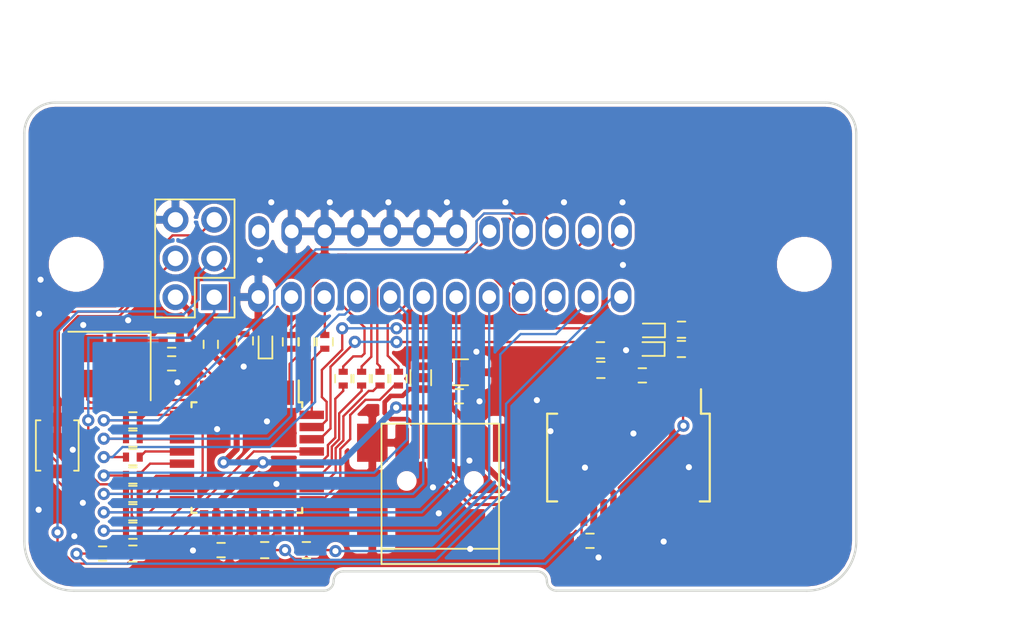
<source format=kicad_pcb>
(kicad_pcb (version 20171130) (host pcbnew 5.1.4)

  (general
    (thickness 1.6)
    (drawings 17)
    (tracks 518)
    (zones 0)
    (modules 43)
    (nets 54)
  )

  (page A4)
  (layers
    (0 F.Cu signal)
    (31 B.Cu signal)
    (32 B.Adhes user)
    (33 F.Adhes user)
    (34 B.Paste user)
    (35 F.Paste user)
    (36 B.SilkS user)
    (37 F.SilkS user)
    (38 B.Mask user)
    (39 F.Mask user)
    (40 Dwgs.User user)
    (41 Cmts.User user)
    (42 Eco1.User user)
    (43 Eco2.User user)
    (44 Edge.Cuts user)
    (45 Margin user)
    (46 B.CrtYd user)
    (47 F.CrtYd user)
    (48 B.Fab user)
    (49 F.Fab user)
  )

  (setup
    (last_trace_width 0.153)
    (trace_clearance 0.1)
    (zone_clearance 0.2)
    (zone_45_only no)
    (trace_min 0.153)
    (via_size 0.8)
    (via_drill 0.4)
    (via_min_size 0.7)
    (via_min_drill 0.35)
    (uvia_size 0.3)
    (uvia_drill 0.1)
    (uvias_allowed no)
    (uvia_min_size 0.2)
    (uvia_min_drill 0.1)
    (edge_width 0.05)
    (segment_width 0.2)
    (pcb_text_width 0.3)
    (pcb_text_size 1.5 1.5)
    (mod_edge_width 0.12)
    (mod_text_size 1 1)
    (mod_text_width 0.15)
    (pad_size 1.524 1.524)
    (pad_drill 0.762)
    (pad_to_mask_clearance 0.0508)
    (solder_mask_min_width 0.101)
    (aux_axis_origin 0 0)
    (grid_origin 153.67 121.8674)
    (visible_elements FEFFFEFF)
    (pcbplotparams
      (layerselection 0x010fc_ffffffff)
      (usegerberextensions false)
      (usegerberattributes false)
      (usegerberadvancedattributes false)
      (creategerberjobfile false)
      (excludeedgelayer true)
      (linewidth 0.100000)
      (plotframeref false)
      (viasonmask false)
      (mode 1)
      (useauxorigin false)
      (hpglpennumber 1)
      (hpglpenspeed 20)
      (hpglpendiameter 15.000000)
      (psnegative false)
      (psa4output false)
      (plotreference true)
      (plotvalue true)
      (plotinvisibletext false)
      (padsonsilk false)
      (subtractmaskfromsilk false)
      (outputformat 1)
      (mirror false)
      (drillshape 0)
      (scaleselection 1)
      (outputdirectory "grb/"))
  )

  (net 0 "")
  (net 1 "Net-(J1-Pad13)")
  (net 2 "Net-(J1-Pad11)")
  (net 3 "Net-(J1-Pad14)")
  (net 4 "Net-(J1-Pad10)")
  (net 5 "Net-(J1-Pad15)")
  (net 6 "Net-(J1-Pad9)")
  (net 7 "Net-(J1-Pad16)")
  (net 8 "Net-(J1-Pad8)")
  (net 9 "Net-(J1-Pad17)")
  (net 10 "Net-(J1-Pad7)")
  (net 11 "Net-(J1-Pad6)")
  (net 12 "Net-(J1-Pad5)")
  (net 13 "Net-(J1-Pad4)")
  (net 14 "Net-(J1-Pad3)")
  (net 15 "Net-(J1-Pad2)")
  (net 16 "Net-(J1-Pad1)")
  (net 17 GND)
  (net 18 "Net-(C1-Pad1)")
  (net 19 +5V)
  (net 20 "Net-(C3-Pad2)")
  (net 21 /RESET)
  (net 22 "Net-(C5-Pad1)")
  (net 23 "Net-(C8-Pad1)")
  (net 24 "Net-(C9-Pad1)")
  (net 25 "Net-(D1-Pad1)")
  (net 26 "Net-(D2-Pad1)")
  (net 27 "Net-(D3-Pad2)")
  (net 28 /EOI)
  (net 29 /SCK)
  (net 30 /DAV)
  (net 31 "Net-(R1-Pad1)")
  (net 32 "Net-(R2-Pad1)")
  (net 33 "Net-(R4-Pad1)")
  (net 34 /RX)
  (net 35 "Net-(R5-Pad1)")
  (net 36 /TX)
  (net 37 /DIO1)
  (net 38 /DIO2)
  (net 39 /DIO3)
  (net 40 /DIO4)
  (net 41 /NRFD)
  (net 42 /NDAC)
  (net 43 /IFC)
  (net 44 /SRQ)
  (net 45 /ATN)
  (net 46 /DIO5)
  (net 47 /DIO6)
  (net 48 /DIO7)
  (net 49 /DIO8)
  (net 50 /REN)
  (net 51 "Net-(F1-Pad1)")
  (net 52 /USB_D-)
  (net 53 /USB_D+)

  (net_class Default "This is the default net class."
    (clearance 0.1)
    (trace_width 0.153)
    (via_dia 0.8)
    (via_drill 0.4)
    (uvia_dia 0.3)
    (uvia_drill 0.1)
    (add_net /ATN)
    (add_net /DAV)
    (add_net /DIO1)
    (add_net /DIO2)
    (add_net /DIO3)
    (add_net /DIO4)
    (add_net /DIO5)
    (add_net /DIO6)
    (add_net /DIO7)
    (add_net /DIO8)
    (add_net /EOI)
    (add_net /IFC)
    (add_net /NDAC)
    (add_net /NRFD)
    (add_net /REN)
    (add_net /RESET)
    (add_net /RX)
    (add_net /SCK)
    (add_net /SRQ)
    (add_net /TX)
    (add_net /USB_D+)
    (add_net /USB_D-)
    (add_net GND)
    (add_net "Net-(C1-Pad1)")
    (add_net "Net-(C3-Pad2)")
    (add_net "Net-(C5-Pad1)")
    (add_net "Net-(C8-Pad1)")
    (add_net "Net-(C9-Pad1)")
    (add_net "Net-(D1-Pad1)")
    (add_net "Net-(D2-Pad1)")
    (add_net "Net-(D3-Pad2)")
    (add_net "Net-(F1-Pad1)")
    (add_net "Net-(J1-Pad1)")
    (add_net "Net-(J1-Pad10)")
    (add_net "Net-(J1-Pad11)")
    (add_net "Net-(J1-Pad13)")
    (add_net "Net-(J1-Pad14)")
    (add_net "Net-(J1-Pad15)")
    (add_net "Net-(J1-Pad16)")
    (add_net "Net-(J1-Pad17)")
    (add_net "Net-(J1-Pad2)")
    (add_net "Net-(J1-Pad3)")
    (add_net "Net-(J1-Pad4)")
    (add_net "Net-(J1-Pad5)")
    (add_net "Net-(J1-Pad6)")
    (add_net "Net-(J1-Pad7)")
    (add_net "Net-(J1-Pad8)")
    (add_net "Net-(J1-Pad9)")
    (add_net "Net-(R1-Pad1)")
    (add_net "Net-(R2-Pad1)")
    (add_net "Net-(R4-Pad1)")
    (add_net "Net-(R5-Pad1)")
  )

  (net_class pwr ""
    (clearance 0.2)
    (trace_width 0.4)
    (via_dia 0.8)
    (via_drill 0.4)
    (uvia_dia 0.3)
    (uvia_drill 0.1)
    (add_net +5V)
  )

  (module hbib:112-024-113R001 locked (layer F.Cu) (tedit 5D93A170) (tstamp 5D8D1E11)
    (at 153.67 100.33)
    (descr "Connector GPIB")
    (path /5D8D3B6A)
    (fp_text reference J1 (at -14.055 0 90) (layer F.SilkS) hide
      (effects (font (size 1 1) (thickness 0.15)))
    )
    (fp_text value Conn_02x12_Top_Bottom (at 0.35772 -5.36894) (layer F.SilkS) hide
      (effects (font (size 1 1) (thickness 0.15)))
    )
    (fp_line (start -27.25 -10.6) (end -27.25 3.4) (layer F.CrtYd) (width 0.05))
    (fp_line (start 27.25 3.4) (end -27.25 3.4) (layer F.CrtYd) (width 0.05))
    (fp_line (start 27.25 -10.6) (end 27.25 3.4) (layer F.CrtYd) (width 0.05))
    (fp_line (start -27.25 -10.6) (end 27.25 -10.6) (layer F.CrtYd) (width 0.05))
    (pad "" np_thru_hole circle (at -23.85 0) (size 3.2 3.2) (drill 3.2) (layers *.Cu *.Mask))
    (pad "" np_thru_hole circle (at 23.85 0) (size 3.2 3.2) (drill 3.2) (layers *.Cu *.Mask))
    (pad 12 thru_hole oval (at -11.91456 2.145) (size 1.35 2) (drill 0.9) (layers *.Cu *.Mask)
      (net 17 GND))
    (pad 13 thru_hole oval (at 11.86772 -2.15894) (size 1.35 2) (drill 0.9) (layers *.Cu *.Mask)
      (net 1 "Net-(J1-Pad13)"))
    (pad 11 thru_hole oval (at -9.75456 2.145) (size 1.35 2) (drill 0.9) (layers *.Cu *.Mask)
      (net 2 "Net-(J1-Pad11)"))
    (pad 14 thru_hole oval (at 9.70772 -2.15894) (size 1.35 2) (drill 0.9) (layers *.Cu *.Mask)
      (net 3 "Net-(J1-Pad14)"))
    (pad 10 thru_hole oval (at -7.59456 2.145) (size 1.35 2) (drill 0.9) (layers *.Cu *.Mask)
      (net 4 "Net-(J1-Pad10)"))
    (pad 15 thru_hole oval (at 7.54772 -2.15894) (size 1.35 2) (drill 0.9) (layers *.Cu *.Mask)
      (net 5 "Net-(J1-Pad15)"))
    (pad 9 thru_hole oval (at -5.43456 2.145) (size 1.35 2) (drill 0.9) (layers *.Cu *.Mask)
      (net 6 "Net-(J1-Pad9)"))
    (pad 16 thru_hole oval (at 5.38772 -2.15894) (size 1.35 2) (drill 0.9) (layers *.Cu *.Mask)
      (net 7 "Net-(J1-Pad16)"))
    (pad 8 thru_hole oval (at -3.27456 2.145) (size 1.35 2) (drill 0.9) (layers *.Cu *.Mask)
      (net 8 "Net-(J1-Pad8)"))
    (pad 17 thru_hole oval (at 3.22772 -2.15894) (size 1.35 2) (drill 0.9) (layers *.Cu *.Mask)
      (net 9 "Net-(J1-Pad17)"))
    (pad 7 thru_hole oval (at -1.11456 2.145) (size 1.35 2) (drill 0.9) (layers *.Cu *.Mask)
      (net 10 "Net-(J1-Pad7)"))
    (pad 18 thru_hole oval (at 1.06772 -2.15894) (size 1.35 2) (drill 0.9) (layers *.Cu *.Mask)
      (net 17 GND))
    (pad 6 thru_hole oval (at 1.04544 2.145) (size 1.35 2) (drill 0.9) (layers *.Cu *.Mask)
      (net 11 "Net-(J1-Pad6)"))
    (pad 19 thru_hole oval (at -1.09228 -2.15894) (size 1.35 2) (drill 0.9) (layers *.Cu *.Mask)
      (net 17 GND))
    (pad 5 thru_hole oval (at 3.20544 2.145) (size 1.35 2) (drill 0.9) (layers *.Cu *.Mask)
      (net 12 "Net-(J1-Pad5)"))
    (pad 20 thru_hole oval (at -3.25228 -2.15894) (size 1.35 2) (drill 0.9) (layers *.Cu *.Mask)
      (net 17 GND))
    (pad 4 thru_hole oval (at 5.36544 2.145) (size 1.35 2) (drill 0.9) (layers *.Cu *.Mask)
      (net 13 "Net-(J1-Pad4)"))
    (pad 21 thru_hole oval (at -5.41228 -2.15894) (size 1.35 2) (drill 0.9) (layers *.Cu *.Mask)
      (net 17 GND))
    (pad 3 thru_hole oval (at 7.52544 2.145) (size 1.35 2) (drill 0.9) (layers *.Cu *.Mask)
      (net 14 "Net-(J1-Pad3)"))
    (pad 22 thru_hole oval (at -7.57228 -2.15894) (size 1.35 2) (drill 0.9) (layers *.Cu *.Mask)
      (net 17 GND))
    (pad 2 thru_hole oval (at 9.68544 2.145) (size 1.35 2) (drill 0.9) (layers *.Cu *.Mask)
      (net 15 "Net-(J1-Pad2)"))
    (pad 23 thru_hole oval (at -9.73228 -2.15894) (size 1.35 2) (drill 0.9) (layers *.Cu *.Mask)
      (net 17 GND))
    (pad 1 thru_hole oval (at 11.84544 2.145) (size 1.35 2) (drill 0.9) (layers *.Cu *.Mask)
      (net 16 "Net-(J1-Pad1)"))
    (pad 24 thru_hole oval (at -11.89228 -2.15894) (size 1.35 2) (drill 0.9) (layers *.Cu *.Mask))
  )

  (module hbib:OSHW-Logo_7.5x8mm_Mask (layer F.Cu) (tedit 5D9270B1) (tstamp 5D9282F3)
    (at 175.4378 115.4412)
    (descr "Open Source Hardware Logo")
    (tags "Logo OSHW")
    (attr virtual)
    (fp_text reference REF*** (at 0 0) (layer F.SilkS) hide
      (effects (font (size 1 1) (thickness 0.15)))
    )
    (fp_text value OSHW-Logo_7.5x8mm_Mask (at 0.75 0) (layer F.Fab) hide
      (effects (font (size 1 1) (thickness 0.15)))
    )
    (fp_poly (pts (xy 0.500964 -3.601424) (xy 0.576513 -3.200678) (xy 1.134041 -2.970846) (xy 1.468465 -3.198252)
      (xy 1.562122 -3.261569) (xy 1.646782 -3.318104) (xy 1.718495 -3.365273) (xy 1.773311 -3.400498)
      (xy 1.80728 -3.421195) (xy 1.81653 -3.425658) (xy 1.833195 -3.41418) (xy 1.868806 -3.382449)
      (xy 1.919371 -3.334517) (xy 1.9809 -3.274438) (xy 2.049399 -3.206267) (xy 2.120879 -3.134055)
      (xy 2.191347 -3.061858) (xy 2.256811 -2.993727) (xy 2.31328 -2.933717) (xy 2.356763 -2.885881)
      (xy 2.383268 -2.854273) (xy 2.389605 -2.843695) (xy 2.380486 -2.824194) (xy 2.35492 -2.781469)
      (xy 2.315597 -2.719702) (xy 2.265203 -2.643069) (xy 2.206427 -2.555752) (xy 2.172368 -2.505948)
      (xy 2.110289 -2.415007) (xy 2.055126 -2.332941) (xy 2.009554 -2.263837) (xy 1.97625 -2.211778)
      (xy 1.95789 -2.18085) (xy 1.955131 -2.17435) (xy 1.961385 -2.155879) (xy 1.978434 -2.112828)
      (xy 2.003703 -2.051251) (xy 2.034622 -1.977201) (xy 2.068618 -1.89673) (xy 2.103118 -1.815893)
      (xy 2.135551 -1.740742) (xy 2.163343 -1.677329) (xy 2.183923 -1.631707) (xy 2.194719 -1.609931)
      (xy 2.195356 -1.609074) (xy 2.212307 -1.604916) (xy 2.257451 -1.595639) (xy 2.32611 -1.582156)
      (xy 2.413602 -1.565379) (xy 2.51525 -1.546219) (xy 2.574556 -1.53517) (xy 2.683172 -1.51449)
      (xy 2.781277 -1.494811) (xy 2.863909 -1.477211) (xy 2.926104 -1.462767) (xy 2.962899 -1.452554)
      (xy 2.970296 -1.449314) (xy 2.97754 -1.427383) (xy 2.983385 -1.377853) (xy 2.987835 -1.306515)
      (xy 2.990893 -1.219161) (xy 2.992565 -1.121583) (xy 2.992853 -1.019574) (xy 2.991761 -0.918925)
      (xy 2.989294 -0.825428) (xy 2.985456 -0.744875) (xy 2.98025 -0.683058) (xy 2.973681 -0.64577)
      (xy 2.969741 -0.638007) (xy 2.946188 -0.628702) (xy 2.896282 -0.6154) (xy 2.826623 -0.599663)
      (xy 2.743813 -0.583054) (xy 2.714905 -0.577681) (xy 2.575531 -0.552152) (xy 2.465436 -0.531592)
      (xy 2.380982 -0.515185) (xy 2.31853 -0.502113) (xy 2.274444 -0.491559) (xy 2.245085 -0.482706)
      (xy 2.226815 -0.474737) (xy 2.215998 -0.466835) (xy 2.214485 -0.465273) (xy 2.199377 -0.440114)
      (xy 2.176329 -0.39115) (xy 2.147644 -0.324379) (xy 2.115622 -0.245795) (xy 2.082565 -0.161393)
      (xy 2.050773 -0.07717) (xy 2.022549 0.000879) (xy 2.000193 0.066759) (xy 1.986007 0.114473)
      (xy 1.982293 0.138027) (xy 1.982602 0.138852) (xy 1.995189 0.158104) (xy 2.023744 0.200463)
      (xy 2.065267 0.261521) (xy 2.116756 0.336868) (xy 2.175211 0.422096) (xy 2.191858 0.446315)
      (xy 2.251215 0.534123) (xy 2.303447 0.614238) (xy 2.345708 0.682062) (xy 2.375153 0.732993)
      (xy 2.388937 0.762431) (xy 2.389605 0.766048) (xy 2.378024 0.785057) (xy 2.346024 0.822714)
      (xy 2.297718 0.874973) (xy 2.23722 0.937786) (xy 2.168644 1.007106) (xy 2.096104 1.078885)
      (xy 2.023712 1.149077) (xy 1.955584 1.213635) (xy 1.895832 1.26851) (xy 1.848571 1.309656)
      (xy 1.817913 1.333026) (xy 1.809432 1.336842) (xy 1.789691 1.327855) (xy 1.749274 1.303616)
      (xy 1.694763 1.268209) (xy 1.652823 1.239711) (xy 1.576829 1.187418) (xy 1.486834 1.125845)
      (xy 1.396564 1.06437) (xy 1.348032 1.031469) (xy 1.183762 0.920359) (xy 1.045869 0.994916)
      (xy 0.983049 1.027578) (xy 0.929629 1.052966) (xy 0.893484 1.067446) (xy 0.884284 1.06946)
      (xy 0.873221 1.054584) (xy 0.851394 1.012547) (xy 0.820434 0.947227) (xy 0.78197 0.8625)
      (xy 0.737632 0.762245) (xy 0.689047 0.650339) (xy 0.637846 0.530659) (xy 0.585659 0.407084)
      (xy 0.534113 0.283491) (xy 0.48484 0.163757) (xy 0.439467 0.051759) (xy 0.399625 -0.048623)
      (xy 0.366942 -0.133514) (xy 0.343049 -0.199035) (xy 0.329574 -0.24131) (xy 0.327406 -0.255828)
      (xy 0.344583 -0.274347) (xy 0.38219 -0.30441) (xy 0.432366 -0.339768) (xy 0.436578 -0.342566)
      (xy 0.566264 -0.446375) (xy 0.670834 -0.567485) (xy 0.749381 -0.702024) (xy 0.800999 -0.846118)
      (xy 0.824782 -0.995895) (xy 0.819823 -1.147483) (xy 0.785217 -1.297008) (xy 0.720057 -1.4406)
      (xy 0.700886 -1.472016) (xy 0.601174 -1.598875) (xy 0.483377 -1.700745) (xy 0.351571 -1.777096)
      (xy 0.209833 -1.827398) (xy 0.062242 -1.851121) (xy -0.087127 -1.847735) (xy -0.234197 -1.816712)
      (xy -0.374889 -1.75752) (xy -0.505127 -1.669631) (xy -0.545414 -1.633958) (xy -0.647945 -1.522294)
      (xy -0.722659 -1.404743) (xy -0.77391 -1.27298) (xy -0.802454 -1.142493) (xy -0.8095 -0.995784)
      (xy -0.786004 -0.848347) (xy -0.734351 -0.705166) (xy -0.656929 -0.571223) (xy -0.556125 -0.451502)
      (xy -0.434324 -0.350986) (xy -0.418316 -0.340391) (xy -0.367602 -0.305694) (xy -0.32905 -0.27563)
      (xy -0.310619 -0.256435) (xy -0.310351 -0.255828) (xy -0.314308 -0.235064) (xy -0.329993 -0.187938)
      (xy -0.355778 -0.118327) (xy -0.390031 -0.030107) (xy -0.431123 0.072844) (xy -0.477424 0.18665)
      (xy -0.527304 0.307435) (xy -0.579133 0.431321) (xy -0.631281 0.554432) (xy -0.682118 0.672891)
      (xy -0.730013 0.782823) (xy -0.773338 0.880349) (xy -0.810462 0.961593) (xy -0.839756 1.022679)
      (xy -0.859588 1.05973) (xy -0.867574 1.06946) (xy -0.891979 1.061883) (xy -0.937642 1.04156)
      (xy -0.99669 1.012125) (xy -1.02916 0.994916) (xy -1.167053 0.920359) (xy -1.331323 1.031469)
      (xy -1.415179 1.08839) (xy -1.506987 1.15103) (xy -1.59302 1.210011) (xy -1.636113 1.239711)
      (xy -1.696723 1.28041) (xy -1.748045 1.312663) (xy -1.783385 1.332384) (xy -1.794863 1.336554)
      (xy -1.81157 1.325307) (xy -1.848546 1.293911) (xy -1.902205 1.245624) (xy -1.968962 1.183708)
      (xy -2.045234 1.111421) (xy -2.093473 1.065008) (xy -2.177867 0.982087) (xy -2.250803 0.90792)
      (xy -2.309331 0.84568) (xy -2.350503 0.798541) (xy -2.371372 0.769673) (xy -2.373374 0.763815)
      (xy -2.364083 0.741532) (xy -2.338409 0.696477) (xy -2.2992 0.633211) (xy -2.249303 0.556295)
      (xy -2.191567 0.470292) (xy -2.175149 0.446315) (xy -2.115323 0.35917) (xy -2.06165 0.28071)
      (xy -2.01713 0.215345) (xy -1.984765 0.167484) (xy -1.967555 0.141535) (xy -1.965893 0.138852)
      (xy -1.968379 0.118172) (xy -1.981577 0.072704) (xy -2.003186 0.008444) (xy -2.030904 -0.068613)
      (xy -2.06243 -0.152471) (xy -2.095463 -0.237134) (xy -2.127701 -0.316608) (xy -2.156843 -0.384896)
      (xy -2.180588 -0.436003) (xy -2.196635 -0.463933) (xy -2.197775 -0.465273) (xy -2.207588 -0.473255)
      (xy -2.224161 -0.481149) (xy -2.251132 -0.489771) (xy -2.292139 -0.499938) (xy -2.35082 -0.512469)
      (xy -2.430813 -0.528179) (xy -2.535755 -0.547887) (xy -2.669285 -0.572408) (xy -2.698196 -0.577681)
      (xy -2.783882 -0.594236) (xy -2.858582 -0.610431) (xy -2.915694 -0.624704) (xy -2.948617 -0.635492)
      (xy -2.953031 -0.638007) (xy -2.960306 -0.660304) (xy -2.966219 -0.710131) (xy -2.970766 -0.781696)
      (xy -2.973945 -0.869207) (xy -2.975749 -0.966872) (xy -2.976177 -1.068899) (xy -2.975223 -1.169497)
      (xy -2.972884 -1.262873) (xy -2.969156 -1.343235) (xy -2.964034 -1.404791) (xy -2.957516 -1.44175)
      (xy -2.953586 -1.449314) (xy -2.931708 -1.456944) (xy -2.881891 -1.469358) (xy -2.809097 -1.485478)
      (xy -2.718289 -1.504227) (xy -2.614431 -1.524529) (xy -2.557846 -1.53517) (xy -2.450486 -1.55524)
      (xy -2.354746 -1.57342) (xy -2.275306 -1.588801) (xy -2.216846 -1.600469) (xy -2.184045 -1.607512)
      (xy -2.178646 -1.609074) (xy -2.169522 -1.626678) (xy -2.150235 -1.669082) (xy -2.123355 -1.730228)
      (xy -2.091454 -1.804057) (xy -2.057102 -1.884511) (xy -2.022871 -1.965532) (xy -1.991331 -2.041063)
      (xy -1.965054 -2.105045) (xy -1.946611 -2.15142) (xy -1.938571 -2.174131) (xy -1.938422 -2.175124)
      (xy -1.947535 -2.193039) (xy -1.973086 -2.234267) (xy -2.012388 -2.294709) (xy -2.062757 -2.370269)
      (xy -2.121506 -2.456848) (xy -2.155658 -2.506579) (xy -2.21789 -2.597764) (xy -2.273164 -2.680551)
      (xy -2.318782 -2.750751) (xy -2.352048 -2.804176) (xy -2.370264 -2.836639) (xy -2.372895 -2.843917)
      (xy -2.361586 -2.860855) (xy -2.330319 -2.897022) (xy -2.28309 -2.948365) (xy -2.223892 -3.010833)
      (xy -2.156719 -3.080374) (xy -2.085566 -3.152935) (xy -2.014426 -3.224465) (xy -1.947293 -3.290913)
      (xy -1.888161 -3.348226) (xy -1.841025 -3.392353) (xy -1.809877 -3.419241) (xy -1.799457 -3.425658)
      (xy -1.782491 -3.416635) (xy -1.741911 -3.391285) (xy -1.681663 -3.35219) (xy -1.605693 -3.301929)
      (xy -1.517946 -3.243083) (xy -1.451756 -3.198252) (xy -1.117332 -2.970846) (xy -0.838567 -3.085762)
      (xy -0.559803 -3.200678) (xy -0.484254 -3.601424) (xy -0.408706 -4.002171) (xy 0.425415 -4.002171)
      (xy 0.500964 -3.601424)) (layer F.Mask) (width 0.01))
    (fp_poly (pts (xy 2.391388 1.937645) (xy 2.448865 1.955206) (xy 2.485872 1.977395) (xy 2.497927 1.994942)
      (xy 2.494609 2.015742) (xy 2.473079 2.048419) (xy 2.454874 2.071562) (xy 2.417344 2.113402)
      (xy 2.389148 2.131005) (xy 2.365111 2.129856) (xy 2.293808 2.11171) (xy 2.241442 2.112534)
      (xy 2.198918 2.133098) (xy 2.184642 2.145134) (xy 2.138947 2.187483) (xy 2.138947 2.740526)
      (xy 1.955131 2.740526) (xy 1.955131 1.938421) (xy 2.047039 1.938421) (xy 2.102219 1.940603)
      (xy 2.130688 1.948351) (xy 2.138943 1.963468) (xy 2.138947 1.963916) (xy 2.142845 1.979749)
      (xy 2.160474 1.977684) (xy 2.184901 1.966261) (xy 2.23535 1.945005) (xy 2.276316 1.932216)
      (xy 2.329028 1.928938) (xy 2.391388 1.937645)) (layer F.Mask) (width 0.01))
    (fp_poly (pts (xy -1.002043 1.952226) (xy -0.960454 1.97209) (xy -0.920175 2.000784) (xy -0.88949 2.033809)
      (xy -0.867139 2.075931) (xy -0.851864 2.131915) (xy -0.842408 2.206528) (xy -0.837513 2.304535)
      (xy -0.835919 2.430702) (xy -0.835894 2.443914) (xy -0.835527 2.740526) (xy -1.019343 2.740526)
      (xy -1.019343 2.467081) (xy -1.019473 2.365777) (xy -1.020379 2.292353) (xy -1.022827 2.241271)
      (xy -1.027586 2.20699) (xy -1.035426 2.183971) (xy -1.047115 2.166673) (xy -1.063398 2.149581)
      (xy -1.120366 2.112857) (xy -1.182555 2.106042) (xy -1.241801 2.129261) (xy -1.262405 2.146543)
      (xy -1.27753 2.162791) (xy -1.28839 2.180191) (xy -1.29569 2.204212) (xy -1.300137 2.240322)
      (xy -1.302436 2.293988) (xy -1.303296 2.37068) (xy -1.303422 2.464043) (xy -1.303422 2.740526)
      (xy -1.487237 2.740526) (xy -1.487237 1.938421) (xy -1.395329 1.938421) (xy -1.340149 1.940603)
      (xy -1.31168 1.948351) (xy -1.303425 1.963468) (xy -1.303422 1.963916) (xy -1.299592 1.97872)
      (xy -1.282699 1.97704) (xy -1.249112 1.960773) (xy -1.172937 1.93684) (xy -1.0858 1.934178)
      (xy -1.002043 1.952226)) (layer F.Mask) (width 0.01))
    (fp_poly (pts (xy 3.558784 1.935554) (xy 3.601574 1.945949) (xy 3.683609 1.984013) (xy 3.753757 2.042149)
      (xy 3.802305 2.111852) (xy 3.808975 2.127502) (xy 3.818124 2.168496) (xy 3.824529 2.229138)
      (xy 3.82671 2.29043) (xy 3.82671 2.406316) (xy 3.584407 2.406316) (xy 3.484471 2.406693)
      (xy 3.414069 2.408987) (xy 3.369313 2.414938) (xy 3.346315 2.426285) (xy 3.341189 2.444771)
      (xy 3.350048 2.472136) (xy 3.365917 2.504155) (xy 3.410184 2.557592) (xy 3.471699 2.584215)
      (xy 3.546885 2.583347) (xy 3.632053 2.554371) (xy 3.705659 2.518611) (xy 3.766734 2.566904)
      (xy 3.82781 2.615197) (xy 3.770351 2.668285) (xy 3.693641 2.718445) (xy 3.599302 2.748688)
      (xy 3.497827 2.757151) (xy 3.399711 2.741974) (xy 3.383881 2.736824) (xy 3.297647 2.691791)
      (xy 3.233501 2.624652) (xy 3.190091 2.533405) (xy 3.166064 2.416044) (xy 3.165784 2.413529)
      (xy 3.163633 2.285627) (xy 3.172329 2.239997) (xy 3.342105 2.239997) (xy 3.357697 2.247013)
      (xy 3.400029 2.252388) (xy 3.462434 2.255457) (xy 3.501981 2.255921) (xy 3.575728 2.25563)
      (xy 3.62184 2.253783) (xy 3.6461 2.248912) (xy 3.654294 2.239555) (xy 3.652206 2.224245)
      (xy 3.650455 2.218322) (xy 3.62056 2.162668) (xy 3.573542 2.117815) (xy 3.532049 2.098105)
      (xy 3.476926 2.099295) (xy 3.421068 2.123875) (xy 3.374212 2.16457) (xy 3.346094 2.214108)
      (xy 3.342105 2.239997) (xy 3.172329 2.239997) (xy 3.185074 2.173133) (xy 3.227611 2.078727)
      (xy 3.288747 2.005088) (xy 3.365985 1.954893) (xy 3.45683 1.930822) (xy 3.558784 1.935554)) (layer F.Mask) (width 0.01))
    (fp_poly (pts (xy 2.946576 1.945419) (xy 3.043395 1.986549) (xy 3.07389 2.006571) (xy 3.112865 2.03734)
      (xy 3.137331 2.061533) (xy 3.141578 2.069413) (xy 3.129584 2.086899) (xy 3.098887 2.11657)
      (xy 3.074312 2.137279) (xy 3.007046 2.191336) (xy 2.95393 2.146642) (xy 2.912884 2.117789)
      (xy 2.872863 2.107829) (xy 2.827059 2.110261) (xy 2.754324 2.128345) (xy 2.704256 2.165881)
      (xy 2.673829 2.226562) (xy 2.660017 2.314081) (xy 2.660013 2.314136) (xy 2.661208 2.411958)
      (xy 2.679772 2.48373) (xy 2.716804 2.532595) (xy 2.74205 2.549143) (xy 2.809097 2.569749)
      (xy 2.880709 2.569762) (xy 2.943015 2.549768) (xy 2.957763 2.54) (xy 2.99475 2.515047)
      (xy 3.023668 2.510958) (xy 3.054856 2.52953) (xy 3.089336 2.562887) (xy 3.143912 2.619196)
      (xy 3.083318 2.669142) (xy 2.989698 2.725513) (xy 2.884125 2.753293) (xy 2.773798 2.751282)
      (xy 2.701343 2.732862) (xy 2.616656 2.68731) (xy 2.548927 2.61565) (xy 2.518157 2.565066)
      (xy 2.493236 2.492488) (xy 2.480766 2.400569) (xy 2.48067 2.300948) (xy 2.49287 2.205267)
      (xy 2.51729 2.125169) (xy 2.521136 2.116956) (xy 2.578093 2.036413) (xy 2.655209 1.977771)
      (xy 2.74639 1.942247) (xy 2.845543 1.931057) (xy 2.946576 1.945419)) (layer F.Mask) (width 0.01))
    (fp_poly (pts (xy 1.320131 2.198533) (xy 1.32171 2.321089) (xy 1.327481 2.414179) (xy 1.338991 2.481651)
      (xy 1.35779 2.527355) (xy 1.385426 2.555139) (xy 1.423448 2.568854) (xy 1.470526 2.572358)
      (xy 1.519832 2.568432) (xy 1.557283 2.554089) (xy 1.584428 2.525478) (xy 1.602815 2.478751)
      (xy 1.613993 2.410058) (xy 1.619511 2.31555) (xy 1.620921 2.198533) (xy 1.620921 1.938421)
      (xy 1.804736 1.938421) (xy 1.804736 2.740526) (xy 1.712828 2.740526) (xy 1.657422 2.738281)
      (xy 1.628891 2.730396) (xy 1.620921 2.715428) (xy 1.61612 2.702097) (xy 1.597014 2.704917)
      (xy 1.558504 2.723783) (xy 1.470239 2.752887) (xy 1.376623 2.750825) (xy 1.286921 2.719221)
      (xy 1.244204 2.694257) (xy 1.211621 2.667226) (xy 1.187817 2.633405) (xy 1.171439 2.588068)
      (xy 1.161131 2.526489) (xy 1.155541 2.443943) (xy 1.153312 2.335705) (xy 1.153026 2.252004)
      (xy 1.153026 1.938421) (xy 1.320131 1.938421) (xy 1.320131 2.198533)) (layer F.Mask) (width 0.01))
    (fp_poly (pts (xy 0.811669 1.94831) (xy 0.896192 1.99434) (xy 0.962321 2.067006) (xy 0.993478 2.126106)
      (xy 1.006855 2.178305) (xy 1.015522 2.252719) (xy 1.019237 2.338442) (xy 1.017754 2.424569)
      (xy 1.010831 2.500193) (xy 1.002745 2.540584) (xy 0.975465 2.59584) (xy 0.92822 2.65453)
      (xy 0.871282 2.705852) (xy 0.814924 2.739005) (xy 0.81355 2.739531) (xy 0.743616 2.754018)
      (xy 0.660737 2.754377) (xy 0.581977 2.741188) (xy 0.551566 2.730617) (xy 0.473239 2.686201)
      (xy 0.417143 2.628007) (xy 0.380286 2.550965) (xy 0.35968 2.450001) (xy 0.355018 2.397116)
      (xy 0.355613 2.330663) (xy 0.534736 2.330663) (xy 0.54077 2.42763) (xy 0.558138 2.501523)
      (xy 0.58574 2.548736) (xy 0.605404 2.562237) (xy 0.655787 2.571651) (xy 0.715673 2.568864)
      (xy 0.767449 2.555316) (xy 0.781027 2.547862) (xy 0.816849 2.504451) (xy 0.840493 2.438014)
      (xy 0.850558 2.357161) (xy 0.845642 2.270502) (xy 0.834655 2.218349) (xy 0.803109 2.157951)
      (xy 0.753311 2.120197) (xy 0.693337 2.107143) (xy 0.631264 2.120849) (xy 0.583582 2.154372)
      (xy 0.558525 2.182031) (xy 0.5439 2.209294) (xy 0.536929 2.24619) (xy 0.534833 2.30275)
      (xy 0.534736 2.330663) (xy 0.355613 2.330663) (xy 0.356282 2.255994) (xy 0.379265 2.140271)
      (xy 0.423972 2.049941) (xy 0.490405 1.985) (xy 0.578565 1.945445) (xy 0.597495 1.940858)
      (xy 0.711266 1.93009) (xy 0.811669 1.94831)) (layer F.Mask) (width 0.01))
    (fp_poly (pts (xy 0.018628 1.935547) (xy 0.081908 1.947548) (xy 0.147557 1.972648) (xy 0.154572 1.975848)
      (xy 0.204356 2.002026) (xy 0.238834 2.026353) (xy 0.249978 2.041937) (xy 0.239366 2.067353)
      (xy 0.213588 2.104853) (xy 0.202146 2.118852) (xy 0.154992 2.173954) (xy 0.094201 2.138086)
      (xy 0.036347 2.114192) (xy -0.0305 2.10142) (xy -0.094606 2.100613) (xy -0.144236 2.112615)
      (xy -0.156146 2.120105) (xy -0.178828 2.15445) (xy -0.181584 2.194013) (xy -0.164612 2.22492)
      (xy -0.154573 2.230913) (xy -0.12449 2.238357) (xy -0.071611 2.247106) (xy -0.006425 2.255467)
      (xy 0.0056 2.256778) (xy 0.110297 2.274888) (xy 0.186232 2.305651) (xy 0.236592 2.351907)
      (xy 0.264564 2.416497) (xy 0.273278 2.495387) (xy 0.26124 2.585065) (xy 0.222151 2.655486)
      (xy 0.155855 2.706777) (xy 0.062194 2.739067) (xy -0.041777 2.751807) (xy -0.126562 2.751654)
      (xy -0.195335 2.740083) (xy -0.242303 2.724109) (xy -0.30165 2.696275) (xy -0.356494 2.663973)
      (xy -0.375987 2.649755) (xy -0.426119 2.608835) (xy -0.305197 2.486477) (xy -0.236457 2.531967)
      (xy -0.167512 2.566133) (xy -0.093889 2.584004) (xy -0.023117 2.585889) (xy 0.037274 2.572101)
      (xy 0.079757 2.542949) (xy 0.093474 2.518352) (xy 0.091417 2.478904) (xy 0.05733 2.448737)
      (xy -0.008692 2.427906) (xy -0.081026 2.418279) (xy -0.192348 2.39991) (xy -0.275048 2.365254)
      (xy -0.330235 2.313297) (xy -0.359012 2.243023) (xy -0.362999 2.159707) (xy -0.343307 2.072681)
      (xy -0.298411 2.006902) (xy -0.227909 1.962068) (xy -0.131399 1.937879) (xy -0.0599 1.933137)
      (xy 0.018628 1.935547)) (layer F.Mask) (width 0.01))
    (fp_poly (pts (xy -1.802982 1.957027) (xy -1.78633 1.964866) (xy -1.728695 2.007086) (xy -1.674195 2.0687)
      (xy -1.633501 2.136543) (xy -1.621926 2.167734) (xy -1.611366 2.223449) (xy -1.605069 2.290781)
      (xy -1.604304 2.318585) (xy -1.604211 2.406316) (xy -2.10915 2.406316) (xy -2.098387 2.45227)
      (xy -2.071967 2.50662) (xy -2.025778 2.553591) (xy -1.970828 2.583848) (xy -1.935811 2.590131)
      (xy -1.888323 2.582506) (xy -1.831665 2.563383) (xy -1.812418 2.554584) (xy -1.741241 2.519036)
      (xy -1.680498 2.565367) (xy -1.645448 2.596703) (xy -1.626798 2.622567) (xy -1.625853 2.630158)
      (xy -1.642515 2.648556) (xy -1.67903 2.676515) (xy -1.712172 2.698327) (xy -1.801607 2.737537)
      (xy -1.901871 2.755285) (xy -2.001246 2.75067) (xy -2.080461 2.726551) (xy -2.16212 2.674884)
      (xy -2.220151 2.606856) (xy -2.256454 2.518843) (xy -2.272928 2.407216) (xy -2.274389 2.356138)
      (xy -2.268543 2.239091) (xy -2.267825 2.235686) (xy -2.100511 2.235686) (xy -2.095903 2.246662)
      (xy -2.076964 2.252715) (xy -2.037902 2.25531) (xy -1.972923 2.25591) (xy -1.947903 2.255921)
      (xy -1.871779 2.255014) (xy -1.823504 2.25172) (xy -1.79754 2.245181) (xy -1.788352 2.234537)
      (xy -1.788027 2.231119) (xy -1.798513 2.203956) (xy -1.824758 2.165903) (xy -1.836041 2.152579)
      (xy -1.877928 2.114896) (xy -1.921591 2.10008) (xy -1.945115 2.098842) (xy -2.008757 2.114329)
      (xy -2.062127 2.15593) (xy -2.095981 2.216353) (xy -2.096581 2.218322) (xy -2.100511 2.235686)
      (xy -2.267825 2.235686) (xy -2.249101 2.146928) (xy -2.214078 2.07319) (xy -2.171244 2.020848)
      (xy -2.092052 1.964092) (xy -1.99896 1.933762) (xy -1.899945 1.931021) (xy -1.802982 1.957027)) (layer F.Mask) (width 0.01))
    (fp_poly (pts (xy -3.373216 1.947104) (xy -3.285795 1.985754) (xy -3.21943 2.05029) (xy -3.174024 2.140812)
      (xy -3.149482 2.257418) (xy -3.147723 2.275624) (xy -3.146344 2.403984) (xy -3.164216 2.516496)
      (xy -3.20025 2.607688) (xy -3.219545 2.637022) (xy -3.286755 2.699106) (xy -3.37235 2.739316)
      (xy -3.46811 2.756003) (xy -3.565813 2.747517) (xy -3.640083 2.72138) (xy -3.703953 2.677335)
      (xy -3.756154 2.619587) (xy -3.757057 2.618236) (xy -3.778256 2.582593) (xy -3.792033 2.546752)
      (xy -3.800376 2.501519) (xy -3.805273 2.437701) (xy -3.807431 2.385368) (xy -3.808329 2.33791)
      (xy -3.641257 2.33791) (xy -3.639624 2.385154) (xy -3.633696 2.448046) (xy -3.623239 2.488407)
      (xy -3.604381 2.517122) (xy -3.586719 2.533896) (xy -3.524106 2.569016) (xy -3.458592 2.57371)
      (xy -3.397579 2.54844) (xy -3.367072 2.520124) (xy -3.345089 2.491589) (xy -3.332231 2.464284)
      (xy -3.326588 2.42875) (xy -3.326249 2.375524) (xy -3.327988 2.326506) (xy -3.331729 2.256482)
      (xy -3.337659 2.211064) (xy -3.348347 2.18144) (xy -3.366361 2.158797) (xy -3.380637 2.145855)
      (xy -3.440349 2.11186) (xy -3.504766 2.110165) (xy -3.558781 2.130301) (xy -3.60486 2.172352)
      (xy -3.632311 2.241428) (xy -3.641257 2.33791) (xy -3.808329 2.33791) (xy -3.809401 2.281299)
      (xy -3.806036 2.203468) (xy -3.795955 2.14493) (xy -3.777774 2.098737) (xy -3.75011 2.057942)
      (xy -3.739854 2.045828) (xy -3.675722 1.985474) (xy -3.606934 1.95022) (xy -3.522811 1.93545)
      (xy -3.481791 1.934243) (xy -3.373216 1.947104)) (layer F.Mask) (width 0.01))
    (fp_poly (pts (xy 2.701193 3.196078) (xy 2.781068 3.216845) (xy 2.847962 3.259705) (xy 2.880351 3.291723)
      (xy 2.933445 3.367413) (xy 2.963873 3.455216) (xy 2.974327 3.56315) (xy 2.97438 3.571875)
      (xy 2.974473 3.659605) (xy 2.469534 3.659605) (xy 2.480298 3.705559) (xy 2.499732 3.747178)
      (xy 2.533745 3.790544) (xy 2.54086 3.797467) (xy 2.602003 3.834935) (xy 2.671729 3.841289)
      (xy 2.751987 3.816638) (xy 2.765592 3.81) (xy 2.807319 3.789819) (xy 2.835268 3.778321)
      (xy 2.840145 3.777258) (xy 2.857168 3.787583) (xy 2.889633 3.812845) (xy 2.906114 3.82665)
      (xy 2.940264 3.858361) (xy 2.951478 3.879299) (xy 2.943695 3.89856) (xy 2.939535 3.903827)
      (xy 2.911357 3.926878) (xy 2.864862 3.954892) (xy 2.832434 3.971246) (xy 2.740385 4.000059)
      (xy 2.638476 4.009395) (xy 2.541963 3.998332) (xy 2.514934 3.990412) (xy 2.431276 3.945581)
      (xy 2.369266 3.876598) (xy 2.328545 3.782794) (xy 2.308755 3.663498) (xy 2.306582 3.601118)
      (xy 2.312926 3.510298) (xy 2.473157 3.510298) (xy 2.488655 3.517012) (xy 2.530312 3.52228)
      (xy 2.590876 3.525389) (xy 2.631907 3.525921) (xy 2.705711 3.525408) (xy 2.752293 3.523006)
      (xy 2.777848 3.517422) (xy 2.788569 3.507361) (xy 2.790657 3.492763) (xy 2.776331 3.447796)
      (xy 2.740262 3.403353) (xy 2.692815 3.369242) (xy 2.645349 3.355288) (xy 2.580879 3.367666)
      (xy 2.52507 3.403452) (xy 2.486374 3.455033) (xy 2.473157 3.510298) (xy 2.312926 3.510298)
      (xy 2.315821 3.468866) (xy 2.344336 3.363498) (xy 2.392729 3.284178) (xy 2.461604 3.230071)
      (xy 2.551565 3.200343) (xy 2.6003 3.194618) (xy 2.701193 3.196078)) (layer F.Mask) (width 0.01))
    (fp_poly (pts (xy 2.173167 3.191447) (xy 2.237408 3.204112) (xy 2.27398 3.222864) (xy 2.312453 3.254017)
      (xy 2.257717 3.323127) (xy 2.223969 3.364979) (xy 2.201053 3.385398) (xy 2.178279 3.388517)
      (xy 2.144956 3.378472) (xy 2.129314 3.372789) (xy 2.065542 3.364404) (xy 2.00714 3.382378)
      (xy 1.964264 3.422982) (xy 1.957299 3.435929) (xy 1.949713 3.470224) (xy 1.943859 3.533427)
      (xy 1.940011 3.62106) (xy 1.938443 3.72864) (xy 1.938421 3.743944) (xy 1.938421 4.010526)
      (xy 1.754605 4.010526) (xy 1.754605 3.19171) (xy 1.846513 3.19171) (xy 1.899507 3.193094)
      (xy 1.927115 3.199252) (xy 1.937324 3.213194) (xy 1.938421 3.226344) (xy 1.938421 3.260978)
      (xy 1.98245 3.226344) (xy 2.032937 3.202716) (xy 2.10076 3.191033) (xy 2.173167 3.191447)) (layer F.Mask) (width 0.01))
    (fp_poly (pts (xy 1.379992 3.196673) (xy 1.450427 3.21378) (xy 1.470787 3.222844) (xy 1.510253 3.246583)
      (xy 1.540541 3.273321) (xy 1.562952 3.307699) (xy 1.578786 3.35436) (xy 1.589343 3.417946)
      (xy 1.595924 3.503099) (xy 1.599828 3.614462) (xy 1.60131 3.688849) (xy 1.606765 4.010526)
      (xy 1.51358 4.010526) (xy 1.457047 4.008156) (xy 1.427922 4.000055) (xy 1.420394 3.986451)
      (xy 1.41642 3.971741) (xy 1.398652 3.974554) (xy 1.37444 3.986348) (xy 1.313828 4.004427)
      (xy 1.235929 4.009299) (xy 1.153995 4.00133) (xy 1.081281 3.980889) (xy 1.074759 3.978051)
      (xy 1.008302 3.931365) (xy 0.964491 3.866464) (xy 0.944332 3.7906) (xy 0.945872 3.763344)
      (xy 1.110345 3.763344) (xy 1.124837 3.800024) (xy 1.167805 3.826309) (xy 1.237129 3.840417)
      (xy 1.274177 3.84229) (xy 1.335919 3.837494) (xy 1.37696 3.818858) (xy 1.386973 3.81)
      (xy 1.4141 3.761806) (xy 1.420394 3.718092) (xy 1.420394 3.659605) (xy 1.33893 3.659605)
      (xy 1.244234 3.664432) (xy 1.177813 3.679613) (xy 1.135846 3.7062) (xy 1.126449 3.718052)
      (xy 1.110345 3.763344) (xy 0.945872 3.763344) (xy 0.948829 3.711026) (xy 0.978985 3.634995)
      (xy 1.020131 3.583612) (xy 1.045052 3.561397) (xy 1.069448 3.546798) (xy 1.101191 3.537897)
      (xy 1.148152 3.532775) (xy 1.218204 3.529515) (xy 1.24599 3.528577) (xy 1.420394 3.522879)
      (xy 1.420138 3.470091) (xy 1.413384 3.414603) (xy 1.388964 3.381052) (xy 1.33963 3.359618)
      (xy 1.338306 3.359236) (xy 1.26836 3.350808) (xy 1.199914 3.361816) (xy 1.149047 3.388585)
      (xy 1.128637 3.401803) (xy 1.106654 3.399974) (xy 1.072826 3.380824) (xy 1.052961 3.367308)
      (xy 1.014106 3.338432) (xy 0.990038 3.316786) (xy 0.986176 3.310589) (xy 1.002079 3.278519)
      (xy 1.049065 3.240219) (xy 1.069473 3.227297) (xy 1.128143 3.205041) (xy 1.207212 3.192432)
      (xy 1.295041 3.1896) (xy 1.379992 3.196673)) (layer F.Mask) (width 0.01))
    (fp_poly (pts (xy 0.37413 3.195104) (xy 0.44022 3.200066) (xy 0.526626 3.459079) (xy 0.613031 3.718092)
      (xy 0.640124 3.626184) (xy 0.656428 3.569384) (xy 0.677875 3.492625) (xy 0.701035 3.408251)
      (xy 0.71328 3.362993) (xy 0.759344 3.19171) (xy 0.949387 3.19171) (xy 0.892582 3.371349)
      (xy 0.864607 3.459704) (xy 0.830813 3.566281) (xy 0.79552 3.677454) (xy 0.764013 3.776579)
      (xy 0.69225 4.002171) (xy 0.537286 4.012253) (xy 0.49527 3.873528) (xy 0.469359 3.787351)
      (xy 0.441083 3.692347) (xy 0.416369 3.608441) (xy 0.415394 3.605102) (xy 0.396935 3.548248)
      (xy 0.380649 3.509456) (xy 0.369242 3.494787) (xy 0.366898 3.496483) (xy 0.358671 3.519225)
      (xy 0.343038 3.56794) (xy 0.321904 3.636502) (xy 0.29717 3.718785) (xy 0.283787 3.764046)
      (xy 0.211311 4.010526) (xy 0.057495 4.010526) (xy -0.065469 3.622006) (xy -0.100012 3.513022)
      (xy -0.131479 3.414048) (xy -0.158384 3.329736) (xy -0.179241 3.264734) (xy -0.192562 3.223692)
      (xy -0.196612 3.211701) (xy -0.193406 3.199423) (xy -0.168235 3.194046) (xy -0.115854 3.194584)
      (xy -0.107655 3.19499) (xy -0.010518 3.200066) (xy 0.0531 3.434013) (xy 0.076484 3.519333)
      (xy 0.097381 3.594335) (xy 0.113951 3.652507) (xy 0.124354 3.687337) (xy 0.126276 3.693016)
      (xy 0.134241 3.686486) (xy 0.150304 3.652654) (xy 0.172621 3.596127) (xy 0.199345 3.52151)
      (xy 0.221937 3.454107) (xy 0.308041 3.190143) (xy 0.37413 3.195104)) (layer F.Mask) (width 0.01))
    (fp_poly (pts (xy -0.267369 4.010526) (xy -0.359277 4.010526) (xy -0.412623 4.008962) (xy -0.440407 4.002485)
      (xy -0.45041 3.988418) (xy -0.451185 3.978906) (xy -0.452872 3.959832) (xy -0.46351 3.956174)
      (xy -0.491465 3.967932) (xy -0.513205 3.978906) (xy -0.596668 4.004911) (xy -0.687396 4.006416)
      (xy -0.761158 3.987021) (xy -0.829846 3.940165) (xy -0.882206 3.871004) (xy -0.910878 3.789427)
      (xy -0.911608 3.784866) (xy -0.915868 3.735101) (xy -0.917986 3.663659) (xy -0.917816 3.609626)
      (xy -0.73528 3.609626) (xy -0.731051 3.681441) (xy -0.721432 3.740634) (xy -0.70841 3.77406)
      (xy -0.659144 3.81974) (xy -0.60065 3.836115) (xy -0.540329 3.822873) (xy -0.488783 3.783373)
      (xy -0.469262 3.756807) (xy -0.457848 3.725106) (xy -0.452502 3.678832) (xy -0.451185 3.609328)
      (xy -0.453542 3.540499) (xy -0.459767 3.480026) (xy -0.468592 3.439556) (xy -0.470063 3.435929)
      (xy -0.505653 3.392802) (xy -0.5576 3.369124) (xy -0.615722 3.365301) (xy -0.66984 3.381738)
      (xy -0.709774 3.41884) (xy -0.713917 3.426222) (xy -0.726884 3.471239) (xy -0.733948 3.535967)
      (xy -0.73528 3.609626) (xy -0.917816 3.609626) (xy -0.917729 3.58223) (xy -0.916528 3.538405)
      (xy -0.908355 3.429988) (xy -0.89137 3.348588) (xy -0.863113 3.288412) (xy -0.821128 3.243666)
      (xy -0.780368 3.2174) (xy -0.723419 3.198935) (xy -0.652589 3.192602) (xy -0.580059 3.19776)
      (xy -0.518014 3.213769) (xy -0.485232 3.23292) (xy -0.451185 3.263732) (xy -0.451185 2.87421)
      (xy -0.267369 2.87421) (xy -0.267369 4.010526)) (layer F.Mask) (width 0.01))
    (fp_poly (pts (xy -1.320119 3.193486) (xy -1.295112 3.200982) (xy -1.28705 3.217451) (xy -1.286711 3.224886)
      (xy -1.285264 3.245594) (xy -1.275302 3.248845) (xy -1.248388 3.234648) (xy -1.232402 3.224948)
      (xy -1.181967 3.204175) (xy -1.121728 3.193904) (xy -1.058566 3.193114) (xy -0.999363 3.200786)
      (xy -0.950998 3.215898) (xy -0.920354 3.237432) (xy -0.914311 3.264366) (xy -0.917361 3.27166)
      (xy -0.939594 3.301937) (xy -0.97407 3.339175) (xy -0.980306 3.345195) (xy -1.013167 3.372875)
      (xy -1.04152 3.381818) (xy -1.081173 3.375576) (xy -1.097058 3.371429) (xy -1.146491 3.361467)
      (xy -1.181248 3.365947) (xy -1.2106 3.381746) (xy -1.237487 3.402949) (xy -1.25729 3.429614)
      (xy -1.271052 3.466827) (xy -1.279816 3.519673) (xy -1.284626 3.593237) (xy -1.286526 3.692605)
      (xy -1.286711 3.752601) (xy -1.286711 4.010526) (xy -1.453816 4.010526) (xy -1.453816 3.19171)
      (xy -1.370264 3.19171) (xy -1.320119 3.193486)) (layer F.Mask) (width 0.01))
    (fp_poly (pts (xy -1.839543 3.198184) (xy -1.76093 3.21916) (xy -1.701084 3.25718) (xy -1.658853 3.306978)
      (xy -1.645725 3.32823) (xy -1.636032 3.350492) (xy -1.629256 3.37897) (xy -1.624877 3.418871)
      (xy -1.622376 3.475401) (xy -1.621232 3.553767) (xy -1.620928 3.659176) (xy -1.620922 3.687142)
      (xy -1.620922 4.010526) (xy -1.701132 4.010526) (xy -1.752294 4.006943) (xy -1.790123 3.997866)
      (xy -1.799601 3.992268) (xy -1.825512 3.982606) (xy -1.851976 3.992268) (xy -1.895548 4.00433)
      (xy -1.95884 4.009185) (xy -2.02899 4.007078) (xy -2.09314 3.998256) (xy -2.130593 3.986937)
      (xy -2.203067 3.940412) (xy -2.24836 3.875846) (xy -2.268722 3.79) (xy -2.268912 3.787796)
      (xy -2.267125 3.749713) (xy -2.105527 3.749713) (xy -2.091399 3.79303) (xy -2.068388 3.817408)
      (xy -2.022196 3.835845) (xy -1.961225 3.843205) (xy -1.899051 3.839583) (xy -1.849249 3.825074)
      (xy -1.835297 3.815765) (xy -1.810915 3.772753) (xy -1.804737 3.723857) (xy -1.804737 3.659605)
      (xy -1.897182 3.659605) (xy -1.985005 3.666366) (xy -2.051582 3.68552) (xy -2.092998 3.715376)
      (xy -2.105527 3.749713) (xy -2.267125 3.749713) (xy -2.26451 3.694004) (xy -2.233576 3.619847)
      (xy -2.175419 3.563767) (xy -2.16738 3.558665) (xy -2.132837 3.542055) (xy -2.090082 3.531996)
      (xy -2.030314 3.527107) (xy -1.95931 3.525983) (xy -1.804737 3.525921) (xy -1.804737 3.461125)
      (xy -1.811294 3.41085) (xy -1.828025 3.377169) (xy -1.829984 3.375376) (xy -1.867217 3.360642)
      (xy -1.92342 3.354931) (xy -1.985533 3.357737) (xy -2.04049 3.368556) (xy -2.073101 3.384782)
      (xy -2.090772 3.39778) (xy -2.109431 3.400262) (xy -2.135181 3.389613) (xy -2.174127 3.363218)
      (xy -2.23237 3.318465) (xy -2.237716 3.314273) (xy -2.234977 3.29876) (xy -2.212124 3.27296)
      (xy -2.177391 3.244289) (xy -2.13901 3.220166) (xy -2.126952 3.21447) (xy -2.082966 3.203103)
      (xy -2.018513 3.194995) (xy -1.946503 3.191743) (xy -1.943136 3.191736) (xy -1.839543 3.198184)) (layer F.Mask) (width 0.01))
    (fp_poly (pts (xy -2.53664 1.952468) (xy -2.501408 1.969874) (xy -2.45796 2.000206) (xy -2.426294 2.033283)
      (xy -2.404606 2.074817) (xy -2.391097 2.130522) (xy -2.383962 2.206111) (xy -2.3814 2.307296)
      (xy -2.38125 2.350797) (xy -2.381688 2.446135) (xy -2.383504 2.514271) (xy -2.387455 2.561418)
      (xy -2.394298 2.59379) (xy -2.404789 2.6176) (xy -2.415704 2.633843) (xy -2.485381 2.702952)
      (xy -2.567434 2.744521) (xy -2.65595 2.757023) (xy -2.745019 2.738934) (xy -2.773237 2.726142)
      (xy -2.84079 2.690931) (xy -2.84079 3.2427) (xy -2.791488 3.217205) (xy -2.726527 3.19748)
      (xy -2.64668 3.192427) (xy -2.566948 3.201756) (xy -2.506735 3.222714) (xy -2.456792 3.262627)
      (xy -2.414119 3.319741) (xy -2.41091 3.325605) (xy -2.397378 3.353227) (xy -2.387495 3.381068)
      (xy -2.380691 3.414794) (xy -2.376399 3.460071) (xy -2.374049 3.522562) (xy -2.373072 3.607935)
      (xy -2.372895 3.70401) (xy -2.372895 4.010526) (xy -2.556711 4.010526) (xy -2.556711 3.445339)
      (xy -2.608125 3.402077) (xy -2.661534 3.367472) (xy -2.712112 3.36118) (xy -2.76297 3.377372)
      (xy -2.790075 3.393227) (xy -2.810249 3.41581) (xy -2.824597 3.44994) (xy -2.834224 3.500434)
      (xy -2.840237 3.572111) (xy -2.84374 3.669788) (xy -2.844974 3.734802) (xy -2.849145 4.002171)
      (xy -2.936875 4.007222) (xy -3.024606 4.012273) (xy -3.024606 2.353101) (xy -2.84079 2.353101)
      (xy -2.836104 2.4456) (xy -2.820312 2.509809) (xy -2.790817 2.549759) (xy -2.74502 2.56948)
      (xy -2.69875 2.573421) (xy -2.646372 2.568892) (xy -2.61161 2.551069) (xy -2.589872 2.527519)
      (xy -2.57276 2.502189) (xy -2.562573 2.473969) (xy -2.55804 2.434431) (xy -2.557891 2.375142)
      (xy -2.559416 2.325498) (xy -2.562919 2.25071) (xy -2.568133 2.201611) (xy -2.576913 2.170467)
      (xy -2.591114 2.149545) (xy -2.604516 2.137452) (xy -2.660513 2.111081) (xy -2.726789 2.106822)
      (xy -2.764844 2.115906) (xy -2.802523 2.148196) (xy -2.827481 2.211006) (xy -2.839578 2.303894)
      (xy -2.84079 2.353101) (xy -3.024606 2.353101) (xy -3.024606 1.938421) (xy -2.932698 1.938421)
      (xy -2.877517 1.940603) (xy -2.849048 1.948351) (xy -2.840794 1.963468) (xy -2.84079 1.963916)
      (xy -2.83696 1.97872) (xy -2.820067 1.977039) (xy -2.786481 1.960772) (xy -2.708222 1.935887)
      (xy -2.620173 1.933271) (xy -2.53664 1.952468)) (layer F.Mask) (width 0.01))
  )

  (module Housings_QFP:TQFP-32_7x7mm_Pitch0.8mm (layer F.Cu) (tedit 58CC9A48) (tstamp 5D8EB690)
    (at 141 113 270)
    (descr "32-Lead Plastic Thin Quad Flatpack (PT) - 7x7x1.0 mm Body, 2.00 mm [TQFP] (see Microchip Packaging Specification 00000049BS.pdf)")
    (tags "QFP 0.8")
    (path /5D8BC9C3)
    (attr smd)
    (fp_text reference U2 (at 0 -6.05 90) (layer F.SilkS) hide
      (effects (font (size 1 1) (thickness 0.15)))
    )
    (fp_text value ATmega328P-AU (at 0 6.05 90) (layer F.SilkS) hide
      (effects (font (size 1 1) (thickness 0.15)))
    )
    (fp_text user %R (at 0 0 270) (layer F.SilkS) hide
      (effects (font (size 1 1) (thickness 0.15)))
    )
    (fp_line (start -2.5 -3.5) (end 3.5 -3.5) (layer F.Fab) (width 0.15))
    (fp_line (start 3.5 -3.5) (end 3.5 3.5) (layer F.Fab) (width 0.15))
    (fp_line (start 3.5 3.5) (end -3.5 3.5) (layer F.Fab) (width 0.15))
    (fp_line (start -3.5 3.5) (end -3.5 -2.5) (layer F.Fab) (width 0.15))
    (fp_line (start -3.5 -2.5) (end -2.5 -3.5) (layer F.Fab) (width 0.15))
    (fp_line (start -5.3 -5.3) (end -5.3 5.3) (layer F.CrtYd) (width 0.05))
    (fp_line (start 5.3 -5.3) (end 5.3 5.3) (layer F.CrtYd) (width 0.05))
    (fp_line (start -5.3 -5.3) (end 5.3 -5.3) (layer F.CrtYd) (width 0.05))
    (fp_line (start -5.3 5.3) (end 5.3 5.3) (layer F.CrtYd) (width 0.05))
    (fp_line (start -3.625 -3.625) (end -3.625 -3.4) (layer F.SilkS) (width 0.15))
    (fp_line (start 3.625 -3.625) (end 3.625 -3.3) (layer F.SilkS) (width 0.15))
    (fp_line (start 3.625 3.625) (end 3.625 3.3) (layer F.SilkS) (width 0.15))
    (fp_line (start -3.625 3.625) (end -3.625 3.3) (layer F.SilkS) (width 0.15))
    (fp_line (start -3.625 -3.625) (end -3.3 -3.625) (layer F.SilkS) (width 0.15))
    (fp_line (start -3.625 3.625) (end -3.3 3.625) (layer F.SilkS) (width 0.15))
    (fp_line (start 3.625 3.625) (end 3.3 3.625) (layer F.SilkS) (width 0.15))
    (fp_line (start 3.625 -3.625) (end 3.3 -3.625) (layer F.SilkS) (width 0.15))
    (fp_line (start -3.625 -3.4) (end -5.05 -3.4) (layer F.SilkS) (width 0.15))
    (pad 1 smd rect (at -4.25 -2.8 270) (size 1.6 0.55) (layers F.Cu F.Paste F.Mask)
      (net 50 /REN))
    (pad 2 smd rect (at -4.25 -2 270) (size 1.6 0.55) (layers F.Cu F.Paste F.Mask)
      (net 48 /DIO7))
    (pad 3 smd rect (at -4.25 -1.2 270) (size 1.6 0.55) (layers F.Cu F.Paste F.Mask)
      (net 17 GND))
    (pad 4 smd rect (at -4.25 -0.4 270) (size 1.6 0.55) (layers F.Cu F.Paste F.Mask)
      (net 19 +5V))
    (pad 5 smd rect (at -4.25 0.4 270) (size 1.6 0.55) (layers F.Cu F.Paste F.Mask)
      (net 17 GND))
    (pad 6 smd rect (at -4.25 1.2 270) (size 1.6 0.55) (layers F.Cu F.Paste F.Mask)
      (net 19 +5V))
    (pad 7 smd rect (at -4.25 2 270) (size 1.6 0.55) (layers F.Cu F.Paste F.Mask)
      (net 24 "Net-(C9-Pad1)"))
    (pad 8 smd rect (at -4.25 2.8 270) (size 1.6 0.55) (layers F.Cu F.Paste F.Mask)
      (net 23 "Net-(C8-Pad1)"))
    (pad 9 smd rect (at -2.8 4.25) (size 1.6 0.55) (layers F.Cu F.Paste F.Mask)
      (net 49 /DIO8))
    (pad 10 smd rect (at -2 4.25) (size 1.6 0.55) (layers F.Cu F.Paste F.Mask))
    (pad 11 smd rect (at -1.2 4.25) (size 1.6 0.55) (layers F.Cu F.Paste F.Mask)
      (net 45 /ATN))
    (pad 12 smd rect (at -0.4 4.25) (size 1.6 0.55) (layers F.Cu F.Paste F.Mask)
      (net 43 /IFC))
    (pad 13 smd rect (at 0.4 4.25) (size 1.6 0.55) (layers F.Cu F.Paste F.Mask)
      (net 42 /NDAC))
    (pad 14 smd rect (at 1.2 4.25) (size 1.6 0.55) (layers F.Cu F.Paste F.Mask)
      (net 41 /NRFD))
    (pad 15 smd rect (at 2 4.25) (size 1.6 0.55) (layers F.Cu F.Paste F.Mask)
      (net 30 /DAV))
    (pad 16 smd rect (at 2.8 4.25) (size 1.6 0.55) (layers F.Cu F.Paste F.Mask)
      (net 28 /EOI))
    (pad 17 smd rect (at 4.25 2.8 270) (size 1.6 0.55) (layers F.Cu F.Paste F.Mask)
      (net 29 /SCK))
    (pad 18 smd rect (at 4.25 2 270) (size 1.6 0.55) (layers F.Cu F.Paste F.Mask)
      (net 19 +5V))
    (pad 19 smd rect (at 4.25 1.2 270) (size 1.6 0.55) (layers F.Cu F.Paste F.Mask))
    (pad 20 smd rect (at 4.25 0.4 270) (size 1.6 0.55) (layers F.Cu F.Paste F.Mask)
      (net 22 "Net-(C5-Pad1)"))
    (pad 21 smd rect (at 4.25 -0.4 270) (size 1.6 0.55) (layers F.Cu F.Paste F.Mask)
      (net 17 GND))
    (pad 22 smd rect (at 4.25 -1.2 270) (size 1.6 0.55) (layers F.Cu F.Paste F.Mask))
    (pad 23 smd rect (at 4.25 -2 270) (size 1.6 0.55) (layers F.Cu F.Paste F.Mask)
      (net 37 /DIO1))
    (pad 24 smd rect (at 4.25 -2.8 270) (size 1.6 0.55) (layers F.Cu F.Paste F.Mask)
      (net 38 /DIO2))
    (pad 25 smd rect (at 2.8 -4.25) (size 1.6 0.55) (layers F.Cu F.Paste F.Mask)
      (net 39 /DIO3))
    (pad 26 smd rect (at 2 -4.25) (size 1.6 0.55) (layers F.Cu F.Paste F.Mask)
      (net 40 /DIO4))
    (pad 27 smd rect (at 1.2 -4.25) (size 1.6 0.55) (layers F.Cu F.Paste F.Mask)
      (net 46 /DIO5))
    (pad 28 smd rect (at 0.4 -4.25) (size 1.6 0.55) (layers F.Cu F.Paste F.Mask)
      (net 47 /DIO6))
    (pad 29 smd rect (at -0.4 -4.25) (size 1.6 0.55) (layers F.Cu F.Paste F.Mask)
      (net 21 /RESET))
    (pad 30 smd rect (at -1.2 -4.25) (size 1.6 0.55) (layers F.Cu F.Paste F.Mask)
      (net 33 "Net-(R4-Pad1)"))
    (pad 31 smd rect (at -2 -4.25) (size 1.6 0.55) (layers F.Cu F.Paste F.Mask)
      (net 35 "Net-(R5-Pad1)"))
    (pad 32 smd rect (at -2.8 -4.25) (size 1.6 0.55) (layers F.Cu F.Paste F.Mask)
      (net 44 /SRQ))
    (model ${KISYS3DMOD}/Housings_QFP.3dshapes/TQFP-32_7x7mm_Pitch0.8mm.wrl
      (at (xyz 0 0 0))
      (scale (xyz 1 1 1))
      (rotate (xyz 0 0 0))
    )
  )

  (module Buttons_Switches_SMD:SW_SPST_B3U-1000P (layer F.Cu) (tedit 58724258) (tstamp 5D8EBD35)
    (at 128.579 112.209 270)
    (descr "Ultra-small-sized Tactile Switch with High Contact Reliability, Top-actuated Model, without Ground Terminal, without Boss")
    (tags "Tactile Switch")
    (path /5D8D60B8)
    (attr smd)
    (fp_text reference SW1 (at 0 -2.5 90) (layer F.SilkS) hide
      (effects (font (size 1 1) (thickness 0.15)))
    )
    (fp_text value SW_Push (at 0.6287 3.2427 90) (layer F.SilkS) hide
      (effects (font (size 1 1) (thickness 0.15)))
    )
    (fp_text user %R (at 0 -2.5 90) (layer F.SilkS) hide
      (effects (font (size 1 1) (thickness 0.15)))
    )
    (fp_line (start -2.4 1.65) (end 2.4 1.65) (layer F.CrtYd) (width 0.05))
    (fp_line (start 2.4 1.65) (end 2.4 -1.65) (layer F.CrtYd) (width 0.05))
    (fp_line (start 2.4 -1.65) (end -2.4 -1.65) (layer F.CrtYd) (width 0.05))
    (fp_line (start -2.4 -1.65) (end -2.4 1.65) (layer F.CrtYd) (width 0.05))
    (fp_line (start -1.65 1.1) (end -1.65 1.4) (layer F.SilkS) (width 0.12))
    (fp_line (start -1.65 1.4) (end 1.65 1.4) (layer F.SilkS) (width 0.12))
    (fp_line (start 1.65 1.4) (end 1.65 1.1) (layer F.SilkS) (width 0.12))
    (fp_line (start -1.65 -1.1) (end -1.65 -1.4) (layer F.SilkS) (width 0.12))
    (fp_line (start -1.65 -1.4) (end 1.65 -1.4) (layer F.SilkS) (width 0.12))
    (fp_line (start 1.65 -1.4) (end 1.65 -1.1) (layer F.SilkS) (width 0.12))
    (fp_line (start -1.5 -1.25) (end 1.5 -1.25) (layer F.Fab) (width 0.1))
    (fp_line (start 1.5 -1.25) (end 1.5 1.25) (layer F.Fab) (width 0.1))
    (fp_line (start 1.5 1.25) (end -1.5 1.25) (layer F.Fab) (width 0.1))
    (fp_line (start -1.5 1.25) (end -1.5 -1.25) (layer F.Fab) (width 0.1))
    (fp_circle (center 0 0) (end 0.75 0) (layer F.Fab) (width 0.1))
    (pad 1 smd rect (at -1.7 0 270) (size 0.9 1.7) (layers F.Cu F.Paste F.Mask)
      (net 17 GND))
    (pad 2 smd rect (at 1.7 0 270) (size 0.9 1.7) (layers F.Cu F.Paste F.Mask)
      (net 21 /RESET))
    (model ${KISYS3DMOD}/Buttons_Switches_SMD.3dshapes/SW_SPST_B3U-1000P.wrl
      (at (xyz 0 0 0))
      (scale (xyz 1 1 1))
      (rotate (xyz 0 0 0))
    )
  )

  (module Resistors_SMD:R_0603 (layer F.Cu) (tedit 58E0A804) (tstamp 5D901866)
    (at 152.3915 107.764 90)
    (descr "Resistor SMD 0603, reflow soldering, Vishay (see dcrcw.pdf)")
    (tags "resistor 0603")
    (path /5DABE517)
    (attr smd)
    (fp_text reference F1 (at 0 -1.45 90) (layer F.SilkS) hide
      (effects (font (size 1 1) (thickness 0.15)))
    )
    (fp_text value MF-FSMF050X-2 (at 0 1.5 90) (layer F.SilkS) hide
      (effects (font (size 1 1) (thickness 0.15)))
    )
    (fp_text user %R (at 0 0 90) (layer F.SilkS) hide
      (effects (font (size 0.4 0.4) (thickness 0.075)))
    )
    (fp_line (start -0.8 0.4) (end -0.8 -0.4) (layer F.Fab) (width 0.1))
    (fp_line (start 0.8 0.4) (end -0.8 0.4) (layer F.Fab) (width 0.1))
    (fp_line (start 0.8 -0.4) (end 0.8 0.4) (layer F.Fab) (width 0.1))
    (fp_line (start -0.8 -0.4) (end 0.8 -0.4) (layer F.Fab) (width 0.1))
    (fp_line (start 0.5 0.68) (end -0.5 0.68) (layer F.SilkS) (width 0.12))
    (fp_line (start -0.5 -0.68) (end 0.5 -0.68) (layer F.SilkS) (width 0.12))
    (fp_line (start -1.25 -0.7) (end 1.25 -0.7) (layer F.CrtYd) (width 0.05))
    (fp_line (start -1.25 -0.7) (end -1.25 0.7) (layer F.CrtYd) (width 0.05))
    (fp_line (start 1.25 0.7) (end 1.25 -0.7) (layer F.CrtYd) (width 0.05))
    (fp_line (start 1.25 0.7) (end -1.25 0.7) (layer F.CrtYd) (width 0.05))
    (pad 1 smd rect (at -0.75 0 90) (size 0.5 0.9) (layers F.Cu F.Paste F.Mask)
      (net 51 "Net-(F1-Pad1)"))
    (pad 2 smd rect (at 0.75 0 90) (size 0.5 0.9) (layers F.Cu F.Paste F.Mask)
      (net 19 +5V))
    (model ${KISYS3DMOD}/Resistors_SMD.3dshapes/R_0603.wrl
      (at (xyz 0 0 0))
      (scale (xyz 1 1 1))
      (rotate (xyz 0 0 0))
    )
  )

  (module Crystals:Crystal_SMD_3225-4pin_3.2x2.5mm_HandSoldering (layer F.Cu) (tedit 58CD2E9C) (tstamp 5D8EC75C)
    (at 132 107 180)
    (descr "SMD Crystal SERIES SMD3225/4 http://www.txccrystal.com/images/pdf/7m-accuracy.pdf, hand-soldering, 3.2x2.5mm^2 package")
    (tags "SMD SMT crystal hand-soldering")
    (path /5D8D7011)
    (attr smd)
    (fp_text reference Y1 (at 0 -3.05) (layer F.SilkS) hide
      (effects (font (size 1 1) (thickness 0.15)))
    )
    (fp_text value "TSX-3225 16.0000MF09Z-AC0" (at 0 3.05) (layer F.SilkS) hide
      (effects (font (size 1 1) (thickness 0.15)))
    )
    (fp_text user %R (at 0 0) (layer F.SilkS) hide
      (effects (font (size 0.7 0.7) (thickness 0.105)))
    )
    (fp_line (start -1.6 -1.25) (end -1.6 1.25) (layer F.Fab) (width 0.1))
    (fp_line (start -1.6 1.25) (end 1.6 1.25) (layer F.Fab) (width 0.1))
    (fp_line (start 1.6 1.25) (end 1.6 -1.25) (layer F.Fab) (width 0.1))
    (fp_line (start 1.6 -1.25) (end -1.6 -1.25) (layer F.Fab) (width 0.1))
    (fp_line (start -1.6 0.25) (end -0.6 1.25) (layer F.Fab) (width 0.1))
    (fp_line (start -2.7 -2.25) (end -2.7 2.25) (layer F.SilkS) (width 0.12))
    (fp_line (start -2.7 2.25) (end 2.7 2.25) (layer F.SilkS) (width 0.12))
    (fp_line (start -2.8 -2.3) (end -2.8 2.3) (layer F.CrtYd) (width 0.05))
    (fp_line (start -2.8 2.3) (end 2.8 2.3) (layer F.CrtYd) (width 0.05))
    (fp_line (start 2.8 2.3) (end 2.8 -2.3) (layer F.CrtYd) (width 0.05))
    (fp_line (start 2.8 -2.3) (end -2.8 -2.3) (layer F.CrtYd) (width 0.05))
    (pad 1 smd rect (at -1.45 1.15 180) (size 2.1 1.8) (layers F.Cu F.Paste F.Mask)
      (net 24 "Net-(C9-Pad1)"))
    (pad 2 smd rect (at 1.45 1.15 180) (size 2.1 1.8) (layers F.Cu F.Paste F.Mask))
    (pad 3 smd rect (at 1.45 -1.15 180) (size 2.1 1.8) (layers F.Cu F.Paste F.Mask)
      (net 23 "Net-(C8-Pad1)"))
    (pad 4 smd rect (at -1.45 -1.15 180) (size 2.1 1.8) (layers F.Cu F.Paste F.Mask))
    (model ${KISYS3DMOD}/Crystals.3dshapes/Crystal_SMD_3225-4pin_3.2x2.5mm_HandSoldering.wrl
      (at (xyz 0 0 0))
      (scale (xyz 1 1 1))
      (rotate (xyz 0 0 0))
    )
  )

  (module Resistors_SMD:R_0402 (layer F.Cu) (tedit 58E0A804) (tstamp 5D8D3AFD)
    (at 144.8985 105.4145 90)
    (descr "Resistor SMD 0402, reflow soldering, Vishay (see dcrcw.pdf)")
    (tags "resistor 0402")
    (path /5D8DDE53)
    (attr smd)
    (fp_text reference R22 (at 0 -1.35 90) (layer F.SilkS) hide
      (effects (font (size 1 1) (thickness 0.15)))
    )
    (fp_text value 100 (at 0 1.45 90) (layer F.SilkS) hide
      (effects (font (size 1 1) (thickness 0.15)))
    )
    (fp_text user %R (at 0 -1.35 90) (layer F.SilkS) hide
      (effects (font (size 1 1) (thickness 0.15)))
    )
    (fp_line (start -0.5 0.25) (end -0.5 -0.25) (layer F.Fab) (width 0.1))
    (fp_line (start 0.5 0.25) (end -0.5 0.25) (layer F.Fab) (width 0.1))
    (fp_line (start 0.5 -0.25) (end 0.5 0.25) (layer F.Fab) (width 0.1))
    (fp_line (start -0.5 -0.25) (end 0.5 -0.25) (layer F.Fab) (width 0.1))
    (fp_line (start 0.25 -0.53) (end -0.25 -0.53) (layer F.SilkS) (width 0.12))
    (fp_line (start -0.25 0.53) (end 0.25 0.53) (layer F.SilkS) (width 0.12))
    (fp_line (start -0.8 -0.45) (end 0.8 -0.45) (layer F.CrtYd) (width 0.05))
    (fp_line (start -0.8 -0.45) (end -0.8 0.45) (layer F.CrtYd) (width 0.05))
    (fp_line (start 0.8 0.45) (end 0.8 -0.45) (layer F.CrtYd) (width 0.05))
    (fp_line (start 0.8 0.45) (end -0.8 0.45) (layer F.CrtYd) (width 0.05))
    (pad 1 smd rect (at -0.45 0 90) (size 0.4 0.6) (layers F.Cu F.Paste F.Mask)
      (net 50 /REN))
    (pad 2 smd rect (at 0.45 0 90) (size 0.4 0.6) (layers F.Cu F.Paste F.Mask)
      (net 9 "Net-(J1-Pad17)"))
    (model ${KISYS3DMOD}/Resistors_SMD.3dshapes/R_0402.wrl
      (at (xyz 0 0 0))
      (scale (xyz 1 1 1))
      (rotate (xyz 0 0 0))
    )
  )

  (module Resistors_SMD:R_0402 (layer F.Cu) (tedit 58E0A804) (tstamp 5D8D3AFA)
    (at 133.532 110.558 180)
    (descr "Resistor SMD 0402, reflow soldering, Vishay (see dcrcw.pdf)")
    (tags "resistor 0402")
    (path /5D8DDA6D)
    (attr smd)
    (fp_text reference R21 (at 0 -1.35) (layer F.SilkS) hide
      (effects (font (size 1 1) (thickness 0.15)))
    )
    (fp_text value 100 (at 0 1.45) (layer F.SilkS) hide
      (effects (font (size 1 1) (thickness 0.15)))
    )
    (fp_text user %R (at 0 -1.35) (layer F.SilkS) hide
      (effects (font (size 1 1) (thickness 0.15)))
    )
    (fp_line (start -0.5 0.25) (end -0.5 -0.25) (layer F.Fab) (width 0.1))
    (fp_line (start 0.5 0.25) (end -0.5 0.25) (layer F.Fab) (width 0.1))
    (fp_line (start 0.5 -0.25) (end 0.5 0.25) (layer F.Fab) (width 0.1))
    (fp_line (start -0.5 -0.25) (end 0.5 -0.25) (layer F.Fab) (width 0.1))
    (fp_line (start 0.25 -0.53) (end -0.25 -0.53) (layer F.SilkS) (width 0.12))
    (fp_line (start -0.25 0.53) (end 0.25 0.53) (layer F.SilkS) (width 0.12))
    (fp_line (start -0.8 -0.45) (end 0.8 -0.45) (layer F.CrtYd) (width 0.05))
    (fp_line (start -0.8 -0.45) (end -0.8 0.45) (layer F.CrtYd) (width 0.05))
    (fp_line (start 0.8 0.45) (end 0.8 -0.45) (layer F.CrtYd) (width 0.05))
    (fp_line (start 0.8 0.45) (end -0.8 0.45) (layer F.CrtYd) (width 0.05))
    (pad 1 smd rect (at -0.45 0 180) (size 0.4 0.6) (layers F.Cu F.Paste F.Mask)
      (net 49 /DIO8))
    (pad 2 smd rect (at 0.45 0 180) (size 0.4 0.6) (layers F.Cu F.Paste F.Mask)
      (net 7 "Net-(J1-Pad16)"))
    (model ${KISYS3DMOD}/Resistors_SMD.3dshapes/R_0402.wrl
      (at (xyz 0 0 0))
      (scale (xyz 1 1 1))
      (rotate (xyz 0 0 0))
    )
  )

  (module Resistors_SMD:R_0402 (layer F.Cu) (tedit 58E0A804) (tstamp 5D8D3AF7)
    (at 143.8825 105.4145 90)
    (descr "Resistor SMD 0402, reflow soldering, Vishay (see dcrcw.pdf)")
    (tags "resistor 0402")
    (path /5D8DD5EF)
    (attr smd)
    (fp_text reference R20 (at 0 -1.35 90) (layer F.SilkS) hide
      (effects (font (size 1 1) (thickness 0.15)))
    )
    (fp_text value 100 (at 0 1.45 90) (layer F.SilkS) hide
      (effects (font (size 1 1) (thickness 0.15)))
    )
    (fp_text user %R (at 0 -1.35 90) (layer F.SilkS) hide
      (effects (font (size 1 1) (thickness 0.15)))
    )
    (fp_line (start -0.5 0.25) (end -0.5 -0.25) (layer F.Fab) (width 0.1))
    (fp_line (start 0.5 0.25) (end -0.5 0.25) (layer F.Fab) (width 0.1))
    (fp_line (start 0.5 -0.25) (end 0.5 0.25) (layer F.Fab) (width 0.1))
    (fp_line (start -0.5 -0.25) (end 0.5 -0.25) (layer F.Fab) (width 0.1))
    (fp_line (start 0.25 -0.53) (end -0.25 -0.53) (layer F.SilkS) (width 0.12))
    (fp_line (start -0.25 0.53) (end 0.25 0.53) (layer F.SilkS) (width 0.12))
    (fp_line (start -0.8 -0.45) (end 0.8 -0.45) (layer F.CrtYd) (width 0.05))
    (fp_line (start -0.8 -0.45) (end -0.8 0.45) (layer F.CrtYd) (width 0.05))
    (fp_line (start 0.8 0.45) (end 0.8 -0.45) (layer F.CrtYd) (width 0.05))
    (fp_line (start 0.8 0.45) (end -0.8 0.45) (layer F.CrtYd) (width 0.05))
    (pad 1 smd rect (at -0.45 0 90) (size 0.4 0.6) (layers F.Cu F.Paste F.Mask)
      (net 48 /DIO7))
    (pad 2 smd rect (at 0.45 0 90) (size 0.4 0.6) (layers F.Cu F.Paste F.Mask)
      (net 5 "Net-(J1-Pad15)"))
    (model ${KISYS3DMOD}/Resistors_SMD.3dshapes/R_0402.wrl
      (at (xyz 0 0 0))
      (scale (xyz 1 1 1))
      (rotate (xyz 0 0 0))
    )
  )

  (module Resistors_SMD:R_0402 (layer F.Cu) (tedit 58E0A804) (tstamp 5D8D3AF4)
    (at 147.3115 107.8275 90)
    (descr "Resistor SMD 0402, reflow soldering, Vishay (see dcrcw.pdf)")
    (tags "resistor 0402")
    (path /5D8DD0F8)
    (attr smd)
    (fp_text reference R19 (at 0 -1.35 90) (layer F.SilkS) hide
      (effects (font (size 1 1) (thickness 0.15)))
    )
    (fp_text value 100 (at 0 1.45 90) (layer F.SilkS) hide
      (effects (font (size 1 1) (thickness 0.15)))
    )
    (fp_text user %R (at 0 -1.35 90) (layer F.SilkS) hide
      (effects (font (size 1 1) (thickness 0.15)))
    )
    (fp_line (start -0.5 0.25) (end -0.5 -0.25) (layer F.Fab) (width 0.1))
    (fp_line (start 0.5 0.25) (end -0.5 0.25) (layer F.Fab) (width 0.1))
    (fp_line (start 0.5 -0.25) (end 0.5 0.25) (layer F.Fab) (width 0.1))
    (fp_line (start -0.5 -0.25) (end 0.5 -0.25) (layer F.Fab) (width 0.1))
    (fp_line (start 0.25 -0.53) (end -0.25 -0.53) (layer F.SilkS) (width 0.12))
    (fp_line (start -0.25 0.53) (end 0.25 0.53) (layer F.SilkS) (width 0.12))
    (fp_line (start -0.8 -0.45) (end 0.8 -0.45) (layer F.CrtYd) (width 0.05))
    (fp_line (start -0.8 -0.45) (end -0.8 0.45) (layer F.CrtYd) (width 0.05))
    (fp_line (start 0.8 0.45) (end 0.8 -0.45) (layer F.CrtYd) (width 0.05))
    (fp_line (start 0.8 0.45) (end -0.8 0.45) (layer F.CrtYd) (width 0.05))
    (pad 1 smd rect (at -0.45 0 90) (size 0.4 0.6) (layers F.Cu F.Paste F.Mask)
      (net 47 /DIO6))
    (pad 2 smd rect (at 0.45 0 90) (size 0.4 0.6) (layers F.Cu F.Paste F.Mask)
      (net 3 "Net-(J1-Pad14)"))
    (model ${KISYS3DMOD}/Resistors_SMD.3dshapes/R_0402.wrl
      (at (xyz 0 0 0))
      (scale (xyz 1 1 1))
      (rotate (xyz 0 0 0))
    )
  )

  (module Resistors_SMD:R_0402 (layer F.Cu) (tedit 58E0A804) (tstamp 5D8D3AF1)
    (at 148.518 107.8275 90)
    (descr "Resistor SMD 0402, reflow soldering, Vishay (see dcrcw.pdf)")
    (tags "resistor 0402")
    (path /5D8DC90D)
    (attr smd)
    (fp_text reference R18 (at 0 -1.35 90) (layer F.SilkS) hide
      (effects (font (size 1 1) (thickness 0.15)))
    )
    (fp_text value 100 (at 0 1.45 90) (layer F.SilkS) hide
      (effects (font (size 1 1) (thickness 0.15)))
    )
    (fp_text user %R (at 0 -1.35 90) (layer F.SilkS) hide
      (effects (font (size 1 1) (thickness 0.15)))
    )
    (fp_line (start -0.5 0.25) (end -0.5 -0.25) (layer F.Fab) (width 0.1))
    (fp_line (start 0.5 0.25) (end -0.5 0.25) (layer F.Fab) (width 0.1))
    (fp_line (start 0.5 -0.25) (end 0.5 0.25) (layer F.Fab) (width 0.1))
    (fp_line (start -0.5 -0.25) (end 0.5 -0.25) (layer F.Fab) (width 0.1))
    (fp_line (start 0.25 -0.53) (end -0.25 -0.53) (layer F.SilkS) (width 0.12))
    (fp_line (start -0.25 0.53) (end 0.25 0.53) (layer F.SilkS) (width 0.12))
    (fp_line (start -0.8 -0.45) (end 0.8 -0.45) (layer F.CrtYd) (width 0.05))
    (fp_line (start -0.8 -0.45) (end -0.8 0.45) (layer F.CrtYd) (width 0.05))
    (fp_line (start 0.8 0.45) (end 0.8 -0.45) (layer F.CrtYd) (width 0.05))
    (fp_line (start 0.8 0.45) (end -0.8 0.45) (layer F.CrtYd) (width 0.05))
    (pad 1 smd rect (at -0.45 0 90) (size 0.4 0.6) (layers F.Cu F.Paste F.Mask)
      (net 46 /DIO5))
    (pad 2 smd rect (at 0.45 0 90) (size 0.4 0.6) (layers F.Cu F.Paste F.Mask)
      (net 1 "Net-(J1-Pad13)"))
    (model ${KISYS3DMOD}/Resistors_SMD.3dshapes/R_0402.wrl
      (at (xyz 0 0 0))
      (scale (xyz 1 1 1))
      (rotate (xyz 0 0 0))
    )
  )

  (module Resistors_SMD:R_0402 (layer F.Cu) (tedit 58E0A804) (tstamp 5D8D3AEE)
    (at 133.532 111.7645)
    (descr "Resistor SMD 0402, reflow soldering, Vishay (see dcrcw.pdf)")
    (tags "resistor 0402")
    (path /5D8DBE0F)
    (attr smd)
    (fp_text reference R17 (at 0 -1.35) (layer F.SilkS) hide
      (effects (font (size 1 1) (thickness 0.15)))
    )
    (fp_text value 100 (at 0 1.45) (layer F.SilkS) hide
      (effects (font (size 1 1) (thickness 0.15)))
    )
    (fp_text user %R (at 0 -1.35) (layer F.SilkS) hide
      (effects (font (size 1 1) (thickness 0.15)))
    )
    (fp_line (start -0.5 0.25) (end -0.5 -0.25) (layer F.Fab) (width 0.1))
    (fp_line (start 0.5 0.25) (end -0.5 0.25) (layer F.Fab) (width 0.1))
    (fp_line (start 0.5 -0.25) (end 0.5 0.25) (layer F.Fab) (width 0.1))
    (fp_line (start -0.5 -0.25) (end 0.5 -0.25) (layer F.Fab) (width 0.1))
    (fp_line (start 0.25 -0.53) (end -0.25 -0.53) (layer F.SilkS) (width 0.12))
    (fp_line (start -0.25 0.53) (end 0.25 0.53) (layer F.SilkS) (width 0.12))
    (fp_line (start -0.8 -0.45) (end 0.8 -0.45) (layer F.CrtYd) (width 0.05))
    (fp_line (start -0.8 -0.45) (end -0.8 0.45) (layer F.CrtYd) (width 0.05))
    (fp_line (start 0.8 0.45) (end 0.8 -0.45) (layer F.CrtYd) (width 0.05))
    (fp_line (start 0.8 0.45) (end -0.8 0.45) (layer F.CrtYd) (width 0.05))
    (pad 1 smd rect (at -0.45 0) (size 0.4 0.6) (layers F.Cu F.Paste F.Mask)
      (net 2 "Net-(J1-Pad11)"))
    (pad 2 smd rect (at 0.45 0) (size 0.4 0.6) (layers F.Cu F.Paste F.Mask)
      (net 45 /ATN))
    (model ${KISYS3DMOD}/Resistors_SMD.3dshapes/R_0402.wrl
      (at (xyz 0 0 0))
      (scale (xyz 1 1 1))
      (rotate (xyz 0 0 0))
    )
  )

  (module Resistors_SMD:R_0402 (layer F.Cu) (tedit 58E0A804) (tstamp 5D8D3AEB)
    (at 146.105 105.4145 270)
    (descr "Resistor SMD 0402, reflow soldering, Vishay (see dcrcw.pdf)")
    (tags "resistor 0402")
    (path /5D8DBA29)
    (attr smd)
    (fp_text reference R16 (at 0 -1.35 90) (layer F.SilkS) hide
      (effects (font (size 1 1) (thickness 0.15)))
    )
    (fp_text value 100 (at 0 1.45 90) (layer F.SilkS) hide
      (effects (font (size 1 1) (thickness 0.15)))
    )
    (fp_text user %R (at 0 -1.35 90) (layer F.SilkS) hide
      (effects (font (size 1 1) (thickness 0.15)))
    )
    (fp_line (start -0.5 0.25) (end -0.5 -0.25) (layer F.Fab) (width 0.1))
    (fp_line (start 0.5 0.25) (end -0.5 0.25) (layer F.Fab) (width 0.1))
    (fp_line (start 0.5 -0.25) (end 0.5 0.25) (layer F.Fab) (width 0.1))
    (fp_line (start -0.5 -0.25) (end 0.5 -0.25) (layer F.Fab) (width 0.1))
    (fp_line (start 0.25 -0.53) (end -0.25 -0.53) (layer F.SilkS) (width 0.12))
    (fp_line (start -0.25 0.53) (end 0.25 0.53) (layer F.SilkS) (width 0.12))
    (fp_line (start -0.8 -0.45) (end 0.8 -0.45) (layer F.CrtYd) (width 0.05))
    (fp_line (start -0.8 -0.45) (end -0.8 0.45) (layer F.CrtYd) (width 0.05))
    (fp_line (start 0.8 0.45) (end 0.8 -0.45) (layer F.CrtYd) (width 0.05))
    (fp_line (start 0.8 0.45) (end -0.8 0.45) (layer F.CrtYd) (width 0.05))
    (pad 1 smd rect (at -0.45 0 270) (size 0.4 0.6) (layers F.Cu F.Paste F.Mask)
      (net 4 "Net-(J1-Pad10)"))
    (pad 2 smd rect (at 0.45 0 270) (size 0.4 0.6) (layers F.Cu F.Paste F.Mask)
      (net 44 /SRQ))
    (model ${KISYS3DMOD}/Resistors_SMD.3dshapes/R_0402.wrl
      (at (xyz 0 0 0))
      (scale (xyz 1 1 1))
      (rotate (xyz 0 0 0))
    )
  )

  (module Resistors_SMD:R_0402 (layer F.Cu) (tedit 58E0A804) (tstamp 5D8D3AE8)
    (at 133.532 112.971)
    (descr "Resistor SMD 0402, reflow soldering, Vishay (see dcrcw.pdf)")
    (tags "resistor 0402")
    (path /5D8DB7FC)
    (attr smd)
    (fp_text reference R15 (at 0 -1.35) (layer F.SilkS) hide
      (effects (font (size 1 1) (thickness 0.15)))
    )
    (fp_text value 100 (at 0 1.45) (layer F.SilkS) hide
      (effects (font (size 1 1) (thickness 0.15)))
    )
    (fp_text user %R (at 0 -1.35) (layer F.SilkS) hide
      (effects (font (size 1 1) (thickness 0.15)))
    )
    (fp_line (start -0.5 0.25) (end -0.5 -0.25) (layer F.Fab) (width 0.1))
    (fp_line (start 0.5 0.25) (end -0.5 0.25) (layer F.Fab) (width 0.1))
    (fp_line (start 0.5 -0.25) (end 0.5 0.25) (layer F.Fab) (width 0.1))
    (fp_line (start -0.5 -0.25) (end 0.5 -0.25) (layer F.Fab) (width 0.1))
    (fp_line (start 0.25 -0.53) (end -0.25 -0.53) (layer F.SilkS) (width 0.12))
    (fp_line (start -0.25 0.53) (end 0.25 0.53) (layer F.SilkS) (width 0.12))
    (fp_line (start -0.8 -0.45) (end 0.8 -0.45) (layer F.CrtYd) (width 0.05))
    (fp_line (start -0.8 -0.45) (end -0.8 0.45) (layer F.CrtYd) (width 0.05))
    (fp_line (start 0.8 0.45) (end 0.8 -0.45) (layer F.CrtYd) (width 0.05))
    (fp_line (start 0.8 0.45) (end -0.8 0.45) (layer F.CrtYd) (width 0.05))
    (pad 1 smd rect (at -0.45 0) (size 0.4 0.6) (layers F.Cu F.Paste F.Mask)
      (net 6 "Net-(J1-Pad9)"))
    (pad 2 smd rect (at 0.45 0) (size 0.4 0.6) (layers F.Cu F.Paste F.Mask)
      (net 43 /IFC))
    (model ${KISYS3DMOD}/Resistors_SMD.3dshapes/R_0402.wrl
      (at (xyz 0 0 0))
      (scale (xyz 1 1 1))
      (rotate (xyz 0 0 0))
    )
  )

  (module Resistors_SMD:R_0402 (layer F.Cu) (tedit 58E0A804) (tstamp 5D8D3AE5)
    (at 133.532 114.1775)
    (descr "Resistor SMD 0402, reflow soldering, Vishay (see dcrcw.pdf)")
    (tags "resistor 0402")
    (path /5D8DB32A)
    (attr smd)
    (fp_text reference R14 (at 0 -1.35) (layer F.SilkS) hide
      (effects (font (size 1 1) (thickness 0.15)))
    )
    (fp_text value 100 (at 0 1.45) (layer F.SilkS) hide
      (effects (font (size 1 1) (thickness 0.15)))
    )
    (fp_text user %R (at 0 -1.35) (layer F.SilkS) hide
      (effects (font (size 1 1) (thickness 0.15)))
    )
    (fp_line (start -0.5 0.25) (end -0.5 -0.25) (layer F.Fab) (width 0.1))
    (fp_line (start 0.5 0.25) (end -0.5 0.25) (layer F.Fab) (width 0.1))
    (fp_line (start 0.5 -0.25) (end 0.5 0.25) (layer F.Fab) (width 0.1))
    (fp_line (start -0.5 -0.25) (end 0.5 -0.25) (layer F.Fab) (width 0.1))
    (fp_line (start 0.25 -0.53) (end -0.25 -0.53) (layer F.SilkS) (width 0.12))
    (fp_line (start -0.25 0.53) (end 0.25 0.53) (layer F.SilkS) (width 0.12))
    (fp_line (start -0.8 -0.45) (end 0.8 -0.45) (layer F.CrtYd) (width 0.05))
    (fp_line (start -0.8 -0.45) (end -0.8 0.45) (layer F.CrtYd) (width 0.05))
    (fp_line (start 0.8 0.45) (end 0.8 -0.45) (layer F.CrtYd) (width 0.05))
    (fp_line (start 0.8 0.45) (end -0.8 0.45) (layer F.CrtYd) (width 0.05))
    (pad 1 smd rect (at -0.45 0) (size 0.4 0.6) (layers F.Cu F.Paste F.Mask)
      (net 8 "Net-(J1-Pad8)"))
    (pad 2 smd rect (at 0.45 0) (size 0.4 0.6) (layers F.Cu F.Paste F.Mask)
      (net 42 /NDAC))
    (model ${KISYS3DMOD}/Resistors_SMD.3dshapes/R_0402.wrl
      (at (xyz 0 0 0))
      (scale (xyz 1 1 1))
      (rotate (xyz 0 0 0))
    )
  )

  (module Resistors_SMD:R_0402 (layer F.Cu) (tedit 58E0A804) (tstamp 5D8D3AE2)
    (at 133.532 115.384)
    (descr "Resistor SMD 0402, reflow soldering, Vishay (see dcrcw.pdf)")
    (tags "resistor 0402")
    (path /5D8DAFD7)
    (attr smd)
    (fp_text reference R13 (at 0 -1.35) (layer F.SilkS) hide
      (effects (font (size 1 1) (thickness 0.15)))
    )
    (fp_text value 100 (at 0 1.45) (layer F.SilkS) hide
      (effects (font (size 1 1) (thickness 0.15)))
    )
    (fp_text user %R (at 0 -1.35) (layer F.SilkS) hide
      (effects (font (size 1 1) (thickness 0.15)))
    )
    (fp_line (start -0.5 0.25) (end -0.5 -0.25) (layer F.Fab) (width 0.1))
    (fp_line (start 0.5 0.25) (end -0.5 0.25) (layer F.Fab) (width 0.1))
    (fp_line (start 0.5 -0.25) (end 0.5 0.25) (layer F.Fab) (width 0.1))
    (fp_line (start -0.5 -0.25) (end 0.5 -0.25) (layer F.Fab) (width 0.1))
    (fp_line (start 0.25 -0.53) (end -0.25 -0.53) (layer F.SilkS) (width 0.12))
    (fp_line (start -0.25 0.53) (end 0.25 0.53) (layer F.SilkS) (width 0.12))
    (fp_line (start -0.8 -0.45) (end 0.8 -0.45) (layer F.CrtYd) (width 0.05))
    (fp_line (start -0.8 -0.45) (end -0.8 0.45) (layer F.CrtYd) (width 0.05))
    (fp_line (start 0.8 0.45) (end 0.8 -0.45) (layer F.CrtYd) (width 0.05))
    (fp_line (start 0.8 0.45) (end -0.8 0.45) (layer F.CrtYd) (width 0.05))
    (pad 1 smd rect (at -0.45 0) (size 0.4 0.6) (layers F.Cu F.Paste F.Mask)
      (net 10 "Net-(J1-Pad7)"))
    (pad 2 smd rect (at 0.45 0) (size 0.4 0.6) (layers F.Cu F.Paste F.Mask)
      (net 41 /NRFD))
    (model ${KISYS3DMOD}/Resistors_SMD.3dshapes/R_0402.wrl
      (at (xyz 0 0 0))
      (scale (xyz 1 1 1))
      (rotate (xyz 0 0 0))
    )
  )

  (module Resistors_SMD:R_0402 (layer F.Cu) (tedit 58E0A804) (tstamp 5D8D3ADF)
    (at 133.532 116.5905)
    (descr "Resistor SMD 0402, reflow soldering, Vishay (see dcrcw.pdf)")
    (tags "resistor 0402")
    (path /5D8DAD17)
    (attr smd)
    (fp_text reference R12 (at 0 -1.35) (layer F.SilkS) hide
      (effects (font (size 1 1) (thickness 0.15)))
    )
    (fp_text value 100 (at 0 1.45) (layer F.SilkS) hide
      (effects (font (size 1 1) (thickness 0.15)))
    )
    (fp_text user %R (at 0 -1.35) (layer F.SilkS) hide
      (effects (font (size 1 1) (thickness 0.15)))
    )
    (fp_line (start -0.5 0.25) (end -0.5 -0.25) (layer F.Fab) (width 0.1))
    (fp_line (start 0.5 0.25) (end -0.5 0.25) (layer F.Fab) (width 0.1))
    (fp_line (start 0.5 -0.25) (end 0.5 0.25) (layer F.Fab) (width 0.1))
    (fp_line (start -0.5 -0.25) (end 0.5 -0.25) (layer F.Fab) (width 0.1))
    (fp_line (start 0.25 -0.53) (end -0.25 -0.53) (layer F.SilkS) (width 0.12))
    (fp_line (start -0.25 0.53) (end 0.25 0.53) (layer F.SilkS) (width 0.12))
    (fp_line (start -0.8 -0.45) (end 0.8 -0.45) (layer F.CrtYd) (width 0.05))
    (fp_line (start -0.8 -0.45) (end -0.8 0.45) (layer F.CrtYd) (width 0.05))
    (fp_line (start 0.8 0.45) (end 0.8 -0.45) (layer F.CrtYd) (width 0.05))
    (fp_line (start 0.8 0.45) (end -0.8 0.45) (layer F.CrtYd) (width 0.05))
    (pad 1 smd rect (at -0.45 0) (size 0.4 0.6) (layers F.Cu F.Paste F.Mask)
      (net 11 "Net-(J1-Pad6)"))
    (pad 2 smd rect (at 0.45 0) (size 0.4 0.6) (layers F.Cu F.Paste F.Mask)
      (net 30 /DAV))
    (model ${KISYS3DMOD}/Resistors_SMD.3dshapes/R_0402.wrl
      (at (xyz 0 0 0))
      (scale (xyz 1 1 1))
      (rotate (xyz 0 0 0))
    )
  )

  (module Resistors_SMD:R_0402 (layer F.Cu) (tedit 58E0A804) (tstamp 5D8D3ADC)
    (at 133.532 117.797)
    (descr "Resistor SMD 0402, reflow soldering, Vishay (see dcrcw.pdf)")
    (tags "resistor 0402")
    (path /5D8DA494)
    (attr smd)
    (fp_text reference R11 (at 0 -1.35) (layer F.SilkS) hide
      (effects (font (size 1 1) (thickness 0.15)))
    )
    (fp_text value 100 (at 0 1.45) (layer F.SilkS) hide
      (effects (font (size 1 1) (thickness 0.15)))
    )
    (fp_text user %R (at 0 -1.35) (layer F.SilkS) hide
      (effects (font (size 1 1) (thickness 0.15)))
    )
    (fp_line (start -0.5 0.25) (end -0.5 -0.25) (layer F.Fab) (width 0.1))
    (fp_line (start 0.5 0.25) (end -0.5 0.25) (layer F.Fab) (width 0.1))
    (fp_line (start 0.5 -0.25) (end 0.5 0.25) (layer F.Fab) (width 0.1))
    (fp_line (start -0.5 -0.25) (end 0.5 -0.25) (layer F.Fab) (width 0.1))
    (fp_line (start 0.25 -0.53) (end -0.25 -0.53) (layer F.SilkS) (width 0.12))
    (fp_line (start -0.25 0.53) (end 0.25 0.53) (layer F.SilkS) (width 0.12))
    (fp_line (start -0.8 -0.45) (end 0.8 -0.45) (layer F.CrtYd) (width 0.05))
    (fp_line (start -0.8 -0.45) (end -0.8 0.45) (layer F.CrtYd) (width 0.05))
    (fp_line (start 0.8 0.45) (end 0.8 -0.45) (layer F.CrtYd) (width 0.05))
    (fp_line (start 0.8 0.45) (end -0.8 0.45) (layer F.CrtYd) (width 0.05))
    (pad 1 smd rect (at -0.45 0) (size 0.4 0.6) (layers F.Cu F.Paste F.Mask)
      (net 12 "Net-(J1-Pad5)"))
    (pad 2 smd rect (at 0.45 0) (size 0.4 0.6) (layers F.Cu F.Paste F.Mask)
      (net 28 /EOI))
    (model ${KISYS3DMOD}/Resistors_SMD.3dshapes/R_0402.wrl
      (at (xyz 0 0 0))
      (scale (xyz 1 1 1))
      (rotate (xyz 0 0 0))
    )
  )

  (module Resistors_SMD:R_0402 (layer F.Cu) (tedit 58E0A804) (tstamp 5D8D3AD9)
    (at 149.7245 107.8275 270)
    (descr "Resistor SMD 0402, reflow soldering, Vishay (see dcrcw.pdf)")
    (tags "resistor 0402")
    (path /5D8DA16B)
    (attr smd)
    (fp_text reference R10 (at 0 -1.35 90) (layer F.SilkS) hide
      (effects (font (size 1 1) (thickness 0.15)))
    )
    (fp_text value 100 (at 0 1.45 90) (layer F.SilkS) hide
      (effects (font (size 1 1) (thickness 0.15)))
    )
    (fp_text user %R (at 0 -1.35 90) (layer F.SilkS) hide
      (effects (font (size 1 1) (thickness 0.15)))
    )
    (fp_line (start -0.5 0.25) (end -0.5 -0.25) (layer F.Fab) (width 0.1))
    (fp_line (start 0.5 0.25) (end -0.5 0.25) (layer F.Fab) (width 0.1))
    (fp_line (start 0.5 -0.25) (end 0.5 0.25) (layer F.Fab) (width 0.1))
    (fp_line (start -0.5 -0.25) (end 0.5 -0.25) (layer F.Fab) (width 0.1))
    (fp_line (start 0.25 -0.53) (end -0.25 -0.53) (layer F.SilkS) (width 0.12))
    (fp_line (start -0.25 0.53) (end 0.25 0.53) (layer F.SilkS) (width 0.12))
    (fp_line (start -0.8 -0.45) (end 0.8 -0.45) (layer F.CrtYd) (width 0.05))
    (fp_line (start -0.8 -0.45) (end -0.8 0.45) (layer F.CrtYd) (width 0.05))
    (fp_line (start 0.8 0.45) (end 0.8 -0.45) (layer F.CrtYd) (width 0.05))
    (fp_line (start 0.8 0.45) (end -0.8 0.45) (layer F.CrtYd) (width 0.05))
    (pad 1 smd rect (at -0.45 0 270) (size 0.4 0.6) (layers F.Cu F.Paste F.Mask)
      (net 13 "Net-(J1-Pad4)"))
    (pad 2 smd rect (at 0.45 0 270) (size 0.4 0.6) (layers F.Cu F.Paste F.Mask)
      (net 40 /DIO4))
    (model ${KISYS3DMOD}/Resistors_SMD.3dshapes/R_0402.wrl
      (at (xyz 0 0 0))
      (scale (xyz 1 1 1))
      (rotate (xyz 0 0 0))
    )
  )

  (module Resistors_SMD:R_0402 (layer F.Cu) (tedit 58E0A804) (tstamp 5D8D3AD6)
    (at 150.931 107.8275 270)
    (descr "Resistor SMD 0402, reflow soldering, Vishay (see dcrcw.pdf)")
    (tags "resistor 0402")
    (path /5D8D9DB9)
    (attr smd)
    (fp_text reference R9 (at 0 -1.35 90) (layer F.SilkS) hide
      (effects (font (size 1 1) (thickness 0.15)))
    )
    (fp_text value 100 (at 0 1.45 90) (layer F.SilkS) hide
      (effects (font (size 1 1) (thickness 0.15)))
    )
    (fp_text user %R (at 0 -1.35 90) (layer F.SilkS) hide
      (effects (font (size 1 1) (thickness 0.15)))
    )
    (fp_line (start -0.5 0.25) (end -0.5 -0.25) (layer F.Fab) (width 0.1))
    (fp_line (start 0.5 0.25) (end -0.5 0.25) (layer F.Fab) (width 0.1))
    (fp_line (start 0.5 -0.25) (end 0.5 0.25) (layer F.Fab) (width 0.1))
    (fp_line (start -0.5 -0.25) (end 0.5 -0.25) (layer F.Fab) (width 0.1))
    (fp_line (start 0.25 -0.53) (end -0.25 -0.53) (layer F.SilkS) (width 0.12))
    (fp_line (start -0.25 0.53) (end 0.25 0.53) (layer F.SilkS) (width 0.12))
    (fp_line (start -0.8 -0.45) (end 0.8 -0.45) (layer F.CrtYd) (width 0.05))
    (fp_line (start -0.8 -0.45) (end -0.8 0.45) (layer F.CrtYd) (width 0.05))
    (fp_line (start 0.8 0.45) (end 0.8 -0.45) (layer F.CrtYd) (width 0.05))
    (fp_line (start 0.8 0.45) (end -0.8 0.45) (layer F.CrtYd) (width 0.05))
    (pad 1 smd rect (at -0.45 0 270) (size 0.4 0.6) (layers F.Cu F.Paste F.Mask)
      (net 14 "Net-(J1-Pad3)"))
    (pad 2 smd rect (at 0.45 0 270) (size 0.4 0.6) (layers F.Cu F.Paste F.Mask)
      (net 39 /DIO3))
    (model ${KISYS3DMOD}/Resistors_SMD.3dshapes/R_0402.wrl
      (at (xyz 0 0 0))
      (scale (xyz 1 1 1))
      (rotate (xyz 0 0 0))
    )
  )

  (module Resistors_SMD:R_0402 (layer F.Cu) (tedit 58E0A804) (tstamp 5D8D3AD3)
    (at 144.8985 119.067 180)
    (descr "Resistor SMD 0402, reflow soldering, Vishay (see dcrcw.pdf)")
    (tags "resistor 0402")
    (path /5D8D98FC)
    (attr smd)
    (fp_text reference R8 (at 0 -1.35) (layer F.SilkS) hide
      (effects (font (size 1 1) (thickness 0.15)))
    )
    (fp_text value 100 (at 0 1.45) (layer F.SilkS) hide
      (effects (font (size 1 1) (thickness 0.15)))
    )
    (fp_text user %R (at 0 -1.35) (layer F.SilkS) hide
      (effects (font (size 1 1) (thickness 0.15)))
    )
    (fp_line (start -0.5 0.25) (end -0.5 -0.25) (layer F.Fab) (width 0.1))
    (fp_line (start 0.5 0.25) (end -0.5 0.25) (layer F.Fab) (width 0.1))
    (fp_line (start 0.5 -0.25) (end 0.5 0.25) (layer F.Fab) (width 0.1))
    (fp_line (start -0.5 -0.25) (end 0.5 -0.25) (layer F.Fab) (width 0.1))
    (fp_line (start 0.25 -0.53) (end -0.25 -0.53) (layer F.SilkS) (width 0.12))
    (fp_line (start -0.25 0.53) (end 0.25 0.53) (layer F.SilkS) (width 0.12))
    (fp_line (start -0.8 -0.45) (end 0.8 -0.45) (layer F.CrtYd) (width 0.05))
    (fp_line (start -0.8 -0.45) (end -0.8 0.45) (layer F.CrtYd) (width 0.05))
    (fp_line (start 0.8 0.45) (end 0.8 -0.45) (layer F.CrtYd) (width 0.05))
    (fp_line (start 0.8 0.45) (end -0.8 0.45) (layer F.CrtYd) (width 0.05))
    (pad 1 smd rect (at -0.45 0 180) (size 0.4 0.6) (layers F.Cu F.Paste F.Mask)
      (net 15 "Net-(J1-Pad2)"))
    (pad 2 smd rect (at 0.45 0 180) (size 0.4 0.6) (layers F.Cu F.Paste F.Mask)
      (net 38 /DIO2))
    (model ${KISYS3DMOD}/Resistors_SMD.3dshapes/R_0402.wrl
      (at (xyz 0 0 0))
      (scale (xyz 1 1 1))
      (rotate (xyz 0 0 0))
    )
  )

  (module Resistors_SMD:R_0402 (layer F.Cu) (tedit 58E0A804) (tstamp 5D8D4636)
    (at 142.168 119.067 180)
    (descr "Resistor SMD 0402, reflow soldering, Vishay (see dcrcw.pdf)")
    (tags "resistor 0402")
    (path /5D8D867C)
    (attr smd)
    (fp_text reference R7 (at 0 -1.35) (layer F.SilkS) hide
      (effects (font (size 1 1) (thickness 0.15)))
    )
    (fp_text value 100 (at 0 1.45) (layer F.SilkS) hide
      (effects (font (size 1 1) (thickness 0.15)))
    )
    (fp_text user %R (at 0 -1.35) (layer F.SilkS) hide
      (effects (font (size 1 1) (thickness 0.15)))
    )
    (fp_line (start -0.5 0.25) (end -0.5 -0.25) (layer F.Fab) (width 0.1))
    (fp_line (start 0.5 0.25) (end -0.5 0.25) (layer F.Fab) (width 0.1))
    (fp_line (start 0.5 -0.25) (end 0.5 0.25) (layer F.Fab) (width 0.1))
    (fp_line (start -0.5 -0.25) (end 0.5 -0.25) (layer F.Fab) (width 0.1))
    (fp_line (start 0.25 -0.53) (end -0.25 -0.53) (layer F.SilkS) (width 0.12))
    (fp_line (start -0.25 0.53) (end 0.25 0.53) (layer F.SilkS) (width 0.12))
    (fp_line (start -0.8 -0.45) (end 0.8 -0.45) (layer F.CrtYd) (width 0.05))
    (fp_line (start -0.8 -0.45) (end -0.8 0.45) (layer F.CrtYd) (width 0.05))
    (fp_line (start 0.8 0.45) (end 0.8 -0.45) (layer F.CrtYd) (width 0.05))
    (fp_line (start 0.8 0.45) (end -0.8 0.45) (layer F.CrtYd) (width 0.05))
    (pad 1 smd rect (at -0.45 0 180) (size 0.4 0.6) (layers F.Cu F.Paste F.Mask)
      (net 16 "Net-(J1-Pad1)"))
    (pad 2 smd rect (at 0.45 0 180) (size 0.4 0.6) (layers F.Cu F.Paste F.Mask)
      (net 37 /DIO1))
    (model ${KISYS3DMOD}/Resistors_SMD.3dshapes/R_0402.wrl
      (at (xyz 0 0 0))
      (scale (xyz 1 1 1))
      (rotate (xyz 0 0 0))
    )
  )

  (module Resistors_SMD:R_0402 (layer F.Cu) (tedit 58E0A804) (tstamp 5D901F1C)
    (at 140.8726 105.351 90)
    (descr "Resistor SMD 0402, reflow soldering, Vishay (see dcrcw.pdf)")
    (tags "resistor 0402")
    (path /5D9E5544)
    (attr smd)
    (fp_text reference R6 (at 0 -1.35 90) (layer F.SilkS) hide
      (effects (font (size 1 1) (thickness 0.15)))
    )
    (fp_text value 1k (at 0 1.45 90) (layer F.SilkS) hide
      (effects (font (size 1 1) (thickness 0.15)))
    )
    (fp_text user %R (at 0 -1.35 90) (layer F.SilkS) hide
      (effects (font (size 1 1) (thickness 0.15)))
    )
    (fp_line (start -0.5 0.25) (end -0.5 -0.25) (layer F.Fab) (width 0.1))
    (fp_line (start 0.5 0.25) (end -0.5 0.25) (layer F.Fab) (width 0.1))
    (fp_line (start 0.5 -0.25) (end 0.5 0.25) (layer F.Fab) (width 0.1))
    (fp_line (start -0.5 -0.25) (end 0.5 -0.25) (layer F.Fab) (width 0.1))
    (fp_line (start 0.25 -0.53) (end -0.25 -0.53) (layer F.SilkS) (width 0.12))
    (fp_line (start -0.25 0.53) (end 0.25 0.53) (layer F.SilkS) (width 0.12))
    (fp_line (start -0.8 -0.45) (end 0.8 -0.45) (layer F.CrtYd) (width 0.05))
    (fp_line (start -0.8 -0.45) (end -0.8 0.45) (layer F.CrtYd) (width 0.05))
    (fp_line (start 0.8 0.45) (end 0.8 -0.45) (layer F.CrtYd) (width 0.05))
    (fp_line (start 0.8 0.45) (end -0.8 0.45) (layer F.CrtYd) (width 0.05))
    (pad 1 smd rect (at -0.45 0 90) (size 0.4 0.6) (layers F.Cu F.Paste F.Mask)
      (net 27 "Net-(D3-Pad2)"))
    (pad 2 smd rect (at 0.45 0 90) (size 0.4 0.6) (layers F.Cu F.Paste F.Mask)
      (net 29 /SCK))
    (model ${KISYS3DMOD}/Resistors_SMD.3dshapes/R_0402.wrl
      (at (xyz 0 0 0))
      (scale (xyz 1 1 1))
      (rotate (xyz 0 0 0))
    )
  )

  (module Resistors_SMD:R_0402 (layer F.Cu) (tedit 58E0A804) (tstamp 5D8EBBD0)
    (at 164.1898 107.256)
    (descr "Resistor SMD 0402, reflow soldering, Vishay (see dcrcw.pdf)")
    (tags "resistor 0402")
    (path /5D9F8ED8)
    (attr smd)
    (fp_text reference R5 (at 0 -1.35) (layer F.SilkS) hide
      (effects (font (size 1 1) (thickness 0.15)))
    )
    (fp_text value 1k (at 0 1.45) (layer F.SilkS) hide
      (effects (font (size 1 1) (thickness 0.15)))
    )
    (fp_text user %R (at 0 -1.35) (layer F.SilkS) hide
      (effects (font (size 1 1) (thickness 0.15)))
    )
    (fp_line (start -0.5 0.25) (end -0.5 -0.25) (layer F.Fab) (width 0.1))
    (fp_line (start 0.5 0.25) (end -0.5 0.25) (layer F.Fab) (width 0.1))
    (fp_line (start 0.5 -0.25) (end 0.5 0.25) (layer F.Fab) (width 0.1))
    (fp_line (start -0.5 -0.25) (end 0.5 -0.25) (layer F.Fab) (width 0.1))
    (fp_line (start 0.25 -0.53) (end -0.25 -0.53) (layer F.SilkS) (width 0.12))
    (fp_line (start -0.25 0.53) (end 0.25 0.53) (layer F.SilkS) (width 0.12))
    (fp_line (start -0.8 -0.45) (end 0.8 -0.45) (layer F.CrtYd) (width 0.05))
    (fp_line (start -0.8 -0.45) (end -0.8 0.45) (layer F.CrtYd) (width 0.05))
    (fp_line (start 0.8 0.45) (end 0.8 -0.45) (layer F.CrtYd) (width 0.05))
    (fp_line (start 0.8 0.45) (end -0.8 0.45) (layer F.CrtYd) (width 0.05))
    (pad 1 smd rect (at -0.45 0) (size 0.4 0.6) (layers F.Cu F.Paste F.Mask)
      (net 35 "Net-(R5-Pad1)"))
    (pad 2 smd rect (at 0.45 0) (size 0.4 0.6) (layers F.Cu F.Paste F.Mask)
      (net 36 /TX))
    (model ${KISYS3DMOD}/Resistors_SMD.3dshapes/R_0402.wrl
      (at (xyz 0 0 0))
      (scale (xyz 1 1 1))
      (rotate (xyz 0 0 0))
    )
  )

  (module Resistors_SMD:R_0402 (layer F.Cu) (tedit 58E0A804) (tstamp 5D8EBBA0)
    (at 164.1644 105.9606)
    (descr "Resistor SMD 0402, reflow soldering, Vishay (see dcrcw.pdf)")
    (tags "resistor 0402")
    (path /5D9F84E1)
    (attr smd)
    (fp_text reference R4 (at 0 -1.35) (layer F.SilkS) hide
      (effects (font (size 1 1) (thickness 0.15)))
    )
    (fp_text value 1k (at 0 1.45) (layer F.SilkS) hide
      (effects (font (size 1 1) (thickness 0.15)))
    )
    (fp_text user %R (at 0 -1.35) (layer F.SilkS) hide
      (effects (font (size 1 1) (thickness 0.15)))
    )
    (fp_line (start -0.5 0.25) (end -0.5 -0.25) (layer F.Fab) (width 0.1))
    (fp_line (start 0.5 0.25) (end -0.5 0.25) (layer F.Fab) (width 0.1))
    (fp_line (start 0.5 -0.25) (end 0.5 0.25) (layer F.Fab) (width 0.1))
    (fp_line (start -0.5 -0.25) (end 0.5 -0.25) (layer F.Fab) (width 0.1))
    (fp_line (start 0.25 -0.53) (end -0.25 -0.53) (layer F.SilkS) (width 0.12))
    (fp_line (start -0.25 0.53) (end 0.25 0.53) (layer F.SilkS) (width 0.12))
    (fp_line (start -0.8 -0.45) (end 0.8 -0.45) (layer F.CrtYd) (width 0.05))
    (fp_line (start -0.8 -0.45) (end -0.8 0.45) (layer F.CrtYd) (width 0.05))
    (fp_line (start 0.8 0.45) (end 0.8 -0.45) (layer F.CrtYd) (width 0.05))
    (fp_line (start 0.8 0.45) (end -0.8 0.45) (layer F.CrtYd) (width 0.05))
    (pad 1 smd rect (at -0.45 0) (size 0.4 0.6) (layers F.Cu F.Paste F.Mask)
      (net 33 "Net-(R4-Pad1)"))
    (pad 2 smd rect (at 0.45 0) (size 0.4 0.6) (layers F.Cu F.Paste F.Mask)
      (net 34 /RX))
    (model ${KISYS3DMOD}/Resistors_SMD.3dshapes/R_0402.wrl
      (at (xyz 0 0 0))
      (scale (xyz 1 1 1))
      (rotate (xyz 0 0 0))
    )
  )

  (module Resistors_SMD:R_0402 (layer F.Cu) (tedit 58E0A804) (tstamp 5D8EBCCC)
    (at 133.532 119.2956)
    (descr "Resistor SMD 0402, reflow soldering, Vishay (see dcrcw.pdf)")
    (tags "resistor 0402")
    (path /5D97302F)
    (attr smd)
    (fp_text reference R3 (at 0 -1.35) (layer F.SilkS) hide
      (effects (font (size 1 1) (thickness 0.15)))
    )
    (fp_text value 1k (at 0 1.45) (layer F.SilkS) hide
      (effects (font (size 1 1) (thickness 0.15)))
    )
    (fp_text user %R (at 0 -1.35) (layer F.SilkS) hide
      (effects (font (size 1 1) (thickness 0.15)))
    )
    (fp_line (start -0.5 0.25) (end -0.5 -0.25) (layer F.Fab) (width 0.1))
    (fp_line (start 0.5 0.25) (end -0.5 0.25) (layer F.Fab) (width 0.1))
    (fp_line (start 0.5 -0.25) (end 0.5 0.25) (layer F.Fab) (width 0.1))
    (fp_line (start -0.5 -0.25) (end 0.5 -0.25) (layer F.Fab) (width 0.1))
    (fp_line (start 0.25 -0.53) (end -0.25 -0.53) (layer F.SilkS) (width 0.12))
    (fp_line (start -0.25 0.53) (end 0.25 0.53) (layer F.SilkS) (width 0.12))
    (fp_line (start -0.8 -0.45) (end 0.8 -0.45) (layer F.CrtYd) (width 0.05))
    (fp_line (start -0.8 -0.45) (end -0.8 0.45) (layer F.CrtYd) (width 0.05))
    (fp_line (start 0.8 0.45) (end 0.8 -0.45) (layer F.CrtYd) (width 0.05))
    (fp_line (start 0.8 0.45) (end -0.8 0.45) (layer F.CrtYd) (width 0.05))
    (pad 1 smd rect (at -0.45 0) (size 0.4 0.6) (layers F.Cu F.Paste F.Mask)
      (net 21 /RESET))
    (pad 2 smd rect (at 0.45 0) (size 0.4 0.6) (layers F.Cu F.Paste F.Mask)
      (net 19 +5V))
    (model ${KISYS3DMOD}/Resistors_SMD.3dshapes/R_0402.wrl
      (at (xyz 0 0 0))
      (scale (xyz 1 1 1))
      (rotate (xyz 0 0 0))
    )
  )

  (module Resistors_SMD:R_0402 (layer F.Cu) (tedit 58E0A804) (tstamp 5D910527)
    (at 169.473 104.6144 180)
    (descr "Resistor SMD 0402, reflow soldering, Vishay (see dcrcw.pdf)")
    (tags "resistor 0402")
    (path /5DA16C2F)
    (attr smd)
    (fp_text reference R2 (at 0 -1.35) (layer F.SilkS) hide
      (effects (font (size 1 1) (thickness 0.15)))
    )
    (fp_text value 1k (at 0 1.45) (layer F.SilkS) hide
      (effects (font (size 1 1) (thickness 0.15)))
    )
    (fp_text user %R (at 0 -1.35) (layer F.SilkS) hide
      (effects (font (size 1 1) (thickness 0.15)))
    )
    (fp_line (start -0.5 0.25) (end -0.5 -0.25) (layer F.Fab) (width 0.1))
    (fp_line (start 0.5 0.25) (end -0.5 0.25) (layer F.Fab) (width 0.1))
    (fp_line (start 0.5 -0.25) (end 0.5 0.25) (layer F.Fab) (width 0.1))
    (fp_line (start -0.5 -0.25) (end 0.5 -0.25) (layer F.Fab) (width 0.1))
    (fp_line (start 0.25 -0.53) (end -0.25 -0.53) (layer F.SilkS) (width 0.12))
    (fp_line (start -0.25 0.53) (end 0.25 0.53) (layer F.SilkS) (width 0.12))
    (fp_line (start -0.8 -0.45) (end 0.8 -0.45) (layer F.CrtYd) (width 0.05))
    (fp_line (start -0.8 -0.45) (end -0.8 0.45) (layer F.CrtYd) (width 0.05))
    (fp_line (start 0.8 0.45) (end 0.8 -0.45) (layer F.CrtYd) (width 0.05))
    (fp_line (start 0.8 0.45) (end -0.8 0.45) (layer F.CrtYd) (width 0.05))
    (pad 1 smd rect (at -0.45 0 180) (size 0.4 0.6) (layers F.Cu F.Paste F.Mask)
      (net 32 "Net-(R2-Pad1)"))
    (pad 2 smd rect (at 0.45 0 180) (size 0.4 0.6) (layers F.Cu F.Paste F.Mask)
      (net 26 "Net-(D2-Pad1)"))
    (model ${KISYS3DMOD}/Resistors_SMD.3dshapes/R_0402.wrl
      (at (xyz 0 0 0))
      (scale (xyz 1 1 1))
      (rotate (xyz 0 0 0))
    )
  )

  (module Resistors_SMD:R_0402 (layer F.Cu) (tedit 58E0A804) (tstamp 5D9104F7)
    (at 169.4658 105.8844 180)
    (descr "Resistor SMD 0402, reflow soldering, Vishay (see dcrcw.pdf)")
    (tags "resistor 0402")
    (path /5DA06304)
    (attr smd)
    (fp_text reference R1 (at 0 -1.35) (layer F.SilkS) hide
      (effects (font (size 1 1) (thickness 0.15)))
    )
    (fp_text value 1k (at 0 1.45) (layer F.SilkS) hide
      (effects (font (size 1 1) (thickness 0.15)))
    )
    (fp_text user %R (at 0 -1.35) (layer F.SilkS) hide
      (effects (font (size 1 1) (thickness 0.15)))
    )
    (fp_line (start -0.5 0.25) (end -0.5 -0.25) (layer F.Fab) (width 0.1))
    (fp_line (start 0.5 0.25) (end -0.5 0.25) (layer F.Fab) (width 0.1))
    (fp_line (start 0.5 -0.25) (end 0.5 0.25) (layer F.Fab) (width 0.1))
    (fp_line (start -0.5 -0.25) (end 0.5 -0.25) (layer F.Fab) (width 0.1))
    (fp_line (start 0.25 -0.53) (end -0.25 -0.53) (layer F.SilkS) (width 0.12))
    (fp_line (start -0.25 0.53) (end 0.25 0.53) (layer F.SilkS) (width 0.12))
    (fp_line (start -0.8 -0.45) (end 0.8 -0.45) (layer F.CrtYd) (width 0.05))
    (fp_line (start -0.8 -0.45) (end -0.8 0.45) (layer F.CrtYd) (width 0.05))
    (fp_line (start 0.8 0.45) (end 0.8 -0.45) (layer F.CrtYd) (width 0.05))
    (fp_line (start 0.8 0.45) (end -0.8 0.45) (layer F.CrtYd) (width 0.05))
    (pad 1 smd rect (at -0.45 0 180) (size 0.4 0.6) (layers F.Cu F.Paste F.Mask)
      (net 31 "Net-(R1-Pad1)"))
    (pad 2 smd rect (at 0.45 0 180) (size 0.4 0.6) (layers F.Cu F.Paste F.Mask)
      (net 25 "Net-(D1-Pad1)"))
    (model ${KISYS3DMOD}/Resistors_SMD.3dshapes/R_0402.wrl
      (at (xyz 0 0 0))
      (scale (xyz 1 1 1))
      (rotate (xyz 0 0 0))
    )
  )

  (module Pin_Headers:Pin_Header_Straight_2x03_Pitch2.54mm locked (layer F.Cu) (tedit 59650532) (tstamp 5D8EC52E)
    (at 138.8618 102.4872 180)
    (descr "Through hole straight pin header, 2x03, 2.54mm pitch, double rows")
    (tags "Through hole pin header THT 2x03 2.54mm double row")
    (path /5D927A67)
    (fp_text reference J3 (at 1.27 -2.33) (layer F.SilkS) hide
      (effects (font (size 1 1) (thickness 0.15)))
    )
    (fp_text value Conn_02x03_Odd_Even (at -16.0232 10.2933) (layer F.SilkS) hide
      (effects (font (size 1 1) (thickness 0.15)))
    )
    (fp_line (start 0 -1.27) (end 3.81 -1.27) (layer F.Fab) (width 0.1))
    (fp_line (start 3.81 -1.27) (end 3.81 6.35) (layer F.Fab) (width 0.1))
    (fp_line (start 3.81 6.35) (end -1.27 6.35) (layer F.Fab) (width 0.1))
    (fp_line (start -1.27 6.35) (end -1.27 0) (layer F.Fab) (width 0.1))
    (fp_line (start -1.27 0) (end 0 -1.27) (layer F.Fab) (width 0.1))
    (fp_line (start -1.33 6.41) (end 3.87 6.41) (layer F.SilkS) (width 0.12))
    (fp_line (start -1.33 1.27) (end -1.33 6.41) (layer F.SilkS) (width 0.12))
    (fp_line (start 3.87 -1.33) (end 3.87 6.41) (layer F.SilkS) (width 0.12))
    (fp_line (start -1.33 1.27) (end 1.27 1.27) (layer F.SilkS) (width 0.12))
    (fp_line (start 1.27 1.27) (end 1.27 -1.33) (layer F.SilkS) (width 0.12))
    (fp_line (start 1.27 -1.33) (end 3.87 -1.33) (layer F.SilkS) (width 0.12))
    (fp_line (start -1.33 0) (end -1.33 -1.33) (layer F.SilkS) (width 0.12))
    (fp_line (start -1.33 -1.33) (end 0 -1.33) (layer F.SilkS) (width 0.12))
    (fp_line (start -1.8 -1.8) (end -1.8 6.85) (layer F.CrtYd) (width 0.05))
    (fp_line (start -1.8 6.85) (end 4.35 6.85) (layer F.CrtYd) (width 0.05))
    (fp_line (start 4.35 6.85) (end 4.35 -1.8) (layer F.CrtYd) (width 0.05))
    (fp_line (start 4.35 -1.8) (end -1.8 -1.8) (layer F.CrtYd) (width 0.05))
    (fp_text user %R (at 0.8424 7.9565 90) (layer F.SilkS) hide
      (effects (font (size 1 1) (thickness 0.15)))
    )
    (pad 1 thru_hole rect (at 0 0 180) (size 1.7 1.7) (drill 1) (layers *.Cu *.Mask)
      (net 28 /EOI))
    (pad 2 thru_hole oval (at 2.54 0 180) (size 1.7 1.7) (drill 1) (layers *.Cu *.Mask)
      (net 19 +5V))
    (pad 3 thru_hole oval (at 0 2.54 180) (size 1.7 1.7) (drill 1) (layers *.Cu *.Mask)
      (net 29 /SCK))
    (pad 4 thru_hole oval (at 2.54 2.54 180) (size 1.7 1.7) (drill 1) (layers *.Cu *.Mask)
      (net 30 /DAV))
    (pad 5 thru_hole oval (at 0 5.08 180) (size 1.7 1.7) (drill 1) (layers *.Cu *.Mask)
      (net 21 /RESET))
    (pad 6 thru_hole oval (at 2.54 5.08 180) (size 1.7 1.7) (drill 1) (layers *.Cu *.Mask)
      (net 17 GND))
    (model ${KISYS3DMOD}/Pin_Headers.3dshapes/Pin_Header_Straight_2x03_Pitch2.54mm.wrl
      (at (xyz 0 0 0))
      (scale (xyz 1 1 1))
      (rotate (xyz 0 0 0))
    )
  )

  (module LEDs:LED_0402 (layer F.Cu) (tedit 57FE9357) (tstamp 5D901F50)
    (at 142.2188 105.5542 90)
    (descr "LED 0402 smd package")
    (tags "LED led 0402 SMD smd SMT smt smdled SMDLED smtled SMTLED")
    (path /5D9E607F)
    (attr smd)
    (fp_text reference D3 (at 0 -1.2 90) (layer F.SilkS) hide
      (effects (font (size 1 1) (thickness 0.15)))
    )
    (fp_text value LED (at 0 1.4 90) (layer F.SilkS) hide
      (effects (font (size 1 1) (thickness 0.15)))
    )
    (fp_line (start -0.95 -0.45) (end -0.95 0.45) (layer F.SilkS) (width 0.12))
    (fp_line (start -0.15 -0.2) (end -0.15 0.2) (layer F.Fab) (width 0.1))
    (fp_line (start -0.15 0) (end 0.15 -0.2) (layer F.Fab) (width 0.1))
    (fp_line (start 0.15 0.2) (end -0.15 0) (layer F.Fab) (width 0.1))
    (fp_line (start 0.15 -0.2) (end 0.15 0.2) (layer F.Fab) (width 0.1))
    (fp_line (start 0.5 0.25) (end -0.5 0.25) (layer F.Fab) (width 0.1))
    (fp_line (start 0.5 -0.25) (end 0.5 0.25) (layer F.Fab) (width 0.1))
    (fp_line (start -0.5 -0.25) (end 0.5 -0.25) (layer F.Fab) (width 0.1))
    (fp_line (start -0.5 0.25) (end -0.5 -0.25) (layer F.Fab) (width 0.1))
    (fp_line (start -0.95 0.45) (end 0.5 0.45) (layer F.SilkS) (width 0.12))
    (fp_line (start -0.95 -0.45) (end 0.5 -0.45) (layer F.SilkS) (width 0.12))
    (fp_line (start 1 -0.5) (end 1 0.5) (layer F.CrtYd) (width 0.05))
    (fp_line (start 1 0.5) (end -1 0.5) (layer F.CrtYd) (width 0.05))
    (fp_line (start -1 0.5) (end -1 -0.5) (layer F.CrtYd) (width 0.05))
    (fp_line (start -1 -0.5) (end 1 -0.5) (layer F.CrtYd) (width 0.05))
    (pad 2 smd rect (at 0.55 0 270) (size 0.6 0.7) (layers F.Cu F.Paste F.Mask)
      (net 27 "Net-(D3-Pad2)"))
    (pad 1 smd rect (at -0.55 0 270) (size 0.6 0.7) (layers F.Cu F.Paste F.Mask)
      (net 17 GND))
    (model ${KISYS3DMOD}/LEDs.3dshapes/LED_0402.wrl
      (at (xyz 0 0 0))
      (scale (xyz 1 1 1))
      (rotate (xyz 0 0 180))
    )
  )

  (module LEDs:LED_0402 (layer F.Cu) (tedit 57FE9357) (tstamp 5D910597)
    (at 167.441 104.6652 180)
    (descr "LED 0402 smd package")
    (tags "LED led 0402 SMD smd SMT smt smdled SMDLED smtled SMTLED")
    (path /5DA2E1C6)
    (attr smd)
    (fp_text reference D2 (at 0 -1.2) (layer F.SilkS) hide
      (effects (font (size 1 1) (thickness 0.15)))
    )
    (fp_text value LED (at 0 1.4) (layer F.SilkS) hide
      (effects (font (size 1 1) (thickness 0.15)))
    )
    (fp_line (start -0.95 -0.45) (end -0.95 0.45) (layer F.SilkS) (width 0.12))
    (fp_line (start -0.15 -0.2) (end -0.15 0.2) (layer F.Fab) (width 0.1))
    (fp_line (start -0.15 0) (end 0.15 -0.2) (layer F.Fab) (width 0.1))
    (fp_line (start 0.15 0.2) (end -0.15 0) (layer F.Fab) (width 0.1))
    (fp_line (start 0.15 -0.2) (end 0.15 0.2) (layer F.Fab) (width 0.1))
    (fp_line (start 0.5 0.25) (end -0.5 0.25) (layer F.Fab) (width 0.1))
    (fp_line (start 0.5 -0.25) (end 0.5 0.25) (layer F.Fab) (width 0.1))
    (fp_line (start -0.5 -0.25) (end 0.5 -0.25) (layer F.Fab) (width 0.1))
    (fp_line (start -0.5 0.25) (end -0.5 -0.25) (layer F.Fab) (width 0.1))
    (fp_line (start -0.95 0.45) (end 0.5 0.45) (layer F.SilkS) (width 0.12))
    (fp_line (start -0.95 -0.45) (end 0.5 -0.45) (layer F.SilkS) (width 0.12))
    (fp_line (start 1 -0.5) (end 1 0.5) (layer F.CrtYd) (width 0.05))
    (fp_line (start 1 0.5) (end -1 0.5) (layer F.CrtYd) (width 0.05))
    (fp_line (start -1 0.5) (end -1 -0.5) (layer F.CrtYd) (width 0.05))
    (fp_line (start -1 -0.5) (end 1 -0.5) (layer F.CrtYd) (width 0.05))
    (pad 2 smd rect (at 0.55 0) (size 0.6 0.7) (layers F.Cu F.Paste F.Mask)
      (net 19 +5V))
    (pad 1 smd rect (at -0.55 0) (size 0.6 0.7) (layers F.Cu F.Paste F.Mask)
      (net 26 "Net-(D2-Pad1)"))
    (model ${KISYS3DMOD}/LEDs.3dshapes/LED_0402.wrl
      (at (xyz 0 0 0))
      (scale (xyz 1 1 1))
      (rotate (xyz 0 0 180))
    )
  )

  (module LEDs:LED_0402 (layer F.Cu) (tedit 57FE9357) (tstamp 5D91055B)
    (at 167.4156 105.8844 180)
    (descr "LED 0402 smd package")
    (tags "LED led 0402 SMD smd SMT smt smdled SMDLED smtled SMTLED")
    (path /5DA0630E)
    (attr smd)
    (fp_text reference D1 (at 0 -1.2) (layer F.SilkS) hide
      (effects (font (size 1 1) (thickness 0.15)))
    )
    (fp_text value LED (at 0 1.4) (layer F.SilkS) hide
      (effects (font (size 1 1) (thickness 0.15)))
    )
    (fp_line (start -0.95 -0.45) (end -0.95 0.45) (layer F.SilkS) (width 0.12))
    (fp_line (start -0.15 -0.2) (end -0.15 0.2) (layer F.Fab) (width 0.1))
    (fp_line (start -0.15 0) (end 0.15 -0.2) (layer F.Fab) (width 0.1))
    (fp_line (start 0.15 0.2) (end -0.15 0) (layer F.Fab) (width 0.1))
    (fp_line (start 0.15 -0.2) (end 0.15 0.2) (layer F.Fab) (width 0.1))
    (fp_line (start 0.5 0.25) (end -0.5 0.25) (layer F.Fab) (width 0.1))
    (fp_line (start 0.5 -0.25) (end 0.5 0.25) (layer F.Fab) (width 0.1))
    (fp_line (start -0.5 -0.25) (end 0.5 -0.25) (layer F.Fab) (width 0.1))
    (fp_line (start -0.5 0.25) (end -0.5 -0.25) (layer F.Fab) (width 0.1))
    (fp_line (start -0.95 0.45) (end 0.5 0.45) (layer F.SilkS) (width 0.12))
    (fp_line (start -0.95 -0.45) (end 0.5 -0.45) (layer F.SilkS) (width 0.12))
    (fp_line (start 1 -0.5) (end 1 0.5) (layer F.CrtYd) (width 0.05))
    (fp_line (start 1 0.5) (end -1 0.5) (layer F.CrtYd) (width 0.05))
    (fp_line (start -1 0.5) (end -1 -0.5) (layer F.CrtYd) (width 0.05))
    (fp_line (start -1 -0.5) (end 1 -0.5) (layer F.CrtYd) (width 0.05))
    (pad 2 smd rect (at 0.55 0) (size 0.6 0.7) (layers F.Cu F.Paste F.Mask)
      (net 19 +5V))
    (pad 1 smd rect (at -0.55 0) (size 0.6 0.7) (layers F.Cu F.Paste F.Mask)
      (net 25 "Net-(D1-Pad1)"))
    (model ${KISYS3DMOD}/LEDs.3dshapes/LED_0402.wrl
      (at (xyz 0 0 0))
      (scale (xyz 1 1 1))
      (rotate (xyz 0 0 180))
    )
  )

  (module Capacitors_SMD:C_0402 (layer F.Cu) (tedit 58AA841A) (tstamp 5D8ECC7B)
    (at 136.072 105.3256)
    (descr "Capacitor SMD 0402, reflow soldering, AVX (see smccp.pdf)")
    (tags "capacitor 0402")
    (path /5D94202A)
    (attr smd)
    (fp_text reference C9 (at 0 -1.27) (layer F.SilkS) hide
      (effects (font (size 1 1) (thickness 0.15)))
    )
    (fp_text value C (at 0 1.27) (layer F.SilkS) hide
      (effects (font (size 1 1) (thickness 0.15)))
    )
    (fp_text user %R (at 0 -1.27) (layer F.SilkS) hide
      (effects (font (size 1 1) (thickness 0.15)))
    )
    (fp_line (start -0.5 0.25) (end -0.5 -0.25) (layer F.Fab) (width 0.1))
    (fp_line (start 0.5 0.25) (end -0.5 0.25) (layer F.Fab) (width 0.1))
    (fp_line (start 0.5 -0.25) (end 0.5 0.25) (layer F.Fab) (width 0.1))
    (fp_line (start -0.5 -0.25) (end 0.5 -0.25) (layer F.Fab) (width 0.1))
    (fp_line (start 0.25 -0.47) (end -0.25 -0.47) (layer F.SilkS) (width 0.12))
    (fp_line (start -0.25 0.47) (end 0.25 0.47) (layer F.SilkS) (width 0.12))
    (fp_line (start -1 -0.4) (end 1 -0.4) (layer F.CrtYd) (width 0.05))
    (fp_line (start -1 -0.4) (end -1 0.4) (layer F.CrtYd) (width 0.05))
    (fp_line (start 1 0.4) (end 1 -0.4) (layer F.CrtYd) (width 0.05))
    (fp_line (start 1 0.4) (end -1 0.4) (layer F.CrtYd) (width 0.05))
    (pad 1 smd rect (at -0.55 0) (size 0.6 0.5) (layers F.Cu F.Paste F.Mask)
      (net 24 "Net-(C9-Pad1)"))
    (pad 2 smd rect (at 0.55 0) (size 0.6 0.5) (layers F.Cu F.Paste F.Mask)
      (net 17 GND))
    (model Capacitors_SMD.3dshapes/C_0402.wrl
      (at (xyz 0 0 0))
      (scale (xyz 1 1 1))
      (rotate (xyz 0 0 0))
    )
  )

  (module Capacitors_SMD:C_0402 (layer F.Cu) (tedit 58AA841A) (tstamp 5D8ECCAB)
    (at 136.072 106.8242)
    (descr "Capacitor SMD 0402, reflow soldering, AVX (see smccp.pdf)")
    (tags "capacitor 0402")
    (path /5D941610)
    (attr smd)
    (fp_text reference C8 (at 0 -1.27) (layer F.SilkS) hide
      (effects (font (size 1 1) (thickness 0.15)))
    )
    (fp_text value C (at 0 1.27) (layer F.SilkS) hide
      (effects (font (size 1 1) (thickness 0.15)))
    )
    (fp_text user %R (at 0 -1.27) (layer F.SilkS) hide
      (effects (font (size 1 1) (thickness 0.15)))
    )
    (fp_line (start -0.5 0.25) (end -0.5 -0.25) (layer F.Fab) (width 0.1))
    (fp_line (start 0.5 0.25) (end -0.5 0.25) (layer F.Fab) (width 0.1))
    (fp_line (start 0.5 -0.25) (end 0.5 0.25) (layer F.Fab) (width 0.1))
    (fp_line (start -0.5 -0.25) (end 0.5 -0.25) (layer F.Fab) (width 0.1))
    (fp_line (start 0.25 -0.47) (end -0.25 -0.47) (layer F.SilkS) (width 0.12))
    (fp_line (start -0.25 0.47) (end 0.25 0.47) (layer F.SilkS) (width 0.12))
    (fp_line (start -1 -0.4) (end 1 -0.4) (layer F.CrtYd) (width 0.05))
    (fp_line (start -1 -0.4) (end -1 0.4) (layer F.CrtYd) (width 0.05))
    (fp_line (start 1 0.4) (end 1 -0.4) (layer F.CrtYd) (width 0.05))
    (fp_line (start 1 0.4) (end -1 0.4) (layer F.CrtYd) (width 0.05))
    (pad 1 smd rect (at -0.55 0) (size 0.6 0.5) (layers F.Cu F.Paste F.Mask)
      (net 23 "Net-(C8-Pad1)"))
    (pad 2 smd rect (at 0.55 0) (size 0.6 0.5) (layers F.Cu F.Paste F.Mask)
      (net 17 GND))
    (model Capacitors_SMD.3dshapes/C_0402.wrl
      (at (xyz 0 0 0))
      (scale (xyz 1 1 1))
      (rotate (xyz 0 0 0))
    )
  )

  (module Capacitors_SMD:C_0402 (layer F.Cu) (tedit 58AA841A) (tstamp 5D8EBCFC)
    (at 138.6374 105.5796 90)
    (descr "Capacitor SMD 0402, reflow soldering, AVX (see smccp.pdf)")
    (tags "capacitor 0402")
    (path /5D9A4035)
    (attr smd)
    (fp_text reference C6 (at 0 -1.27 90) (layer F.SilkS) hide
      (effects (font (size 1 1) (thickness 0.15)))
    )
    (fp_text value 1u (at 0 1.27 90) (layer F.SilkS) hide
      (effects (font (size 1 1) (thickness 0.15)))
    )
    (fp_text user %R (at 0 -1.27 90) (layer F.SilkS) hide
      (effects (font (size 1 1) (thickness 0.15)))
    )
    (fp_line (start -0.5 0.25) (end -0.5 -0.25) (layer F.Fab) (width 0.1))
    (fp_line (start 0.5 0.25) (end -0.5 0.25) (layer F.Fab) (width 0.1))
    (fp_line (start 0.5 -0.25) (end 0.5 0.25) (layer F.Fab) (width 0.1))
    (fp_line (start -0.5 -0.25) (end 0.5 -0.25) (layer F.Fab) (width 0.1))
    (fp_line (start 0.25 -0.47) (end -0.25 -0.47) (layer F.SilkS) (width 0.12))
    (fp_line (start -0.25 0.47) (end 0.25 0.47) (layer F.SilkS) (width 0.12))
    (fp_line (start -1 -0.4) (end 1 -0.4) (layer F.CrtYd) (width 0.05))
    (fp_line (start -1 -0.4) (end -1 0.4) (layer F.CrtYd) (width 0.05))
    (fp_line (start 1 0.4) (end 1 -0.4) (layer F.CrtYd) (width 0.05))
    (fp_line (start 1 0.4) (end -1 0.4) (layer F.CrtYd) (width 0.05))
    (pad 1 smd rect (at -0.55 0 90) (size 0.6 0.5) (layers F.Cu F.Paste F.Mask)
      (net 19 +5V))
    (pad 2 smd rect (at 0.55 0 90) (size 0.6 0.5) (layers F.Cu F.Paste F.Mask)
      (net 17 GND))
    (model Capacitors_SMD.3dshapes/C_0402.wrl
      (at (xyz 0 0 0))
      (scale (xyz 1 1 1))
      (rotate (xyz 0 0 0))
    )
  )

  (module Capacitors_SMD:C_0402 (layer F.Cu) (tedit 58AA841A) (tstamp 5D8EBA2F)
    (at 139.3105 119.067)
    (descr "Capacitor SMD 0402, reflow soldering, AVX (see smccp.pdf)")
    (tags "capacitor 0402")
    (path /5D98B4DD)
    (attr smd)
    (fp_text reference C5 (at 0 -1.27) (layer F.SilkS) hide
      (effects (font (size 1 1) (thickness 0.15)))
    )
    (fp_text value 100n (at 0 1.27) (layer F.SilkS) hide
      (effects (font (size 1 1) (thickness 0.15)))
    )
    (fp_text user %R (at 0 -1.27) (layer F.SilkS) hide
      (effects (font (size 1 1) (thickness 0.15)))
    )
    (fp_line (start -0.5 0.25) (end -0.5 -0.25) (layer F.Fab) (width 0.1))
    (fp_line (start 0.5 0.25) (end -0.5 0.25) (layer F.Fab) (width 0.1))
    (fp_line (start 0.5 -0.25) (end 0.5 0.25) (layer F.Fab) (width 0.1))
    (fp_line (start -0.5 -0.25) (end 0.5 -0.25) (layer F.Fab) (width 0.1))
    (fp_line (start 0.25 -0.47) (end -0.25 -0.47) (layer F.SilkS) (width 0.12))
    (fp_line (start -0.25 0.47) (end 0.25 0.47) (layer F.SilkS) (width 0.12))
    (fp_line (start -1 -0.4) (end 1 -0.4) (layer F.CrtYd) (width 0.05))
    (fp_line (start -1 -0.4) (end -1 0.4) (layer F.CrtYd) (width 0.05))
    (fp_line (start 1 0.4) (end 1 -0.4) (layer F.CrtYd) (width 0.05))
    (fp_line (start 1 0.4) (end -1 0.4) (layer F.CrtYd) (width 0.05))
    (pad 1 smd rect (at -0.55 0) (size 0.6 0.5) (layers F.Cu F.Paste F.Mask)
      (net 22 "Net-(C5-Pad1)"))
    (pad 2 smd rect (at 0.55 0) (size 0.6 0.5) (layers F.Cu F.Paste F.Mask)
      (net 17 GND))
    (model Capacitors_SMD.3dshapes/C_0402.wrl
      (at (xyz 0 0 0))
      (scale (xyz 1 1 1))
      (rotate (xyz 0 0 0))
    )
  )

  (module Capacitors_SMD:C_0402 (layer F.Cu) (tedit 58AA841A) (tstamp 5D8EBA8F)
    (at 154.9188 108.9832)
    (descr "Capacitor SMD 0402, reflow soldering, AVX (see smccp.pdf)")
    (tags "capacitor 0402")
    (path /5D99F7DC)
    (attr smd)
    (fp_text reference C4 (at 0 -1.27) (layer F.SilkS) hide
      (effects (font (size 1 1) (thickness 0.15)))
    )
    (fp_text value 1u (at 0 1.27) (layer F.SilkS) hide
      (effects (font (size 1 1) (thickness 0.15)))
    )
    (fp_text user %R (at 0 -1.27) (layer F.SilkS) hide
      (effects (font (size 1 1) (thickness 0.15)))
    )
    (fp_line (start -0.5 0.25) (end -0.5 -0.25) (layer F.Fab) (width 0.1))
    (fp_line (start 0.5 0.25) (end -0.5 0.25) (layer F.Fab) (width 0.1))
    (fp_line (start 0.5 -0.25) (end 0.5 0.25) (layer F.Fab) (width 0.1))
    (fp_line (start -0.5 -0.25) (end 0.5 -0.25) (layer F.Fab) (width 0.1))
    (fp_line (start 0.25 -0.47) (end -0.25 -0.47) (layer F.SilkS) (width 0.12))
    (fp_line (start -0.25 0.47) (end 0.25 0.47) (layer F.SilkS) (width 0.12))
    (fp_line (start -1 -0.4) (end 1 -0.4) (layer F.CrtYd) (width 0.05))
    (fp_line (start -1 -0.4) (end -1 0.4) (layer F.CrtYd) (width 0.05))
    (fp_line (start 1 0.4) (end 1 -0.4) (layer F.CrtYd) (width 0.05))
    (fp_line (start 1 0.4) (end -1 0.4) (layer F.CrtYd) (width 0.05))
    (pad 1 smd rect (at -0.55 0) (size 0.6 0.5) (layers F.Cu F.Paste F.Mask)
      (net 19 +5V))
    (pad 2 smd rect (at 0.55 0) (size 0.6 0.5) (layers F.Cu F.Paste F.Mask)
      (net 17 GND))
    (model Capacitors_SMD.3dshapes/C_0402.wrl
      (at (xyz 0 0 0))
      (scale (xyz 1 1 1))
      (rotate (xyz 0 0 0))
    )
  )

  (module Capacitors_SMD:C_0402 (layer F.Cu) (tedit 58AA841A) (tstamp 5D8D3A48)
    (at 131.5508 119.2956 180)
    (descr "Capacitor SMD 0402, reflow soldering, AVX (see smccp.pdf)")
    (tags "capacitor 0402")
    (path /5DAA0AD4)
    (attr smd)
    (fp_text reference C3 (at 0 -1.27) (layer F.SilkS) hide
      (effects (font (size 1 1) (thickness 0.15)))
    )
    (fp_text value 100n (at 0 1.27) (layer F.SilkS) hide
      (effects (font (size 1 1) (thickness 0.15)))
    )
    (fp_text user %R (at 0 -1.27) (layer F.SilkS) hide
      (effects (font (size 1 1) (thickness 0.15)))
    )
    (fp_line (start -0.5 0.25) (end -0.5 -0.25) (layer F.Fab) (width 0.1))
    (fp_line (start 0.5 0.25) (end -0.5 0.25) (layer F.Fab) (width 0.1))
    (fp_line (start 0.5 -0.25) (end 0.5 0.25) (layer F.Fab) (width 0.1))
    (fp_line (start -0.5 -0.25) (end 0.5 -0.25) (layer F.Fab) (width 0.1))
    (fp_line (start 0.25 -0.47) (end -0.25 -0.47) (layer F.SilkS) (width 0.12))
    (fp_line (start -0.25 0.47) (end 0.25 0.47) (layer F.SilkS) (width 0.12))
    (fp_line (start -1 -0.4) (end 1 -0.4) (layer F.CrtYd) (width 0.05))
    (fp_line (start -1 -0.4) (end -1 0.4) (layer F.CrtYd) (width 0.05))
    (fp_line (start 1 0.4) (end 1 -0.4) (layer F.CrtYd) (width 0.05))
    (fp_line (start 1 0.4) (end -1 0.4) (layer F.CrtYd) (width 0.05))
    (pad 1 smd rect (at -0.55 0 180) (size 0.6 0.5) (layers F.Cu F.Paste F.Mask)
      (net 21 /RESET))
    (pad 2 smd rect (at 0.55 0 180) (size 0.6 0.5) (layers F.Cu F.Paste F.Mask)
      (net 20 "Net-(C3-Pad2)"))
    (model Capacitors_SMD.3dshapes/C_0402.wrl
      (at (xyz 0 0 0))
      (scale (xyz 1 1 1))
      (rotate (xyz 0 0 0))
    )
  )

  (module Capacitors_SMD:C_0402 (layer F.Cu) (tedit 58AA841A) (tstamp 5D8EBA5F)
    (at 166.9076 107.6116 180)
    (descr "Capacitor SMD 0402, reflow soldering, AVX (see smccp.pdf)")
    (tags "capacitor 0402")
    (path /5DA40F56)
    (attr smd)
    (fp_text reference C2 (at 0 -1.27) (layer F.SilkS) hide
      (effects (font (size 1 1) (thickness 0.15)))
    )
    (fp_text value 100n (at 0 1.27) (layer F.SilkS) hide
      (effects (font (size 1 1) (thickness 0.15)))
    )
    (fp_text user %R (at 0 -1.27) (layer F.SilkS) hide
      (effects (font (size 1 1) (thickness 0.15)))
    )
    (fp_line (start -0.5 0.25) (end -0.5 -0.25) (layer F.Fab) (width 0.1))
    (fp_line (start 0.5 0.25) (end -0.5 0.25) (layer F.Fab) (width 0.1))
    (fp_line (start 0.5 -0.25) (end 0.5 0.25) (layer F.Fab) (width 0.1))
    (fp_line (start -0.5 -0.25) (end 0.5 -0.25) (layer F.Fab) (width 0.1))
    (fp_line (start 0.25 -0.47) (end -0.25 -0.47) (layer F.SilkS) (width 0.12))
    (fp_line (start -0.25 0.47) (end 0.25 0.47) (layer F.SilkS) (width 0.12))
    (fp_line (start -1 -0.4) (end 1 -0.4) (layer F.CrtYd) (width 0.05))
    (fp_line (start -1 -0.4) (end -1 0.4) (layer F.CrtYd) (width 0.05))
    (fp_line (start 1 0.4) (end 1 -0.4) (layer F.CrtYd) (width 0.05))
    (fp_line (start 1 0.4) (end -1 0.4) (layer F.CrtYd) (width 0.05))
    (pad 1 smd rect (at -0.55 0 180) (size 0.6 0.5) (layers F.Cu F.Paste F.Mask)
      (net 19 +5V))
    (pad 2 smd rect (at 0.55 0 180) (size 0.6 0.5) (layers F.Cu F.Paste F.Mask)
      (net 17 GND))
    (model Capacitors_SMD.3dshapes/C_0402.wrl
      (at (xyz 0 0 0))
      (scale (xyz 1 1 1))
      (rotate (xyz 0 0 0))
    )
  )

  (module Capacitors_SMD:C_0402 (layer F.Cu) (tedit 58AA841A) (tstamp 5D8EC60D)
    (at 163.4786 118.4574)
    (descr "Capacitor SMD 0402, reflow soldering, AVX (see smccp.pdf)")
    (tags "capacitor 0402")
    (path /5DA59BAB)
    (attr smd)
    (fp_text reference C1 (at 0 -1.27) (layer F.SilkS) hide
      (effects (font (size 1 1) (thickness 0.15)))
    )
    (fp_text value 100n (at 0 1.27) (layer F.SilkS) hide
      (effects (font (size 1 1) (thickness 0.15)))
    )
    (fp_text user %R (at 0 -1.27) (layer F.SilkS) hide
      (effects (font (size 1 1) (thickness 0.15)))
    )
    (fp_line (start -0.5 0.25) (end -0.5 -0.25) (layer F.Fab) (width 0.1))
    (fp_line (start 0.5 0.25) (end -0.5 0.25) (layer F.Fab) (width 0.1))
    (fp_line (start 0.5 -0.25) (end 0.5 0.25) (layer F.Fab) (width 0.1))
    (fp_line (start -0.5 -0.25) (end 0.5 -0.25) (layer F.Fab) (width 0.1))
    (fp_line (start 0.25 -0.47) (end -0.25 -0.47) (layer F.SilkS) (width 0.12))
    (fp_line (start -0.25 0.47) (end 0.25 0.47) (layer F.SilkS) (width 0.12))
    (fp_line (start -1 -0.4) (end 1 -0.4) (layer F.CrtYd) (width 0.05))
    (fp_line (start -1 -0.4) (end -1 0.4) (layer F.CrtYd) (width 0.05))
    (fp_line (start 1 0.4) (end 1 -0.4) (layer F.CrtYd) (width 0.05))
    (fp_line (start 1 0.4) (end -1 0.4) (layer F.CrtYd) (width 0.05))
    (pad 1 smd rect (at -0.55 0) (size 0.6 0.5) (layers F.Cu F.Paste F.Mask)
      (net 18 "Net-(C1-Pad1)"))
    (pad 2 smd rect (at 0.55 0) (size 0.6 0.5) (layers F.Cu F.Paste F.Mask)
      (net 17 GND))
    (model Capacitors_SMD.3dshapes/C_0402.wrl
      (at (xyz 0 0 0))
      (scale (xyz 1 1 1))
      (rotate (xyz 0 0 0))
    )
  )

  (module Connectors:USB_Mini-B locked (layer F.Cu) (tedit 5543E571) (tstamp 5D8ECE44)
    (at 153.67 114.73 90)
    (descr "USB Mini-B 5-pin SMD connector")
    (tags "USB USB_B USB_Mini connector")
    (path /5D8D3E4D)
    (attr smd)
    (fp_text reference J2 (at -0.65 6.9 90) (layer F.SilkS) hide
      (effects (font (size 1 1) (thickness 0.15)))
    )
    (fp_text value USB_B_Mini (at -0.65 -7.1 90) (layer F.SilkS) hide
      (effects (font (size 1 1) (thickness 0.15)))
    )
    (fp_line (start -5.5 -5.7) (end 4.2 -5.7) (layer F.CrtYd) (width 0.05))
    (fp_line (start 4.2 -5.7) (end 4.2 5.7) (layer F.CrtYd) (width 0.05))
    (fp_line (start 4.2 5.7) (end -5.5 5.7) (layer F.CrtYd) (width 0.05))
    (fp_line (start -5.5 5.7) (end -5.5 -5.7) (layer F.CrtYd) (width 0.05))
    (fp_line (start -4.25 -3.85) (end -4.25 3.85) (layer F.SilkS) (width 0.12))
    (fp_line (start -5.25 -3.85) (end -5.25 3.85) (layer F.SilkS) (width 0.12))
    (fp_line (start -5.25 3.85) (end 3.95 3.85) (layer F.SilkS) (width 0.12))
    (fp_line (start 3.95 3.85) (end 3.95 -3.85) (layer F.SilkS) (width 0.12))
    (fp_line (start 3.95 -3.85) (end -5.25 -3.85) (layer F.SilkS) (width 0.12))
    (pad 1 smd rect (at 2.8 -1.6 90) (size 2.3 0.5) (layers F.Cu F.Paste F.Mask)
      (net 51 "Net-(F1-Pad1)"))
    (pad 2 smd rect (at 2.8 -0.8 90) (size 2.3 0.5) (layers F.Cu F.Paste F.Mask)
      (net 52 /USB_D-))
    (pad 3 smd rect (at 2.8 0 90) (size 2.3 0.5) (layers F.Cu F.Paste F.Mask)
      (net 53 /USB_D+))
    (pad 4 smd rect (at 2.8 0.8 90) (size 2.3 0.5) (layers F.Cu F.Paste F.Mask))
    (pad 5 smd rect (at 2.8 1.6 90) (size 2.3 0.5) (layers F.Cu F.Paste F.Mask)
      (net 17 GND))
    (pad 6 smd rect (at 2.7 -4.45 90) (size 2.5 2) (layers F.Cu F.Paste F.Mask)
      (net 17 GND))
    (pad 6 smd rect (at -2.8 -4.45 90) (size 2.5 2) (layers F.Cu F.Paste F.Mask)
      (net 17 GND))
    (pad 6 smd rect (at 2.7 4.45 90) (size 2.5 2) (layers F.Cu F.Paste F.Mask)
      (net 17 GND))
    (pad 6 smd rect (at -2.8 4.45 90) (size 2.5 2) (layers F.Cu F.Paste F.Mask)
      (net 17 GND))
    (pad "" np_thru_hole circle (at 0.2 -2.2 90) (size 0.9 0.9) (drill 0.9) (layers *.Cu *.Mask))
    (pad "" np_thru_hole circle (at 0.2 2.2 90) (size 0.9 0.9) (drill 0.9) (layers *.Cu *.Mask))
  )

  (module Capacitors_SMD:C_0805 (layer F.Cu) (tedit 58AA8463) (tstamp 5D8EB9FF)
    (at 154.995 107.4084)
    (descr "Capacitor SMD 0805, reflow soldering, AVX (see smccp.pdf)")
    (tags "capacitor 0805")
    (path /5D9C75FF)
    (attr smd)
    (fp_text reference C7 (at 0 -1.5) (layer F.SilkS) hide
      (effects (font (size 1 1) (thickness 0.15)))
    )
    (fp_text value 4u7 (at 0 1.75) (layer F.SilkS) hide
      (effects (font (size 1 1) (thickness 0.15)))
    )
    (fp_text user %R (at 0 -1.5) (layer F.SilkS) hide
      (effects (font (size 1 1) (thickness 0.15)))
    )
    (fp_line (start -1 0.62) (end -1 -0.62) (layer F.Fab) (width 0.1))
    (fp_line (start 1 0.62) (end -1 0.62) (layer F.Fab) (width 0.1))
    (fp_line (start 1 -0.62) (end 1 0.62) (layer F.Fab) (width 0.1))
    (fp_line (start -1 -0.62) (end 1 -0.62) (layer F.Fab) (width 0.1))
    (fp_line (start 0.5 -0.85) (end -0.5 -0.85) (layer F.SilkS) (width 0.12))
    (fp_line (start -0.5 0.85) (end 0.5 0.85) (layer F.SilkS) (width 0.12))
    (fp_line (start -1.75 -0.88) (end 1.75 -0.88) (layer F.CrtYd) (width 0.05))
    (fp_line (start -1.75 -0.88) (end -1.75 0.87) (layer F.CrtYd) (width 0.05))
    (fp_line (start 1.75 0.87) (end 1.75 -0.88) (layer F.CrtYd) (width 0.05))
    (fp_line (start 1.75 0.87) (end -1.75 0.87) (layer F.CrtYd) (width 0.05))
    (pad 1 smd rect (at -1 0) (size 1 1.25) (layers F.Cu F.Paste F.Mask)
      (net 19 +5V))
    (pad 2 smd rect (at 1 0) (size 1 1.25) (layers F.Cu F.Paste F.Mask)
      (net 17 GND))
    (model Capacitors_SMD.3dshapes/C_0805.wrl
      (at (xyz 0 0 0))
      (scale (xyz 1 1 1))
      (rotate (xyz 0 0 0))
    )
  )

  (module Housings_SSOP:SSOP-28_5.3x10.2mm_Pitch0.65mm (layer F.Cu) (tedit 54130A77) (tstamp 5D8D1E14)
    (at 166 113 270)
    (descr "28-Lead Plastic Shrink Small Outline (SS)-5.30 mm Body [SSOP] (see Microchip Packaging Specification 00000049BS.pdf)")
    (tags "SSOP 0.65")
    (path /5D8BEA72)
    (attr smd)
    (fp_text reference U1 (at 0 -6.25 90) (layer F.SilkS) hide
      (effects (font (size 1 1) (thickness 0.15)))
    )
    (fp_text value FT232RL (at 0 6.25 90) (layer F.SilkS) hide
      (effects (font (size 1 1) (thickness 0.15)))
    )
    (fp_line (start -1.65 -5.1) (end 2.65 -5.1) (layer F.Fab) (width 0.15))
    (fp_line (start 2.65 -5.1) (end 2.65 5.1) (layer F.Fab) (width 0.15))
    (fp_line (start 2.65 5.1) (end -2.65 5.1) (layer F.Fab) (width 0.15))
    (fp_line (start -2.65 5.1) (end -2.65 -4.1) (layer F.Fab) (width 0.15))
    (fp_line (start -2.65 -4.1) (end -1.65 -5.1) (layer F.Fab) (width 0.15))
    (fp_line (start -4.75 -5.5) (end -4.75 5.5) (layer F.CrtYd) (width 0.05))
    (fp_line (start 4.75 -5.5) (end 4.75 5.5) (layer F.CrtYd) (width 0.05))
    (fp_line (start -4.75 -5.5) (end 4.75 -5.5) (layer F.CrtYd) (width 0.05))
    (fp_line (start -4.75 5.5) (end 4.75 5.5) (layer F.CrtYd) (width 0.05))
    (fp_line (start -2.875 -5.325) (end -2.875 -4.75) (layer F.SilkS) (width 0.15))
    (fp_line (start 2.875 -5.325) (end 2.875 -4.675) (layer F.SilkS) (width 0.15))
    (fp_line (start 2.875 5.325) (end 2.875 4.675) (layer F.SilkS) (width 0.15))
    (fp_line (start -2.875 5.325) (end -2.875 4.675) (layer F.SilkS) (width 0.15))
    (fp_line (start -2.875 -5.325) (end 2.875 -5.325) (layer F.SilkS) (width 0.15))
    (fp_line (start -2.875 5.325) (end 2.875 5.325) (layer F.SilkS) (width 0.15))
    (fp_line (start -2.875 -4.75) (end -4.475 -4.75) (layer F.SilkS) (width 0.15))
    (fp_text user %R (at 0 0 90) (layer F.SilkS) hide
      (effects (font (size 0.8 0.8) (thickness 0.15)))
    )
    (pad 1 smd rect (at -3.6 -4.225 270) (size 1.75 0.45) (layers F.Cu F.Paste F.Mask)
      (net 34 /RX))
    (pad 2 smd rect (at -3.6 -3.575 270) (size 1.75 0.45) (layers F.Cu F.Paste F.Mask)
      (net 20 "Net-(C3-Pad2)"))
    (pad 3 smd rect (at -3.6 -2.925 270) (size 1.75 0.45) (layers F.Cu F.Paste F.Mask))
    (pad 4 smd rect (at -3.6 -2.275 270) (size 1.75 0.45) (layers F.Cu F.Paste F.Mask)
      (net 19 +5V))
    (pad 5 smd rect (at -3.6 -1.625 270) (size 1.75 0.45) (layers F.Cu F.Paste F.Mask)
      (net 36 /TX))
    (pad 6 smd rect (at -3.6 -0.975 270) (size 1.75 0.45) (layers F.Cu F.Paste F.Mask))
    (pad 7 smd rect (at -3.6 -0.325 270) (size 1.75 0.45) (layers F.Cu F.Paste F.Mask)
      (net 17 GND))
    (pad 8 smd rect (at -3.6 0.325 270) (size 1.75 0.45) (layers F.Cu F.Paste F.Mask))
    (pad 9 smd rect (at -3.6 0.975 270) (size 1.75 0.45) (layers F.Cu F.Paste F.Mask))
    (pad 10 smd rect (at -3.6 1.625 270) (size 1.75 0.45) (layers F.Cu F.Paste F.Mask))
    (pad 11 smd rect (at -3.6 2.275 270) (size 1.75 0.45) (layers F.Cu F.Paste F.Mask))
    (pad 12 smd rect (at -3.6 2.925 270) (size 1.75 0.45) (layers F.Cu F.Paste F.Mask))
    (pad 13 smd rect (at -3.6 3.575 270) (size 1.75 0.45) (layers F.Cu F.Paste F.Mask))
    (pad 14 smd rect (at -3.6 4.225 270) (size 1.75 0.45) (layers F.Cu F.Paste F.Mask))
    (pad 15 smd rect (at 3.6 4.225 270) (size 1.75 0.45) (layers F.Cu F.Paste F.Mask)
      (net 53 /USB_D+))
    (pad 16 smd rect (at 3.6 3.575 270) (size 1.75 0.45) (layers F.Cu F.Paste F.Mask)
      (net 52 /USB_D-))
    (pad 17 smd rect (at 3.6 2.925 270) (size 1.75 0.45) (layers F.Cu F.Paste F.Mask)
      (net 18 "Net-(C1-Pad1)"))
    (pad 18 smd rect (at 3.6 2.275 270) (size 1.75 0.45) (layers F.Cu F.Paste F.Mask)
      (net 17 GND))
    (pad 19 smd rect (at 3.6 1.625 270) (size 1.75 0.45) (layers F.Cu F.Paste F.Mask))
    (pad 20 smd rect (at 3.6 0.975 270) (size 1.75 0.45) (layers F.Cu F.Paste F.Mask)
      (net 19 +5V))
    (pad 21 smd rect (at 3.6 0.325 270) (size 1.75 0.45) (layers F.Cu F.Paste F.Mask)
      (net 17 GND))
    (pad 22 smd rect (at 3.6 -0.325 270) (size 1.75 0.45) (layers F.Cu F.Paste F.Mask)
      (net 32 "Net-(R2-Pad1)"))
    (pad 23 smd rect (at 3.6 -0.975 270) (size 1.75 0.45) (layers F.Cu F.Paste F.Mask)
      (net 31 "Net-(R1-Pad1)"))
    (pad 24 smd rect (at 3.6 -1.625 270) (size 1.75 0.45) (layers F.Cu F.Paste F.Mask))
    (pad 25 smd rect (at 3.6 -2.275 270) (size 1.75 0.45) (layers F.Cu F.Paste F.Mask)
      (net 17 GND))
    (pad 26 smd rect (at 3.6 -2.925 270) (size 1.75 0.45) (layers F.Cu F.Paste F.Mask))
    (pad 27 smd rect (at 3.6 -3.575 270) (size 1.75 0.45) (layers F.Cu F.Paste F.Mask))
    (pad 28 smd rect (at 3.6 -4.225 270) (size 1.75 0.45) (layers F.Cu F.Paste F.Mask))
    (model ${KISYS3DMOD}/Housings_SSOP.3dshapes/SSOP-28_5.3x10.2mm_Pitch0.65mm.wrl
      (at (xyz 0 0 0))
      (scale (xyz 1 1 1))
      (rotate (xyz 0 0 0))
    )
  )

  (gr_text "yet another\nArduino GPIB\ninterface V0.1" (at 175.8061 108.4181) (layer F.Mask)
    (effects (font (size 0.8 0.8) (thickness 0.15)))
  )
  (dimension 31.9786 (width 0.15) (layer Dwgs.User)
    (gr_text "31.979 mm" (at 190.5554 105.6749 270) (layer Dwgs.User)
      (effects (font (size 1 1) (thickness 0.15)))
    )
    (feature1 (pts (xy 176.9237 121.6642) (xy 189.841821 121.6642)))
    (feature2 (pts (xy 176.9237 89.6856) (xy 189.841821 89.6856)))
    (crossbar (pts (xy 189.2554 89.6856) (xy 189.2554 121.6642)))
    (arrow1a (pts (xy 189.2554 121.6642) (xy 188.668979 120.537696)))
    (arrow1b (pts (xy 189.2554 121.6642) (xy 189.841821 120.537696)))
    (arrow2a (pts (xy 189.2554 89.6856) (xy 188.668979 90.812104)))
    (arrow2b (pts (xy 189.2554 89.6856) (xy 189.841821 90.812104)))
  )
  (gr_arc (start 177.681499 118.4892) (end 177.684499 121.7277) (angle -89.9469238) (layer Edge.Cuts) (width 0.15) (tstamp 5D9264C4))
  (gr_arc (start 160.02 121.095) (end 160.655 121.095) (angle -90) (layer Edge.Cuts) (width 0.15) (tstamp 5D91204C))
  (gr_arc (start 147.32 121.095) (end 147.32 120.46) (angle -90) (layer Edge.Cuts) (width 0.15) (tstamp 5D912038))
  (gr_line (start 177.684499 121.7277) (end 161.29 121.7277) (layer Edge.Cuts) (width 0.15) (tstamp 5D911CE8))
  (gr_line (start 160.02 120.46) (end 147.32 120.46) (layer Edge.Cuts) (width 0.15) (tstamp 5D911CA3))
  (gr_arc (start 161.29 121.095) (end 160.655 121.095) (angle -90) (layer Edge.Cuts) (width 0.15) (tstamp 5D911B51))
  (gr_arc (start 146.05 121.095) (end 146.05 121.73) (angle -90) (layer Edge.Cuts) (width 0.15))
  (gr_arc (start 128.42 91.73) (end 128.42 89.73) (angle -90) (layer Edge.Cuts) (width 0.15) (tstamp 5D8EE4C7))
  (gr_arc (start 178.92 91.73) (end 180.92 91.73) (angle -90) (layer Edge.Cuts) (width 0.15))
  (gr_arc (start 129.67 118.48) (end 126.42 118.48) (angle -90) (layer Edge.Cuts) (width 0.15) (tstamp 5D8EE464))
  (gr_line (start 128.42 89.73) (end 178.92 89.73) (layer Edge.Cuts) (width 0.15))
  (gr_line (start 129.67 121.73) (end 146.05 121.73) (layer Edge.Cuts) (width 0.15))
  (gr_line (start 126.42 91.73) (end 126.42 118.48) (layer Edge.Cuts) (width 0.15))
  (gr_line (start 180.92 91.73) (end 180.92 118.4892) (layer Edge.Cuts) (width 0.15))
  (dimension 54.5 (width 0.15) (layer Dwgs.User)
    (gr_text "54.500 mm" (at 153.67 83.7) (layer Dwgs.User)
      (effects (font (size 1 1) (thickness 0.15)))
    )
    (feature1 (pts (xy 180.92 89.73) (xy 180.92 84.413579)))
    (feature2 (pts (xy 126.42 89.73) (xy 126.42 84.413579)))
    (crossbar (pts (xy 126.42 85) (xy 180.92 85)))
    (arrow1a (pts (xy 180.92 85) (xy 179.793496 85.586421)))
    (arrow1b (pts (xy 180.92 85) (xy 179.793496 84.413579)))
    (arrow2a (pts (xy 126.42 85) (xy 127.546504 85.586421)))
    (arrow2b (pts (xy 126.42 85) (xy 127.546504 84.413579)))
  )

  (via (at 140.7922 107.0338) (size 0.8) (drill 0.4) (layers F.Cu B.Cu) (net 17))
  (via (at 142.3162 110.6279) (size 0.8) (drill 0.4) (layers F.Cu B.Cu) (net 17))
  (via (at 139.0523 111.1359) (size 0.8) (drill 0.4) (layers F.Cu B.Cu) (net 17))
  (via (at 142.9385 114.73) (size 0.8) (drill 0.4) (layers F.Cu B.Cu) (net 17))
  (via (at 165.608 96.2642) (size 0.8) (drill 0.4) (layers F.Cu B.Cu) (net 17))
  (via (at 146.4345 96.2642) (size 0.8) (drill 0.4) (layers F.Cu B.Cu) (net 17))
  (segment (start 165.53772 98.49606) (end 165.53772 98.17106) (width 0.153) (layer F.Cu) (net 1) (status 30))
  (segment (start 163.57426 100.45952) (end 165.53772 98.49606) (width 0.153) (layer F.Cu) (net 1) (status 20))
  (segment (start 148.518 107.0245) (end 149.153 106.3895) (width 0.153) (layer F.Cu) (net 1))
  (segment (start 148.518 107.3775) (end 148.518 107.0245) (width 0.153) (layer F.Cu) (net 1) (status 10))
  (segment (start 149.153 106.3895) (end 149.153 101.033) (width 0.153) (layer F.Cu) (net 1))
  (segment (start 149.153 101.033) (end 149.72648 100.45952) (width 0.153) (layer F.Cu) (net 1))
  (segment (start 149.72648 100.45952) (end 163.57426 100.45952) (width 0.153) (layer F.Cu) (net 1))
  (segment (start 143.912 102.475) (end 143.91544 102.475) (width 0.153) (layer F.Cu) (net 2) (status 30))
  (via (at 131.627 111.7645) (size 0.8) (drill 0.4) (layers F.Cu B.Cu) (net 2))
  (segment (start 133.082 111.7645) (end 131.627 111.7645) (width 0.153) (layer F.Cu) (net 2) (status 10))
  (segment (start 131.627 111.7645) (end 142.422 111.7645) (width 0.153) (layer B.Cu) (net 2))
  (segment (start 143.91544 110.27106) (end 143.91544 102.475) (width 0.153) (layer B.Cu) (net 2) (status 20))
  (segment (start 142.422 111.7645) (end 143.91544 110.27106) (width 0.153) (layer B.Cu) (net 2))
  (segment (start 163.37772 98.49606) (end 163.37772 98.17106) (width 0.153) (layer F.Cu) (net 3) (status 30))
  (segment (start 161.66727 100.20651) (end 163.37772 98.49606) (width 0.153) (layer F.Cu) (net 3) (status 20))
  (segment (start 148.51899 100.20651) (end 161.66727 100.20651) (width 0.153) (layer F.Cu) (net 3))
  (segment (start 147.121 101.6045) (end 148.51899 100.20651) (width 0.153) (layer F.Cu) (net 3))
  (segment (start 148.518 106.367) (end 148.7085 106.1765) (width 0.153) (layer F.Cu) (net 3))
  (segment (start 147.3115 107.0245) (end 147.969 106.367) (width 0.153) (layer F.Cu) (net 3))
  (segment (start 148.7085 106.1765) (end 148.7085 104.462) (width 0.153) (layer F.Cu) (net 3))
  (segment (start 148.7085 104.462) (end 147.89801 103.65151) (width 0.153) (layer F.Cu) (net 3))
  (segment (start 147.969 106.367) (end 148.518 106.367) (width 0.153) (layer F.Cu) (net 3))
  (segment (start 147.89801 103.65151) (end 147.882734 103.65151) (width 0.153) (layer F.Cu) (net 3))
  (segment (start 147.882734 103.65151) (end 147.38393 103.152706) (width 0.153) (layer F.Cu) (net 3))
  (segment (start 147.3115 107.3775) (end 147.3115 107.0245) (width 0.153) (layer F.Cu) (net 3) (status 10))
  (segment (start 147.38393 103.152706) (end 147.38393 103.13743) (width 0.153) (layer F.Cu) (net 3))
  (segment (start 147.38393 103.13743) (end 147.121 102.8745) (width 0.153) (layer F.Cu) (net 3))
  (segment (start 147.121 102.8745) (end 147.121 101.6045) (width 0.153) (layer F.Cu) (net 3))
  (segment (start 145.913 102.475) (end 146.07544 102.475) (width 0.153) (layer F.Cu) (net 4) (status 30))
  (segment (start 146.105 102.50456) (end 146.07544 102.475) (width 0.153) (layer F.Cu) (net 4) (status 30))
  (segment (start 146.105 104.9645) (end 146.105 102.50456) (width 0.153) (layer F.Cu) (net 4) (status 30))
  (segment (start 143.8825 104.9645) (end 143.8825 104.6115) (width 0.153) (layer F.Cu) (net 5) (status 10))
  (segment (start 143.8825 104.6115) (end 144.8985 103.5955) (width 0.153) (layer F.Cu) (net 5))
  (segment (start 144.8985 103.5955) (end 144.8985 101.764914) (width 0.153) (layer F.Cu) (net 5))
  (segment (start 146.836914 99.8265) (end 146.963914 99.6995) (width 0.153) (layer F.Cu) (net 5))
  (segment (start 161.21772 97.84606) (end 161.21772 98.17106) (width 0.153) (layer F.Cu) (net 5) (status 30))
  (segment (start 160.36621 96.99455) (end 161.21772 97.84606) (width 0.153) (layer F.Cu) (net 5) (status 20))
  (segment (start 156.545014 96.99455) (end 160.36621 96.99455) (width 0.153) (layer F.Cu) (net 5))
  (segment (start 156.04621 97.493354) (end 156.545014 96.99455) (width 0.153) (layer F.Cu) (net 5))
  (segment (start 156.04621 98.90229) (end 156.04621 97.493354) (width 0.153) (layer F.Cu) (net 5))
  (segment (start 155.249 99.6995) (end 156.04621 98.90229) (width 0.153) (layer F.Cu) (net 5))
  (segment (start 147.501009 99.700491) (end 147.502 99.6995) (width 0.153) (layer F.Cu) (net 5))
  (segment (start 146.962923 99.700491) (end 147.501009 99.700491) (width 0.153) (layer F.Cu) (net 5))
  (segment (start 146.375707 100.287707) (end 146.962923 99.700491) (width 0.153) (layer F.Cu) (net 5))
  (segment (start 144.8985 101.764914) (end 146.375707 100.287707) (width 0.153) (layer F.Cu) (net 5))
  (segment (start 146.375707 100.287707) (end 146.613 100.050414) (width 0.153) (layer F.Cu) (net 5))
  (segment (start 146.963914 99.6995) (end 147.502 99.6995) (width 0.153) (layer F.Cu) (net 5))
  (segment (start 147.502 99.6995) (end 155.249 99.6995) (width 0.153) (layer F.Cu) (net 5))
  (segment (start 148.23544 102.8) (end 148.23544 102.475) (width 0.153) (layer F.Cu) (net 6) (status 30))
  (via (at 131.627 112.971) (size 0.8) (drill 0.4) (layers F.Cu B.Cu) (net 6))
  (segment (start 133.082 112.971) (end 131.627 112.971) (width 0.153) (layer F.Cu) (net 6) (status 10))
  (segment (start 142.5109 112.3106) (end 132.853085 112.3106) (width 0.153) (layer B.Cu) (net 6))
  (segment (start 148.23544 102.8) (end 147.40744 103.628) (width 0.153) (layer B.Cu) (net 6) (status 10))
  (segment (start 145.47 109.3515) (end 142.5109 112.3106) (width 0.153) (layer B.Cu) (net 6))
  (segment (start 148.23544 102.475) (end 148.23544 102.8) (width 0.153) (layer B.Cu) (net 6) (status 30))
  (segment (start 132.192685 112.971) (end 131.627 112.971) (width 0.153) (layer B.Cu) (net 6))
  (segment (start 147.038276 103.628) (end 145.47 105.196276) (width 0.153) (layer B.Cu) (net 6))
  (segment (start 132.853085 112.3106) (end 132.192685 112.971) (width 0.153) (layer B.Cu) (net 6))
  (segment (start 147.40744 103.628) (end 147.038276 103.628) (width 0.153) (layer B.Cu) (net 6))
  (segment (start 145.47 105.196276) (end 145.47 109.3515) (width 0.153) (layer B.Cu) (net 6))
  (segment (start 133.082 110.558) (end 131.627 110.558) (width 0.153) (layer F.Cu) (net 7) (status 10))
  (via (at 131.627 110.558) (size 0.8) (drill 0.4) (layers F.Cu B.Cu) (net 7))
  (segment (start 135.201656 110.558) (end 142.803 102.956656) (width 0.153) (layer B.Cu) (net 7))
  (segment (start 131.627 110.558) (end 135.201656 110.558) (width 0.153) (layer B.Cu) (net 7))
  (segment (start 159.05772 97.84606) (end 159.05772 98.17106) (width 0.153) (layer B.Cu) (net 7) (status 30))
  (segment (start 158.20621 96.99455) (end 159.05772 97.84606) (width 0.153) (layer B.Cu) (net 7) (status 20))
  (segment (start 156.545014 96.99455) (end 158.20621 96.99455) (width 0.153) (layer B.Cu) (net 7))
  (segment (start 156.04621 97.493354) (end 156.545014 96.99455) (width 0.153) (layer B.Cu) (net 7))
  (segment (start 156.04621 98.848766) (end 156.04621 97.493354) (width 0.153) (layer B.Cu) (net 7))
  (segment (start 155.547406 99.34757) (end 156.04621 98.848766) (width 0.153) (layer B.Cu) (net 7))
  (segment (start 145.513654 99.34757) (end 155.547406 99.34757) (width 0.153) (layer B.Cu) (net 7))
  (segment (start 142.803 102.058224) (end 145.513654 99.34757) (width 0.153) (layer B.Cu) (net 7))
  (segment (start 142.803 102.956656) (end 142.803 102.058224) (width 0.153) (layer B.Cu) (net 7))
  (segment (start 150.39544 102.8) (end 150.39544 102.475) (width 0.153) (layer F.Cu) (net 8) (status 30))
  (segment (start 133.082 114.1775) (end 131.627 114.1775) (width 0.153) (layer F.Cu) (net 8) (status 10))
  (via (at 131.627 114.1775) (size 0.8) (drill 0.4) (layers F.Cu B.Cu) (net 8))
  (segment (start 151.5025 103.58206) (end 150.39544 102.475) (width 0.153) (layer B.Cu) (net 8))
  (segment (start 149.3371 113.9934) (end 151.5025 111.828) (width 0.153) (layer B.Cu) (net 8))
  (segment (start 131.627 114.1775) (end 131.8111 113.9934) (width 0.153) (layer B.Cu) (net 8))
  (segment (start 151.5025 111.828) (end 151.5025 103.58206) (width 0.153) (layer B.Cu) (net 8))
  (segment (start 131.8111 113.9934) (end 149.3371 113.9934) (width 0.153) (layer B.Cu) (net 8))
  (segment (start 156.89772 98.49606) (end 156.89772 98.17106) (width 0.153) (layer F.Cu) (net 9) (status 30))
  (segment (start 145.1525 104.7105) (end 145.1525 101.868724) (width 0.153) (layer F.Cu) (net 9))
  (segment (start 144.8985 104.9645) (end 145.1525 104.7105) (width 0.153) (layer F.Cu) (net 9) (status 10))
  (segment (start 155.44028 99.9535) (end 156.89772 98.49606) (width 0.153) (layer F.Cu) (net 9) (status 20))
  (segment (start 147.067724 99.9535) (end 155.44028 99.9535) (width 0.153) (layer F.Cu) (net 9))
  (segment (start 145.1525 101.868724) (end 147.067724 99.9535) (width 0.153) (layer F.Cu) (net 9))
  (segment (start 152.55544 102.8) (end 152.55544 102.475) (width 0.153) (layer F.Cu) (net 10) (status 30))
  (segment (start 133.082 115.384) (end 131.627 115.384) (width 0.153) (layer F.Cu) (net 10) (status 10))
  (segment (start 131.627 115.384) (end 131.627 115.384) (width 0.153) (layer B.Cu) (net 10))
  (segment (start 152.55544 114.71206) (end 152.55544 102.475) (width 0.153) (layer B.Cu) (net 10) (tstamp 5D901109) (status 20))
  (segment (start 151.8835 115.384) (end 152.55544 114.71206) (width 0.153) (layer B.Cu) (net 10))
  (segment (start 131.627 115.384) (end 151.8835 115.384) (width 0.153) (layer B.Cu) (net 10) (tstamp 5D9113A9))
  (via (at 131.627 115.384) (size 0.8) (drill 0.4) (layers F.Cu B.Cu) (net 10))
  (segment (start 154.71544 102.8) (end 154.71544 102.475) (width 0.153) (layer F.Cu) (net 11) (status 30))
  (segment (start 133.082 116.5905) (end 131.627 116.5905) (width 0.153) (layer F.Cu) (net 11) (status 10))
  (segment (start 131.627 116.5905) (end 131.627 116.5905) (width 0.153) (layer B.Cu) (net 11))
  (segment (start 154.71544 114.33006) (end 154.71544 102.475) (width 0.153) (layer B.Cu) (net 11) (status 20))
  (segment (start 152.455 116.5905) (end 154.71544 114.33006) (width 0.153) (layer B.Cu) (net 11))
  (segment (start 131.627 116.5905) (end 152.455 116.5905) (width 0.153) (layer B.Cu) (net 11) (tstamp 5D9113AB))
  (via (at 131.627 116.5905) (size 0.8) (drill 0.4) (layers F.Cu B.Cu) (net 11))
  (segment (start 156.87544 102.8) (end 156.87544 102.475) (width 0.153) (layer F.Cu) (net 12) (status 30))
  (via (at 131.627 117.797) (size 0.8) (drill 0.4) (layers F.Cu B.Cu) (net 12))
  (segment (start 133.082 117.797) (end 131.627 117.797) (width 0.153) (layer F.Cu) (net 12) (status 10))
  (segment (start 156.87544 114.451782) (end 156.87544 102.475) (width 0.153) (layer B.Cu) (net 12) (status 20))
  (segment (start 131.627 117.797) (end 153.530222 117.797) (width 0.153) (layer B.Cu) (net 12))
  (segment (start 153.530222 117.797) (end 156.87544 114.451782) (width 0.153) (layer B.Cu) (net 12))
  (segment (start 159.03544 102.475) (end 159.03544 102.8) (width 0.153) (layer B.Cu) (net 13) (status 30))
  (segment (start 159.03544 102.15) (end 159.03544 102.475) (width 0.153) (layer F.Cu) (net 13) (status 30))
  (segment (start 149.7245 107.3775) (end 149.7245 107.0245) (width 0.153) (layer F.Cu) (net 13) (status 10))
  (segment (start 149.788 100.779) (end 157.66444 100.779) (width 0.153) (layer F.Cu) (net 13))
  (segment (start 149.54393 106.84393) (end 149.54393 101.02307) (width 0.153) (layer F.Cu) (net 13))
  (segment (start 157.66444 100.779) (end 159.03544 102.15) (width 0.153) (layer F.Cu) (net 13) (status 20))
  (segment (start 149.7245 107.0245) (end 149.54393 106.84393) (width 0.153) (layer F.Cu) (net 13))
  (segment (start 149.54393 101.02307) (end 149.788 100.779) (width 0.153) (layer F.Cu) (net 13))
  (segment (start 158.18393 103.152706) (end 158.682734 103.65151) (width 0.153) (layer F.Cu) (net 14))
  (segment (start 150.931 107.0245) (end 150.227498 106.320998) (width 0.153) (layer F.Cu) (net 14))
  (segment (start 150.931 107.3775) (end 150.931 107.0245) (width 0.153) (layer F.Cu) (net 14) (status 10))
  (segment (start 151.439 101.6045) (end 152.0105 101.033) (width 0.153) (layer F.Cu) (net 14))
  (segment (start 150.527278 103.821998) (end 150.590778 103.821998) (width 0.153) (layer F.Cu) (net 14))
  (segment (start 158.682734 103.65151) (end 160.34393 103.65151) (width 0.153) (layer F.Cu) (net 14))
  (segment (start 150.227498 104.121778) (end 150.527278 103.821998) (width 0.153) (layer F.Cu) (net 14))
  (segment (start 151.439 102.973776) (end 151.439 101.6045) (width 0.153) (layer F.Cu) (net 14))
  (segment (start 150.590778 103.821998) (end 151.439 102.973776) (width 0.153) (layer F.Cu) (net 14))
  (segment (start 152.0105 101.033) (end 156.962656 101.033) (width 0.153) (layer F.Cu) (net 14))
  (segment (start 150.227498 106.320998) (end 150.227498 104.121778) (width 0.153) (layer F.Cu) (net 14))
  (segment (start 156.962656 101.033) (end 158.18393 102.254274) (width 0.153) (layer F.Cu) (net 14))
  (segment (start 161.19544 102.8) (end 161.19544 102.475) (width 0.153) (layer F.Cu) (net 14) (status 30))
  (segment (start 160.34393 103.65151) (end 161.19544 102.8) (width 0.153) (layer F.Cu) (net 14) (status 20))
  (segment (start 158.18393 102.254274) (end 158.18393 103.152706) (width 0.153) (layer F.Cu) (net 14))
  (via (at 146.8035 119.1305) (size 0.8) (drill 0.4) (layers F.Cu B.Cu) (net 15))
  (segment (start 145.3485 119.067) (end 146.74 119.067) (width 0.153) (layer F.Cu) (net 15) (status 10))
  (segment (start 146.74 119.067) (end 146.8035 119.1305) (width 0.153) (layer F.Cu) (net 15))
  (segment (start 153.2805 119.1305) (end 157.5985 114.8125) (width 0.153) (layer B.Cu) (net 15))
  (segment (start 146.8035 119.1305) (end 153.2805 119.1305) (width 0.153) (layer B.Cu) (net 15))
  (segment (start 157.5985 114.8125) (end 157.5985 106.24) (width 0.153) (layer B.Cu) (net 15))
  (segment (start 157.5985 106.24) (end 158.932 104.9065) (width 0.153) (layer B.Cu) (net 15))
  (segment (start 163.35544 102.8) (end 163.35544 102.475) (width 0.153) (layer B.Cu) (net 15) (status 30))
  (segment (start 161.24894 104.9065) (end 163.35544 102.8) (width 0.153) (layer B.Cu) (net 15) (status 20))
  (segment (start 158.932 104.9065) (end 161.24894 104.9065) (width 0.153) (layer B.Cu) (net 15))
  (segment (start 165.51544 102.8) (end 165.51544 102.475) (width 0.153) (layer F.Cu) (net 16) (status 30))
  (via (at 143.5015 119.067) (size 0.8) (drill 0.4) (layers F.Cu B.Cu) (net 16))
  (segment (start 142.618 119.067) (end 143.5015 119.067) (width 0.153) (layer F.Cu) (net 16) (status 10))
  (segment (start 164.983 102.475) (end 165.51544 102.475) (width 0.153) (layer B.Cu) (net 16) (status 30))
  (segment (start 144.141501 119.707001) (end 153.402499 119.707001) (width 0.153) (layer B.Cu) (net 16))
  (segment (start 157.9795 109.4785) (end 164.983 102.475) (width 0.153) (layer B.Cu) (net 16) (status 20))
  (segment (start 143.5015 119.067) (end 144.141501 119.707001) (width 0.153) (layer B.Cu) (net 16))
  (segment (start 153.402499 119.707001) (end 157.9795 115.13) (width 0.153) (layer B.Cu) (net 16))
  (segment (start 157.9795 115.13) (end 157.9795 109.4785) (width 0.153) (layer B.Cu) (net 16))
  (segment (start 141.4 117.9805) (end 141.4 117.25) (width 0.153) (layer F.Cu) (net 17) (status 30))
  (segment (start 140.3135 119.067) (end 141.4 117.9805) (width 0.153) (layer F.Cu) (net 17) (status 20))
  (segment (start 139.8605 119.067) (end 140.3135 119.067) (width 0.153) (layer F.Cu) (net 17) (status 10))
  (segment (start 163.725 117.7508) (end 163.725 116.6) (width 0.153) (layer F.Cu) (net 17) (status 20))
  (segment (start 164.0286 118.0544) (end 163.725 117.7508) (width 0.153) (layer F.Cu) (net 17))
  (segment (start 164.0286 118.4574) (end 164.0286 118.0544) (width 0.153) (layer F.Cu) (net 17) (status 10))
  (via (at 136.453 108.0688) (size 0.8) (drill 0.4) (layers F.Cu B.Cu) (net 17))
  (via (at 130.2808 104.3096) (size 0.8) (drill 0.4) (layers F.Cu B.Cu) (net 17))
  (via (at 127.3852 103.573) (size 0.8) (drill 0.4) (layers F.Cu B.Cu) (net 17))
  (via (at 133.223 103.9985) (size 0.8) (drill 0.4) (layers F.Cu B.Cu) (net 17))
  (via (at 137.469 119.0924) (size 0.8) (drill 0.4) (layers F.Cu B.Cu) (net 17))
  (via (at 129.6966 118.1526) (size 0.8) (drill 0.4) (layers F.Cu B.Cu) (net 17))
  (via (at 130.2554 115.9682) (size 0.8) (drill 0.4) (layers F.Cu B.Cu) (net 17))
  (via (at 129.595 112.4884) (size 0.8) (drill 0.4) (layers F.Cu B.Cu) (net 17))
  (via (at 127.3598 116.4254) (size 0.8) (drill 0.4) (layers F.Cu B.Cu) (net 17))
  (via (at 127.4868 101.3378) (size 0.8) (drill 0.4) (layers F.Cu B.Cu) (net 17))
  (via (at 142.5998 96.2642) (size 0.8) (drill 0.4) (layers F.Cu B.Cu) (net 17))
  (via (at 150.2692 96.2642) (size 0.8) (drill 0.4) (layers F.Cu B.Cu) (net 17))
  (via (at 154.1039 96.2642) (size 0.8) (drill 0.4) (layers F.Cu B.Cu) (net 17))
  (via (at 157.9386 96.2642) (size 0.8) (drill 0.4) (layers F.Cu B.Cu) (net 17))
  (via (at 161.7733 96.2642) (size 0.8) (drill 0.4) (layers F.Cu B.Cu) (net 17))
  (via (at 165.6376 100.3726) (size 0.8) (drill 0.4) (layers F.Cu B.Cu) (net 17))
  (via (at 165.8408 105.9606) (size 0.8) (drill 0.4) (layers F.Cu B.Cu) (net 17))
  (via (at 166.3234 111.4216) (size 0.8) (drill 0.4) (layers F.Cu B.Cu) (net 17))
  (via (at 160.8878 111.2692) (size 0.8) (drill 0.4) (layers F.Cu B.Cu) (net 17))
  (via (at 164.0374 119.5496) (size 0.8) (drill 0.4) (layers F.Cu B.Cu) (net 17))
  (via (at 168.3046 118.5082) (size 0.8) (drill 0.4) (layers F.Cu B.Cu) (net 17))
  (via (at 169.9556 113.6314) (size 0.8) (drill 0.4) (layers F.Cu B.Cu) (net 17))
  (via (at 163.1484 113.6568) (size 0.8) (drill 0.4) (layers F.Cu B.Cu) (net 17))
  (via (at 155.63 118.9908) (size 0.8) (drill 0.4) (layers F.Cu B.Cu) (net 17))
  (via (at 153.5726 116.654) (size 0.8) (drill 0.4) (layers F.Cu B.Cu) (net 17))
  (via (at 159.9988 109.2372) (size 0.8) (drill 0.4) (layers F.Cu B.Cu) (net 17))
  (via (at 155.5792 113.1996) (size 0.8) (drill 0.4) (layers F.Cu B.Cu) (net 17))
  (via (at 156.0364 106.0622) (size 0.8) (drill 0.4) (layers F.Cu B.Cu) (net 17))
  (via (at 156.2396 109.3134) (size 0.8) (drill 0.4) (layers F.Cu B.Cu) (net 17))
  (via (at 153.1916 114.9522) (size 0.8) (drill 0.4) (layers F.Cu B.Cu) (net 17))
  (via (at 141.859 100.0488) (size 0.8) (drill 0.4) (layers F.Cu B.Cu) (net 17))
  (segment (start 162.9286 116.7464) (end 163.075 116.6) (width 0.153) (layer F.Cu) (net 18) (status 30))
  (segment (start 162.9286 118.4574) (end 162.9286 116.7464) (width 0.153) (layer F.Cu) (net 18) (status 30))
  (segment (start 139 118.203) (end 139 117.25) (width 0.153) (layer F.Cu) (net 19) (status 20))
  (segment (start 137.194729 118.326501) (end 138.876499 118.326501) (width 0.153) (layer F.Cu) (net 19))
  (segment (start 136.22563 119.2956) (end 137.194729 118.326501) (width 0.153) (layer F.Cu) (net 19))
  (segment (start 138.876499 118.326501) (end 139 118.203) (width 0.153) (layer F.Cu) (net 19))
  (segment (start 133.982 119.2956) (end 136.22563 119.2956) (width 0.153) (layer F.Cu) (net 19) (status 10))
  (segment (start 153.6006 107.014) (end 153.995 107.4084) (width 0.4) (layer F.Cu) (net 19) (status 30))
  (segment (start 152.3915 107.014) (end 153.6006 107.014) (width 0.4) (layer F.Cu) (net 19) (status 30))
  (segment (start 153.995 108.6094) (end 154.3688 108.9832) (width 0.4) (layer F.Cu) (net 19) (status 20))
  (segment (start 153.995 107.4084) (end 153.995 108.6094) (width 0.4) (layer F.Cu) (net 19) (status 10))
  (segment (start 164.67999 114.97999) (end 165.025 115.325) (width 0.4) (layer F.Cu) (net 19))
  (segment (start 156.719999 111.259997) (end 156.719999 113.600001) (width 0.4) (layer F.Cu) (net 19))
  (segment (start 155.840001 110.379999) (end 156.719999 111.259997) (width 0.4) (layer F.Cu) (net 19))
  (segment (start 165.025 115.325) (end 165.025 116.6) (width 0.4) (layer F.Cu) (net 19) (status 20))
  (segment (start 156.719999 113.600001) (end 158.099988 114.97999) (width 0.4) (layer F.Cu) (net 19))
  (segment (start 154.368801 109.633201) (end 155.115599 110.379999) (width 0.4) (layer F.Cu) (net 19))
  (segment (start 158.099988 114.97999) (end 164.67999 114.97999) (width 0.4) (layer F.Cu) (net 19))
  (segment (start 155.115599 110.379999) (end 155.840001 110.379999) (width 0.4) (layer F.Cu) (net 19))
  (segment (start 154.3688 108.9832) (end 154.368801 109.633201) (width 0.4) (layer F.Cu) (net 19) (status 10))
  (segment (start 168.275 111.38498) (end 168.275 109.4) (width 0.4) (layer F.Cu) (net 19) (status 20))
  (segment (start 164.67999 114.97999) (end 168.275 111.38498) (width 0.4) (layer F.Cu) (net 19))
  (segment (start 153.6688 108.9832) (end 152.9322 109.7198) (width 0.4) (layer F.Cu) (net 19))
  (segment (start 154.3688 108.9832) (end 153.6688 108.9832) (width 0.4) (layer F.Cu) (net 19) (status 10))
  (segment (start 152.9322 109.7198) (end 150.7786 109.7198) (width 0.4) (layer F.Cu) (net 19))
  (via (at 150.7786 109.7198) (size 0.8) (drill 0.4) (layers F.Cu B.Cu) (net 19))
  (segment (start 141.4 108.75) (end 141.4 110.1576) (width 0.4) (layer F.Cu) (net 19) (status 10))
  (segment (start 141.4 110.1576) (end 141.0758 110.4818) (width 0.4) (layer F.Cu) (net 19))
  (segment (start 139.8 109.95) (end 139.8 108.75) (width 0.4) (layer F.Cu) (net 19) (status 20))
  (segment (start 140.3318 110.4818) (end 139.8 109.95) (width 0.4) (layer F.Cu) (net 19))
  (segment (start 141.0758 110.4818) (end 140.3318 110.4818) (width 0.4) (layer F.Cu) (net 19))
  (segment (start 139.8 107.2922) (end 138.6374 106.1296) (width 0.4) (layer F.Cu) (net 19) (status 20))
  (segment (start 139.8 108.75) (end 139.8 107.2922) (width 0.4) (layer F.Cu) (net 19) (status 10))
  (segment (start 138.467398 106.1296) (end 137.322001 104.984203) (width 0.4) (layer F.Cu) (net 19) (status 10))
  (segment (start 138.6374 106.1296) (end 138.467398 106.1296) (width 0.4) (layer F.Cu) (net 19) (status 30))
  (segment (start 166.891 105.859) (end 166.8656 105.8844) (width 0.4) (layer F.Cu) (net 19) (status 30))
  (segment (start 166.891 104.6652) (end 166.891 105.859) (width 0.4) (layer F.Cu) (net 19) (status 30))
  (segment (start 168.1984 107.6116) (end 167.4576 107.6116) (width 0.4) (layer F.Cu) (net 19) (status 20))
  (segment (start 166.8656 106.6344) (end 166.8656 105.8844) (width 0.4) (layer F.Cu) (net 19) (status 20))
  (segment (start 167.008993 106.777793) (end 166.8656 106.6344) (width 0.4) (layer F.Cu) (net 19))
  (segment (start 167.008993 107.162993) (end 167.008993 106.777793) (width 0.4) (layer F.Cu) (net 19))
  (segment (start 167.4576 107.6116) (end 167.008993 107.162993) (width 0.4) (layer F.Cu) (net 19) (status 10))
  (segment (start 168.275 107.6882) (end 168.275 109.4) (width 0.4) (layer F.Cu) (net 19) (status 20))
  (segment (start 168.1984 107.6116) (end 168.275 107.6882) (width 0.4) (layer F.Cu) (net 19))
  (segment (start 137.322001 103.487401) (end 136.3218 102.4872) (width 0.4) (layer F.Cu) (net 19))
  (segment (start 137.322001 104.984203) (end 137.322001 103.487401) (width 0.4) (layer F.Cu) (net 19))
  (via (at 139.4756 113.31689) (size 0.8) (drill 0.4) (layers F.Cu B.Cu) (net 19))
  (segment (start 139 116.05) (end 141.73311 113.31689) (width 0.4) (layer F.Cu) (net 19))
  (segment (start 140.3318 110.4818) (end 140.3318 112.46069) (width 0.4) (layer F.Cu) (net 19))
  (segment (start 141.73311 113.31689) (end 142.047876 113.31689) (width 0.4) (layer F.Cu) (net 19))
  (via (at 142.047876 113.31689) (size 0.8) (drill 0.4) (layers F.Cu B.Cu) (net 19))
  (segment (start 140.3318 112.46069) (end 139.875599 112.916891) (width 0.4) (layer F.Cu) (net 19))
  (segment (start 147.18151 113.31689) (end 142.613561 113.31689) (width 0.4) (layer B.Cu) (net 19))
  (segment (start 150.7786 109.7198) (end 147.18151 113.31689) (width 0.4) (layer B.Cu) (net 19))
  (segment (start 142.613561 113.31689) (end 142.047876 113.31689) (width 0.4) (layer B.Cu) (net 19))
  (segment (start 139 117.25) (end 139 116.05) (width 0.4) (layer F.Cu) (net 19))
  (segment (start 139.875599 112.916891) (end 139.4756 113.31689) (width 0.4) (layer F.Cu) (net 19))
  (segment (start 139.4756 113.31689) (end 142.047876 113.31689) (width 0.4) (layer B.Cu) (net 19))
  (segment (start 129.852462 119.2956) (end 129.839286 119.308776) (width 0.153) (layer F.Cu) (net 20))
  (segment (start 131.0008 119.2956) (end 129.852462 119.2956) (width 0.153) (layer F.Cu) (net 20) (status 10))
  (via (at 129.839286 119.308776) (size 0.8) (drill 0.4) (layers F.Cu B.Cu) (net 20))
  (via (at 169.6 110.9136) (size 0.8) (drill 0.4) (layers F.Cu B.Cu) (net 20))
  (segment (start 160.553589 119.960011) (end 169.6 110.9136) (width 0.153) (layer B.Cu) (net 20))
  (segment (start 130.490521 119.960011) (end 160.553589 119.960011) (width 0.153) (layer B.Cu) (net 20))
  (segment (start 129.839286 119.308776) (end 130.490521 119.960011) (width 0.153) (layer B.Cu) (net 20))
  (segment (start 169.575 110.8886) (end 169.6 110.9136) (width 0.153) (layer F.Cu) (net 20))
  (segment (start 169.575 109.4) (end 169.575 110.8886) (width 0.153) (layer F.Cu) (net 20) (status 10))
  (segment (start 133.082 118.840088) (end 133.082 119.2956) (width 0.153) (layer F.Cu) (net 21) (status 20))
  (segment (start 145.25 112.6) (end 141.457298 112.6) (width 0.153) (layer F.Cu) (net 21) (status 10))
  (segment (start 141.457298 112.6) (end 135.599898 118.4574) (width 0.153) (layer F.Cu) (net 21))
  (segment (start 135.599898 118.4574) (end 133.464688 118.4574) (width 0.153) (layer F.Cu) (net 21))
  (segment (start 133.464688 118.4574) (end 133.082 118.840088) (width 0.153) (layer F.Cu) (net 21))
  (segment (start 129.4426 116.6874) (end 132.0508 119.2956) (width 0.153) (layer F.Cu) (net 21) (status 20))
  (segment (start 132.0508 119.2956) (end 132.1008 119.2956) (width 0.153) (layer F.Cu) (net 21) (status 30))
  (segment (start 129.4426 115.3756) (end 129.4426 116.6874) (width 0.153) (layer F.Cu) (net 21))
  (segment (start 128.579 113.909) (end 128.579 114.512) (width 0.153) (layer F.Cu) (net 21) (status 10))
  (segment (start 128.579 114.512) (end 129.4426 115.3756) (width 0.153) (layer F.Cu) (net 21))
  (segment (start 133.082 119.2956) (end 132.1008 119.2956) (width 0.153) (layer F.Cu) (net 21) (status 30))
  (segment (start 135.2169 99.3503) (end 136.133499 98.433701) (width 0.153) (layer F.Cu) (net 21))
  (segment (start 135.2169 100.793568) (end 135.2169 99.3503) (width 0.153) (layer F.Cu) (net 21))
  (segment (start 137.835299 98.433701) (end 138.011801 98.257199) (width 0.153) (layer F.Cu) (net 21))
  (segment (start 136.133499 98.433701) (end 137.835299 98.433701) (width 0.153) (layer F.Cu) (net 21))
  (segment (start 132.570768 103.4397) (end 135.2169 100.793568) (width 0.153) (layer F.Cu) (net 21))
  (segment (start 127.552499 112.279499) (end 127.552499 104.853501) (width 0.153) (layer F.Cu) (net 21))
  (segment (start 138.011801 98.257199) (end 138.8618 97.4072) (width 0.153) (layer F.Cu) (net 21))
  (segment (start 128.579 113.306) (end 127.552499 112.279499) (width 0.153) (layer F.Cu) (net 21))
  (segment (start 128.579 113.909) (end 128.579 113.306) (width 0.153) (layer F.Cu) (net 21))
  (segment (start 127.552499 104.853501) (end 128.9663 103.4397) (width 0.153) (layer F.Cu) (net 21))
  (segment (start 128.9663 103.4397) (end 132.570768 103.4397) (width 0.153) (layer F.Cu) (net 21))
  (segment (start 140.6 117.775) (end 140.6 117.25) (width 0.153) (layer F.Cu) (net 22) (status 30))
  (segment (start 140.148499 118.226501) (end 140.6 117.775) (width 0.153) (layer F.Cu) (net 22) (status 20))
  (segment (start 139.650999 118.226501) (end 140.148499 118.226501) (width 0.153) (layer F.Cu) (net 22))
  (segment (start 138.8105 119.067) (end 139.650999 118.226501) (width 0.153) (layer F.Cu) (net 22) (status 10))
  (segment (start 138.7605 119.067) (end 138.8105 119.067) (width 0.153) (layer F.Cu) (net 22) (status 30))
  (segment (start 137.772 108.75) (end 138.2 108.75) (width 0.153) (layer F.Cu) (net 23) (status 20))
  (segment (start 137.295499 109.226501) (end 137.772 108.75) (width 0.153) (layer F.Cu) (net 23))
  (segment (start 135.522 107.2272) (end 135.523899 107.229099) (width 0.153) (layer F.Cu) (net 23))
  (segment (start 135.522 106.8242) (end 135.522 107.2272) (width 0.153) (layer F.Cu) (net 23) (status 10))
  (segment (start 135.523899 107.229099) (end 135.523899 109.226501) (width 0.153) (layer F.Cu) (net 23))
  (segment (start 135.523899 109.226501) (end 137.295499 109.226501) (width 0.153) (layer F.Cu) (net 23))
  (segment (start 135.3608 109.3896) (end 135.523899 109.226501) (width 0.153) (layer F.Cu) (net 23))
  (segment (start 130.7366 109.3896) (end 135.3608 109.3896) (width 0.153) (layer F.Cu) (net 23))
  (segment (start 130.55 108.15) (end 130.55 109.203) (width 0.153) (layer F.Cu) (net 23) (status 10))
  (segment (start 130.55 109.203) (end 130.7366 109.3896) (width 0.153) (layer F.Cu) (net 23))
  (segment (start 133.9744 105.3256) (end 133.45 105.85) (width 0.153) (layer F.Cu) (net 24) (status 30))
  (segment (start 135.522 105.3256) (end 133.9744 105.3256) (width 0.153) (layer F.Cu) (net 24) (status 30))
  (segment (start 135.572 105.3256) (end 135.522 105.3256) (width 0.153) (layer F.Cu) (net 24) (status 30))
  (segment (start 136.3594 106.113) (end 135.572 105.3256) (width 0.153) (layer F.Cu) (net 24) (status 20))
  (segment (start 137.2404 106.113) (end 136.3594 106.113) (width 0.153) (layer F.Cu) (net 24))
  (segment (start 139 108.75) (end 139 107.8726) (width 0.153) (layer F.Cu) (net 24) (status 10))
  (segment (start 139 107.8726) (end 137.2404 106.113) (width 0.153) (layer F.Cu) (net 24))
  (segment (start 169.0158 105.8844) (end 167.9656 105.8844) (width 0.153) (layer F.Cu) (net 25) (status 30))
  (segment (start 168.9722 104.6652) (end 169.023 104.6144) (width 0.153) (layer F.Cu) (net 26) (status 30))
  (segment (start 167.991 104.6652) (end 168.9722 104.6652) (width 0.153) (layer F.Cu) (net 26) (status 30))
  (segment (start 140.9726 105.801) (end 140.8726 105.801) (width 0.153) (layer F.Cu) (net 27) (status 30))
  (segment (start 141.3256 105.448) (end 140.9726 105.801) (width 0.153) (layer F.Cu) (net 27) (status 20))
  (segment (start 141.3256 105.348) (end 141.3256 105.448) (width 0.153) (layer F.Cu) (net 27))
  (segment (start 141.6694 105.0042) (end 141.3256 105.348) (width 0.153) (layer F.Cu) (net 27))
  (segment (start 142.2188 105.0042) (end 141.6694 105.0042) (width 0.153) (layer F.Cu) (net 27) (status 10))
  (segment (start 135.181 117.797) (end 133.982 117.797) (width 0.153) (layer F.Cu) (net 28) (status 20))
  (segment (start 136.75 116.228) (end 135.181 117.797) (width 0.153) (layer F.Cu) (net 28))
  (segment (start 136.75 115.8) (end 136.75 116.228) (width 0.153) (layer F.Cu) (net 28) (status 10))
  (segment (start 131.350279 114.754001) (end 130.611 114.014722) (width 0.153) (layer F.Cu) (net 28))
  (segment (start 133.982 117.344) (end 133.458501 116.820501) (width 0.153) (layer F.Cu) (net 28))
  (segment (start 133.982 117.797) (end 133.982 117.344) (width 0.153) (layer F.Cu) (net 28) (status 10))
  (segment (start 133.458501 116.820501) (end 133.458501 114.942799) (width 0.153) (layer F.Cu) (net 28))
  (segment (start 133.458501 114.942799) (end 133.269703 114.754001) (width 0.153) (layer F.Cu) (net 28))
  (segment (start 133.269703 114.754001) (end 131.350279 114.754001) (width 0.153) (layer F.Cu) (net 28))
  (via (at 130.611 110.558) (size 0.8) (drill 0.4) (layers F.Cu B.Cu) (net 28))
  (segment (start 130.611 114.014722) (end 130.611 110.558) (width 0.153) (layer F.Cu) (net 28))
  (segment (start 130.611 110.558) (end 130.611 105.144278) (width 0.153) (layer B.Cu) (net 28))
  (segment (start 138.8618 103.4902) (end 138.8618 102.4872) (width 0.153) (layer B.Cu) (net 28))
  (segment (start 137.207722 105.144278) (end 138.8618 103.4902) (width 0.153) (layer B.Cu) (net 28))
  (segment (start 130.611 105.144278) (end 137.207722 105.144278) (width 0.153) (layer B.Cu) (net 28))
  (via (at 128.596184 117.906806) (size 0.8) (drill 0.4) (layers F.Cu B.Cu) (net 29))
  (segment (start 137.772 117.25) (end 138.2 117.25) (width 0.153) (layer F.Cu) (net 29) (status 20))
  (segment (start 136.311591 118.710409) (end 137.772 117.25) (width 0.153) (layer F.Cu) (net 29))
  (segment (start 133.505499 118.774399) (end 133.569489 118.710409) (width 0.153) (layer F.Cu) (net 29))
  (segment (start 128.596184 118.880984) (end 129.6712 119.956) (width 0.153) (layer F.Cu) (net 29))
  (segment (start 133.569489 118.710409) (end 136.311591 118.710409) (width 0.153) (layer F.Cu) (net 29))
  (segment (start 128.596184 117.906806) (end 128.596184 118.880984) (width 0.153) (layer F.Cu) (net 29))
  (segment (start 129.6712 119.956) (end 133.1764 119.956) (width 0.153) (layer F.Cu) (net 29))
  (segment (start 133.1764 119.956) (end 133.505499 119.626901) (width 0.153) (layer F.Cu) (net 29))
  (segment (start 133.505499 119.626901) (end 133.505499 118.774399) (width 0.153) (layer F.Cu) (net 29))
  (segment (start 137.835299 102.640923) (end 137.835299 100.973701) (width 0.153) (layer B.Cu) (net 29))
  (segment (start 136.862521 103.613701) (end 137.835299 102.640923) (width 0.153) (layer B.Cu) (net 29))
  (segment (start 138.011801 100.797199) (end 138.8618 99.9472) (width 0.153) (layer B.Cu) (net 29))
  (segment (start 128.596184 104.764516) (end 129.938701 103.421999) (width 0.153) (layer B.Cu) (net 29))
  (segment (start 128.596184 117.906806) (end 128.596184 104.764516) (width 0.153) (layer B.Cu) (net 29))
  (segment (start 129.938701 103.421999) (end 135.589377 103.421999) (width 0.153) (layer B.Cu) (net 29))
  (segment (start 137.835299 100.973701) (end 138.011801 100.797199) (width 0.153) (layer B.Cu) (net 29))
  (segment (start 135.589377 103.421999) (end 135.781079 103.613701) (width 0.153) (layer B.Cu) (net 29))
  (segment (start 135.781079 103.613701) (end 136.862521 103.613701) (width 0.153) (layer B.Cu) (net 29))
  (segment (start 139.711799 100.797199) (end 138.8618 99.9472) (width 0.153) (layer F.Cu) (net 29))
  (segment (start 139.888301 100.973701) (end 139.711799 100.797199) (width 0.153) (layer F.Cu) (net 29))
  (segment (start 139.888301 104.369701) (end 139.888301 100.973701) (width 0.153) (layer F.Cu) (net 29))
  (segment (start 140.4196 104.901) (end 139.888301 104.369701) (width 0.153) (layer F.Cu) (net 29))
  (segment (start 140.8726 104.901) (end 140.4196 104.901) (width 0.153) (layer F.Cu) (net 29))
  (segment (start 135.4725 115) (end 135.1195 115.353) (width 0.153) (layer F.Cu) (net 30))
  (segment (start 136.75 115) (end 135.4725 115) (width 0.153) (layer F.Cu) (net 30) (status 10))
  (segment (start 135.1195 115.353) (end 135.1195 116.0825) (width 0.153) (layer F.Cu) (net 30))
  (segment (start 134.6115 116.5905) (end 133.982 116.5905) (width 0.153) (layer F.Cu) (net 30) (status 20))
  (segment (start 135.1195 116.0825) (end 134.6115 116.5905) (width 0.153) (layer F.Cu) (net 30))
  (segment (start 137.9135 109.970798) (end 137.691201 109.748499) (width 0.153) (layer F.Cu) (net 30))
  (segment (start 135.808799 109.748499) (end 135.786698 109.7706) (width 0.153) (layer F.Cu) (net 30))
  (segment (start 138.104 110.177) (end 137.9135 109.9865) (width 0.153) (layer F.Cu) (net 30))
  (segment (start 137.691201 109.748499) (end 135.808799 109.748499) (width 0.153) (layer F.Cu) (net 30))
  (segment (start 129.0362 104.6293) (end 129.9337 103.7318) (width 0.153) (layer F.Cu) (net 30))
  (segment (start 129.902898 109.7706) (end 129.0362 108.903902) (width 0.153) (layer F.Cu) (net 30))
  (segment (start 137.9135 109.9865) (end 137.9135 109.970798) (width 0.153) (layer F.Cu) (net 30))
  (segment (start 132.636478 103.7318) (end 135.471801 100.896477) (width 0.153) (layer F.Cu) (net 30))
  (segment (start 129.9337 103.7318) (end 132.636478 103.7318) (width 0.153) (layer F.Cu) (net 30))
  (segment (start 129.0362 108.903902) (end 129.0362 104.6293) (width 0.153) (layer F.Cu) (net 30))
  (segment (start 135.471801 100.797199) (end 136.3218 99.9472) (width 0.153) (layer F.Cu) (net 30))
  (segment (start 136.75 115) (end 137.275 115) (width 0.153) (layer F.Cu) (net 30))
  (segment (start 138.104 114.171) (end 138.104 110.177) (width 0.153) (layer F.Cu) (net 30))
  (segment (start 135.471801 100.896477) (end 135.471801 100.797199) (width 0.153) (layer F.Cu) (net 30))
  (segment (start 135.786698 109.7706) (end 129.902898 109.7706) (width 0.153) (layer F.Cu) (net 30))
  (segment (start 137.275 115) (end 138.104 114.171) (width 0.153) (layer F.Cu) (net 30))
  (segment (start 169.9158 106.3374) (end 169.9158 105.8844) (width 0.153) (layer F.Cu) (net 31) (status 20))
  (segment (start 170.879511 107.301111) (end 169.9158 106.3374) (width 0.153) (layer F.Cu) (net 31))
  (segment (start 170.879511 111.375299) (end 170.879511 107.301111) (width 0.153) (layer F.Cu) (net 31))
  (segment (start 166.975 115.27981) (end 170.879511 111.375299) (width 0.153) (layer F.Cu) (net 31))
  (segment (start 166.975 116.6) (end 166.975 115.27981) (width 0.153) (layer F.Cu) (net 31) (status 10))
  (segment (start 169.923 105.0674) (end 169.923 104.6144) (width 0.153) (layer F.Cu) (net 32) (status 20))
  (segment (start 166.325 115.572) (end 170.626501 111.270499) (width 0.153) (layer F.Cu) (net 32))
  (segment (start 170.626501 111.270499) (end 170.626501 107.412803) (width 0.153) (layer F.Cu) (net 32))
  (segment (start 169.473 105.5174) (end 169.923 105.0674) (width 0.153) (layer F.Cu) (net 32))
  (segment (start 166.325 116.6) (end 166.325 115.572) (width 0.153) (layer F.Cu) (net 32) (status 10))
  (segment (start 169.473 106.259302) (end 169.473 105.5174) (width 0.153) (layer F.Cu) (net 32))
  (segment (start 170.626501 107.412803) (end 169.473 106.259302) (width 0.153) (layer F.Cu) (net 32))
  (via (at 148.0735 105.4145) (size 0.8) (drill 0.4) (layers F.Cu B.Cu) (net 33))
  (segment (start 145.775 111.8) (end 146.47951 111.09549) (width 0.153) (layer F.Cu) (net 33) (status 10))
  (segment (start 145.25 111.8) (end 145.775 111.8) (width 0.153) (layer F.Cu) (net 33) (status 30))
  (segment (start 146.47951 111.09549) (end 146.47951 107.0488) (width 0.153) (layer F.Cu) (net 33))
  (segment (start 146.47951 107.0488) (end 148.0735 105.45481) (width 0.153) (layer F.Cu) (net 33))
  (segment (start 148.0735 105.45481) (end 148.0735 105.4145) (width 0.153) (layer F.Cu) (net 33))
  (via (at 150.803998 105.425503) (size 0.8) (drill 0.4) (layers F.Cu B.Cu) (net 33))
  (segment (start 148.0735 105.4145) (end 150.792995 105.4145) (width 0.153) (layer B.Cu) (net 33))
  (segment (start 150.792995 105.4145) (end 150.803998 105.425503) (width 0.153) (layer B.Cu) (net 33))
  (segment (start 162.181503 105.425503) (end 162.192506 105.4145) (width 0.153) (layer F.Cu) (net 33))
  (segment (start 150.803998 105.425503) (end 162.181503 105.425503) (width 0.153) (layer F.Cu) (net 33))
  (segment (start 163.279303 105.425503) (end 162.181503 105.425503) (width 0.153) (layer F.Cu) (net 33))
  (segment (start 163.7144 105.8606) (end 163.279303 105.425503) (width 0.153) (layer F.Cu) (net 33) (status 10))
  (segment (start 163.7144 105.9606) (end 163.7144 105.8606) (width 0.153) (layer F.Cu) (net 33) (status 30))
  (segment (start 170.225 108.372) (end 170.225 109.4) (width 0.153) (layer F.Cu) (net 34) (status 20))
  (segment (start 168.556499 106.703499) (end 170.225 108.372) (width 0.153) (layer F.Cu) (net 34))
  (segment (start 167.498099 106.703499) (end 168.556499 106.703499) (width 0.153) (layer F.Cu) (net 34))
  (segment (start 164.6144 105.8606) (end 166.436301 104.038699) (width 0.153) (layer F.Cu) (net 34) (status 10))
  (segment (start 167.412201 104.038699) (end 167.485501 104.111999) (width 0.153) (layer F.Cu) (net 34))
  (segment (start 166.436301 104.038699) (end 167.412201 104.038699) (width 0.153) (layer F.Cu) (net 34))
  (segment (start 167.485501 106.690901) (end 167.498099 106.703499) (width 0.153) (layer F.Cu) (net 34))
  (segment (start 164.6144 105.9606) (end 164.6144 105.8606) (width 0.153) (layer F.Cu) (net 34) (status 30))
  (segment (start 167.485501 104.111999) (end 167.485501 106.690901) (width 0.153) (layer F.Cu) (net 34))
  (segment (start 146.226501 110.548499) (end 146.226501 109.346001) (width 0.153) (layer F.Cu) (net 35))
  (segment (start 145.25 111) (end 145.775 111) (width 0.153) (layer F.Cu) (net 35) (status 30))
  (segment (start 145.775 111) (end 146.226501 110.548499) (width 0.153) (layer F.Cu) (net 35) (status 10))
  (segment (start 146.226501 109.346001) (end 145.9145 109.034) (width 0.153) (layer F.Cu) (net 35))
  (segment (start 145.9145 109.034) (end 145.9145 107.256) (width 0.153) (layer F.Cu) (net 35))
  (via (at 147.248 104.5255) (size 0.8) (drill 0.4) (layers F.Cu B.Cu) (net 35))
  (segment (start 150.803998 104.5255) (end 150.804 104.525502) (width 0.153) (layer B.Cu) (net 35))
  (segment (start 147.248 104.5255) (end 150.803998 104.5255) (width 0.153) (layer B.Cu) (net 35))
  (segment (start 163.669102 104.525502) (end 150.804 104.525502) (width 0.153) (layer F.Cu) (net 35))
  (via (at 150.804 104.525502) (size 0.8) (drill 0.4) (layers F.Cu B.Cu) (net 35))
  (segment (start 147.248 105.9225) (end 147.248 104.5255) (width 0.153) (layer F.Cu) (net 35))
  (segment (start 145.9145 107.256) (end 147.248 105.9225) (width 0.153) (layer F.Cu) (net 35))
  (segment (start 163.7398 107.156) (end 164.17075 106.72505) (width 0.153) (layer F.Cu) (net 35) (status 10))
  (segment (start 163.7398 107.256) (end 163.7398 107.156) (width 0.153) (layer F.Cu) (net 35) (status 30))
  (segment (start 164.17075 105.02715) (end 163.669102 104.525502) (width 0.153) (layer F.Cu) (net 35))
  (segment (start 164.17075 106.72505) (end 164.17075 105.02715) (width 0.153) (layer F.Cu) (net 35))
  (segment (start 167.625 108.372) (end 167.625 109.4) (width 0.153) (layer F.Cu) (net 36) (status 20))
  (segment (start 167.4996 108.2466) (end 167.625 108.372) (width 0.153) (layer F.Cu) (net 36))
  (segment (start 165.9834 108.2466) (end 167.4996 108.2466) (width 0.153) (layer F.Cu) (net 36))
  (segment (start 164.6398 107.256) (end 164.9928 107.256) (width 0.153) (layer F.Cu) (net 36) (status 10))
  (segment (start 164.9928 107.256) (end 165.9834 108.2466) (width 0.153) (layer F.Cu) (net 36))
  (segment (start 143 117.775) (end 143 117.25) (width 0.153) (layer F.Cu) (net 37) (status 30))
  (segment (start 141.718 119.067) (end 141.718 119.057) (width 0.153) (layer F.Cu) (net 37) (status 30))
  (segment (start 141.718 119.057) (end 143 117.775) (width 0.153) (layer F.Cu) (net 37) (status 30))
  (segment (start 144.228 117.25) (end 143.8 117.25) (width 0.153) (layer F.Cu) (net 38) (status 20))
  (segment (start 144.4485 117.4705) (end 144.228 117.25) (width 0.153) (layer F.Cu) (net 38))
  (segment (start 144.4485 119.067) (end 144.4485 117.4705) (width 0.153) (layer F.Cu) (net 38) (status 10))
  (segment (start 150.6461 108.2775) (end 150.931 108.2775) (width 0.153) (layer F.Cu) (net 39) (status 30))
  (segment (start 148.772 109.2118) (end 149.7118 109.2118) (width 0.153) (layer F.Cu) (net 39))
  (segment (start 147.7814 110.2024) (end 148.772 109.2118) (width 0.153) (layer F.Cu) (net 39))
  (segment (start 149.7118 109.2118) (end 150.6461 108.2775) (width 0.153) (layer F.Cu) (net 39) (status 20))
  (segment (start 147.77015 110.2024) (end 147.7814 110.2024) (width 0.153) (layer F.Cu) (net 39))
  (segment (start 145.943 115.8) (end 147.121 114.622) (width 0.153) (layer F.Cu) (net 39) (status 10))
  (segment (start 147.121 112.4405) (end 147.77015 111.79135) (width 0.153) (layer F.Cu) (net 39))
  (segment (start 147.121 114.622) (end 147.121 112.4405) (width 0.153) (layer F.Cu) (net 39))
  (segment (start 145.25 115.8) (end 145.943 115.8) (width 0.153) (layer F.Cu) (net 39) (status 30))
  (segment (start 147.77015 111.79135) (end 147.77015 110.2024) (width 0.153) (layer F.Cu) (net 39))
  (segment (start 149.6245 108.2775) (end 149.7245 108.2775) (width 0.153) (layer F.Cu) (net 40) (status 30))
  (segment (start 149.2715 108.6305) (end 149.6245 108.2775) (width 0.153) (layer F.Cu) (net 40) (status 20))
  (segment (start 145.775 115) (end 146.817189 113.957811) (width 0.153) (layer F.Cu) (net 40) (status 10))
  (segment (start 148.984239 108.6305) (end 149.2715 108.6305) (width 0.153) (layer F.Cu) (net 40))
  (segment (start 147.3242 110.290539) (end 148.984239 108.6305) (width 0.153) (layer F.Cu) (net 40))
  (segment (start 146.817189 113.957811) (end 146.817189 112.3865) (width 0.153) (layer F.Cu) (net 40))
  (segment (start 145.25 115) (end 145.775 115) (width 0.153) (layer F.Cu) (net 40) (status 30))
  (segment (start 146.817189 112.3865) (end 147.3242 111.879489) (width 0.153) (layer F.Cu) (net 40))
  (segment (start 147.3242 111.879489) (end 147.3242 110.290539) (width 0.153) (layer F.Cu) (net 40))
  (segment (start 135.066 114.2) (end 134.675 114.591) (width 0.153) (layer F.Cu) (net 41))
  (segment (start 136.75 114.2) (end 135.066 114.2) (width 0.153) (layer F.Cu) (net 41) (status 10))
  (segment (start 134.675 114.591) (end 134.675 115.13) (width 0.153) (layer F.Cu) (net 41))
  (segment (start 134.421 115.384) (end 133.982 115.384) (width 0.153) (layer F.Cu) (net 41) (status 20))
  (segment (start 134.675 115.13) (end 134.421 115.384) (width 0.153) (layer F.Cu) (net 41))
  (segment (start 133.982 114.0775) (end 133.982 114.1775) (width 0.153) (layer F.Cu) (net 42) (status 30))
  (segment (start 134.6595 113.4) (end 133.982 114.0775) (width 0.153) (layer F.Cu) (net 42) (status 20))
  (segment (start 136.75 113.4) (end 134.6595 113.4) (width 0.153) (layer F.Cu) (net 42) (status 10))
  (segment (start 134.353 112.6) (end 133.982 112.971) (width 0.153) (layer F.Cu) (net 43) (status 20))
  (segment (start 136.75 112.6) (end 134.353 112.6) (width 0.153) (layer F.Cu) (net 43) (status 10))
  (segment (start 145.25 106.6195) (end 146.005 105.8645) (width 0.153) (layer F.Cu) (net 44) (status 20))
  (segment (start 146.005 105.8645) (end 146.105 105.8645) (width 0.153) (layer F.Cu) (net 44) (status 30))
  (segment (start 145.25 110.2) (end 145.25 106.6195) (width 0.153) (layer F.Cu) (net 44) (status 10))
  (segment (start 134.0175 111.8) (end 133.982 111.7645) (width 0.153) (layer F.Cu) (net 45) (status 30))
  (segment (start 136.75 111.8) (end 134.0175 111.8) (width 0.153) (layer F.Cu) (net 45) (status 30))
  (segment (start 145.775 114.2) (end 146.564178 113.410822) (width 0.153) (layer F.Cu) (net 46) (status 10))
  (segment (start 145.25 114.2) (end 145.775 114.2) (width 0.153) (layer F.Cu) (net 46) (status 30))
  (segment (start 147.046778 110.101722) (end 148.518 108.6305) (width 0.153) (layer F.Cu) (net 46))
  (segment (start 147.046778 111.7991) (end 147.046778 110.101722) (width 0.153) (layer F.Cu) (net 46))
  (segment (start 146.564178 112.2817) (end 147.046778 111.7991) (width 0.153) (layer F.Cu) (net 46))
  (segment (start 148.518 108.6305) (end 148.518 108.2775) (width 0.153) (layer F.Cu) (net 46) (status 20))
  (segment (start 146.564178 113.410822) (end 146.564178 112.2817) (width 0.153) (layer F.Cu) (net 46))
  (segment (start 147.3115 108.6305) (end 147.3115 108.2775) (width 0.153) (layer F.Cu) (net 47) (status 20))
  (segment (start 146.311167 112.863833) (end 146.311167 112.1769) (width 0.153) (layer F.Cu) (net 47))
  (segment (start 146.793767 109.148233) (end 147.3115 108.6305) (width 0.153) (layer F.Cu) (net 47))
  (segment (start 146.793767 111.6943) (end 146.793767 109.148233) (width 0.153) (layer F.Cu) (net 47))
  (segment (start 146.311167 112.1769) (end 146.793767 111.6943) (width 0.153) (layer F.Cu) (net 47))
  (segment (start 145.775 113.4) (end 146.311167 112.863833) (width 0.153) (layer F.Cu) (net 47) (status 10))
  (segment (start 145.25 113.4) (end 145.775 113.4) (width 0.153) (layer F.Cu) (net 47) (status 30))
  (segment (start 143 106.647) (end 143 108.75) (width 0.153) (layer F.Cu) (net 48) (status 20))
  (segment (start 143.7825 105.8645) (end 143 106.647) (width 0.153) (layer F.Cu) (net 48) (status 10))
  (segment (start 143.8825 105.8645) (end 143.7825 105.8645) (width 0.153) (layer F.Cu) (net 48) (status 30))
  (segment (start 134.34 110.2) (end 133.982 110.558) (width 0.153) (layer F.Cu) (net 49) (status 20))
  (segment (start 136.75 110.2) (end 134.34 110.2) (width 0.153) (layer F.Cu) (net 49) (status 10))
  (segment (start 144.7985 105.8645) (end 144.8985 105.8645) (width 0.153) (layer F.Cu) (net 50) (status 30))
  (segment (start 143.8 106.863) (end 144.7985 105.8645) (width 0.153) (layer F.Cu) (net 50) (status 20))
  (segment (start 143.8 108.75) (end 143.8 106.863) (width 0.153) (layer F.Cu) (net 50) (status 10))
  (segment (start 150.430598 108.9578) (end 151.1977 108.9578) (width 0.3) (layer F.Cu) (net 51))
  (segment (start 151.1977 108.9578) (end 151.6415 108.514) (width 0.3) (layer F.Cu) (net 51))
  (segment (start 152.07 111.03) (end 151.52 110.48) (width 0.3) (layer F.Cu) (net 51) (status 10))
  (segment (start 151.52 110.48) (end 150.428798 110.48) (width 0.3) (layer F.Cu) (net 51))
  (segment (start 152.07 111.93) (end 152.07 111.03) (width 0.3) (layer F.Cu) (net 51) (status 30))
  (segment (start 150.428798 110.48) (end 150.028599 110.079801) (width 0.3) (layer F.Cu) (net 51))
  (segment (start 151.6415 108.514) (end 152.3915 108.514) (width 0.3) (layer F.Cu) (net 51) (status 20))
  (segment (start 150.028599 109.359799) (end 150.430598 108.9578) (width 0.3) (layer F.Cu) (net 51))
  (segment (start 150.028599 110.079801) (end 150.028599 109.359799) (width 0.3) (layer F.Cu) (net 51))
  (segment (start 162.200001 116.824999) (end 162.425 116.6) (width 0.2) (layer F.Cu) (net 52) (status 30))
  (segment (start 162.200001 117.635001) (end 162.200001 116.824999) (width 0.2) (layer F.Cu) (net 52) (status 20))
  (segment (start 161.349999 117.05) (end 161.349999 117.635001) (width 0.2) (layer F.Cu) (net 52))
  (segment (start 153.045 113.5236) (end 155.601399 116.079999) (width 0.2) (layer F.Cu) (net 52))
  (segment (start 153.045 113.005) (end 153.045 113.5236) (width 0.2) (layer F.Cu) (net 52) (status 10))
  (segment (start 155.601399 116.079999) (end 159.280001 116.079999) (width 0.2) (layer F.Cu) (net 52))
  (segment (start 152.87 111.93) (end 152.87 112.83) (width 0.2) (layer F.Cu) (net 52) (status 30))
  (segment (start 161.389999 117.675001) (end 162.160001 117.675001) (width 0.2) (layer F.Cu) (net 52))
  (segment (start 152.87 112.83) (end 153.045 113.005) (width 0.2) (layer F.Cu) (net 52) (status 30))
  (segment (start 159.280001 116.079999) (end 160.250002 117.05) (width 0.2) (layer F.Cu) (net 52))
  (segment (start 160.250002 117.05) (end 161.349999 117.05) (width 0.2) (layer F.Cu) (net 52))
  (segment (start 162.160001 117.675001) (end 162.200001 117.635001) (width 0.2) (layer F.Cu) (net 52))
  (segment (start 161.349999 117.635001) (end 161.389999 117.675001) (width 0.2) (layer F.Cu) (net 52))
  (segment (start 160.436385 116.6) (end 161.775 116.6) (width 0.2) (layer F.Cu) (net 53) (status 20))
  (segment (start 159.466393 115.630008) (end 160.436385 116.6) (width 0.2) (layer F.Cu) (net 53))
  (segment (start 153.67 111.93) (end 153.67 112.83) (width 0.2) (layer F.Cu) (net 53) (status 30))
  (segment (start 153.67 112.83) (end 153.495 113.005) (width 0.2) (layer F.Cu) (net 53) (status 30))
  (segment (start 153.495 113.005) (end 153.495 113.3372) (width 0.2) (layer F.Cu) (net 53) (status 10))
  (segment (start 153.495 113.3372) (end 155.787808 115.630008) (width 0.2) (layer F.Cu) (net 53))
  (segment (start 155.787808 115.630008) (end 159.466393 115.630008) (width 0.2) (layer F.Cu) (net 53))

  (zone (net 17) (net_name GND) (layer F.Cu) (tstamp 5D93A7E7) (hatch edge 0.508)
    (connect_pads (clearance 0.2))
    (min_thickness 0.2)
    (fill yes (arc_segments 32) (thermal_gap 0.508) (thermal_bridge_width 0.508))
    (polygon
      (pts
        (xy 181.5973 88.8982) (xy 125.6157 89.0252) (xy 125.2601 122.7056) (xy 182.3847 121.9944) (xy 181.8005 93.4448)
      )
    )
    (filled_polygon
      (pts
        (xy 179.23528 90.137712) (xy 179.538556 90.229276) (xy 179.818267 90.378002) (xy 180.063764 90.578225) (xy 180.265695 90.822316)
        (xy 180.41637 91.100985) (xy 180.510047 91.403606) (xy 180.545 91.736159) (xy 180.545001 118.470852) (xy 180.488701 119.045039)
        (xy 180.327274 119.579712) (xy 180.065072 120.072842) (xy 179.712077 120.505657) (xy 179.281741 120.861661) (xy 178.790457 121.127297)
        (xy 178.256924 121.292452) (xy 177.68371 121.3527) (xy 161.284877 121.3527) (xy 161.239851 121.348285) (xy 161.191605 121.333719)
        (xy 161.147116 121.310064) (xy 161.108064 121.278214) (xy 161.075939 121.239382) (xy 161.051973 121.195057) (xy 161.037071 121.146915)
        (xy 161.028387 121.064296) (xy 161.028441 121.056578) (xy 161.02793 121.051366) (xy 161.014975 120.928115) (xy 161.008136 120.8948)
        (xy 161.001772 120.861439) (xy 161.000259 120.856426) (xy 160.963613 120.738038) (xy 160.950427 120.70667) (xy 160.937709 120.675193)
        (xy 160.935251 120.670569) (xy 160.876307 120.561554) (xy 160.857282 120.533348) (xy 160.838691 120.504937) (xy 160.835382 120.500879)
        (xy 160.756386 120.405389) (xy 160.732242 120.381413) (xy 160.708489 120.357157) (xy 160.704455 120.353819) (xy 160.608416 120.275492)
        (xy 160.580069 120.256658) (xy 160.552062 120.237481) (xy 160.547461 120.234993) (xy 160.547457 120.23499) (xy 160.547453 120.234988)
        (xy 160.438032 120.176808) (xy 160.406603 120.163854) (xy 160.375369 120.150467) (xy 160.370367 120.148918) (xy 160.251726 120.113098)
        (xy 160.218375 120.106494) (xy 160.185138 120.09943) (xy 160.179935 120.098883) (xy 160.179931 120.098883) (xy 160.05707 120.086837)
        (xy 160.038419 120.085) (xy 147.301581 120.085) (xy 147.285476 120.086586) (xy 147.281578 120.086559) (xy 147.276366 120.08707)
        (xy 147.153115 120.100025) (xy 147.1198 120.106864) (xy 147.086439 120.113228) (xy 147.081426 120.114741) (xy 146.963038 120.151387)
        (xy 146.93167 120.164573) (xy 146.900193 120.177291) (xy 146.895569 120.179749) (xy 146.786554 120.238693) (xy 146.758348 120.257718)
        (xy 146.729937 120.276309) (xy 146.725879 120.279618) (xy 146.630389 120.358614) (xy 146.606413 120.382758) (xy 146.582157 120.406511)
        (xy 146.578819 120.410545) (xy 146.500492 120.506584) (xy 146.481658 120.534931) (xy 146.462481 120.562938) (xy 146.459993 120.567539)
        (xy 146.45999 120.567543) (xy 146.45999 120.567544) (xy 146.401808 120.676968) (xy 146.388854 120.708397) (xy 146.375467 120.739631)
        (xy 146.373918 120.744633) (xy 146.338098 120.863274) (xy 146.331494 120.896625) (xy 146.32443 120.929862) (xy 146.323883 120.935069)
        (xy 146.31179 121.058405) (xy 146.31179 121.058408) (xy 146.303285 121.145149) (xy 146.288719 121.193395) (xy 146.265064 121.237884)
        (xy 146.233214 121.276936) (xy 146.194382 121.309061) (xy 146.150057 121.333027) (xy 146.101915 121.347929) (xy 146.03464 121.355)
        (xy 129.688337 121.355) (xy 129.111927 121.298482) (xy 128.575106 121.136407) (xy 128.079994 120.873151) (xy 127.645446 120.518742)
        (xy 127.288008 120.086675) (xy 127.021301 119.593409) (xy 126.855483 119.05774) (xy 126.795011 118.482385) (xy 126.795 118.479268)
        (xy 126.795 110.059) (xy 127.118058 110.059) (xy 127.121 110.203) (xy 127.175999 110.257999) (xy 127.175999 110.760001)
        (xy 127.121 110.815) (xy 127.118058 110.959) (xy 127.129797 111.078189) (xy 127.164563 111.192797) (xy 127.175999 111.214193)
        (xy 127.175999 112.26102) (xy 127.174179 112.279499) (xy 127.175999 112.297978) (xy 127.175999 112.297988) (xy 127.181447 112.353305)
        (xy 127.202976 112.424275) (xy 127.224477 112.4645) (xy 127.237937 112.489682) (xy 127.273199 112.53265) (xy 127.273202 112.532653)
        (xy 127.284986 112.547012) (xy 127.299346 112.558797) (xy 127.898097 113.157549) (xy 127.729 113.157549) (xy 127.67019 113.163341)
        (xy 127.61364 113.180496) (xy 127.561523 113.208353) (xy 127.515842 113.245842) (xy 127.478353 113.291523) (xy 127.450496 113.34364)
        (xy 127.433341 113.40019) (xy 127.427549 113.459) (xy 127.427549 114.359) (xy 127.433341 114.41781) (xy 127.450496 114.47436)
        (xy 127.478353 114.526477) (xy 127.515842 114.572158) (xy 127.561523 114.609647) (xy 127.61364 114.637504) (xy 127.67019 114.654659)
        (xy 127.729 114.660451) (xy 128.231442 114.660451) (xy 128.264438 114.722183) (xy 128.2997 114.765151) (xy 128.299707 114.765158)
        (xy 128.311488 114.779513) (xy 128.325842 114.791293) (xy 129.0661 115.531552) (xy 129.066101 116.668911) (xy 129.06428 116.6874)
        (xy 129.066101 116.70589) (xy 129.071549 116.761207) (xy 129.084941 116.805352) (xy 129.093078 116.832177) (xy 129.128038 116.897583)
        (xy 129.1633 116.940551) (xy 129.163307 116.940558) (xy 129.175088 116.954913) (xy 129.189443 116.966694) (xy 130.966897 118.744149)
        (xy 130.7008 118.744149) (xy 130.64199 118.749941) (xy 130.58544 118.767096) (xy 130.533323 118.794953) (xy 130.487642 118.832442)
        (xy 130.450153 118.878123) (xy 130.42825 118.9191) (xy 130.420796 118.9191) (xy 130.383012 118.862552) (xy 130.28551 118.76505)
        (xy 130.17086 118.688444) (xy 130.043468 118.635677) (xy 129.90823 118.608776) (xy 129.770342 118.608776) (xy 129.635104 118.635677)
        (xy 129.507712 118.688444) (xy 129.393062 118.76505) (xy 129.29556 118.862552) (xy 129.221317 118.973666) (xy 128.972684 118.725033)
        (xy 128.972684 118.49712) (xy 129.042408 118.450532) (xy 129.13991 118.35303) (xy 129.216516 118.23838) (xy 129.269283 118.110988)
        (xy 129.296184 117.97575) (xy 129.296184 117.837862) (xy 129.269283 117.702624) (xy 129.216516 117.575232) (xy 129.13991 117.460582)
        (xy 129.042408 117.36308) (xy 128.927758 117.286474) (xy 128.800366 117.233707) (xy 128.665128 117.206806) (xy 128.52724 117.206806)
        (xy 128.392002 117.233707) (xy 128.26461 117.286474) (xy 128.14996 117.36308) (xy 128.052458 117.460582) (xy 127.975852 117.575232)
        (xy 127.923085 117.702624) (xy 127.896184 117.837862) (xy 127.896184 117.97575) (xy 127.923085 118.110988) (xy 127.975852 118.23838)
        (xy 128.052458 118.35303) (xy 128.14996 118.450532) (xy 128.219685 118.49712) (xy 128.219685 118.862495) (xy 128.217864 118.880984)
        (xy 128.219685 118.899474) (xy 128.225133 118.954791) (xy 128.236783 118.993194) (xy 128.246662 119.025761) (xy 128.281622 119.091167)
        (xy 128.316884 119.134135) (xy 128.316891 119.134142) (xy 128.328672 119.148497) (xy 128.343027 119.160278) (xy 129.391902 120.209153)
        (xy 129.403687 120.223513) (xy 129.418047 120.235298) (xy 129.418048 120.235299) (xy 129.461015 120.270562) (xy 129.476482 120.278829)
        (xy 129.526423 120.305523) (xy 129.597393 120.327052) (xy 129.65271 120.3325) (xy 129.65272 120.3325) (xy 129.671199 120.33432)
        (xy 129.689679 120.3325) (xy 133.157921 120.3325) (xy 133.1764 120.33432) (xy 133.194879 120.3325) (xy 133.19489 120.3325)
        (xy 133.250207 120.327052) (xy 133.321177 120.305523) (xy 133.386584 120.270562) (xy 133.418019 120.244764) (xy 133.429551 120.2353)
        (xy 133.429553 120.235298) (xy 133.443913 120.223513) (xy 133.455698 120.209153) (xy 133.758653 119.906198) (xy 133.771106 119.895978)
        (xy 133.782 119.897051) (xy 134.182 119.897051) (xy 134.24081 119.891259) (xy 134.29736 119.874104) (xy 134.349477 119.846247)
        (xy 134.395158 119.808758) (xy 134.432647 119.763077) (xy 134.460504 119.71096) (xy 134.472293 119.6721) (xy 136.207151 119.6721)
        (xy 136.22563 119.67392) (xy 136.244109 119.6721) (xy 136.24412 119.6721) (xy 136.299437 119.666652) (xy 136.370407 119.645123)
        (xy 136.435814 119.610162) (xy 136.493143 119.563113) (xy 136.50493 119.548751) (xy 137.350681 118.703001) (xy 138.181583 118.703001)
        (xy 138.164841 118.75819) (xy 138.159049 118.817) (xy 138.159049 119.317) (xy 138.164841 119.37581) (xy 138.181996 119.43236)
        (xy 138.209853 119.484477) (xy 138.247342 119.530158) (xy 138.293023 119.567647) (xy 138.34514 119.595504) (xy 138.40169 119.612659)
        (xy 138.4605 119.618451) (xy 139.032412 119.618451) (xy 139.067588 119.677954) (xy 139.147477 119.76718) (xy 139.243239 119.839107)
        (xy 139.351193 119.890969) (xy 139.467191 119.920774) (xy 139.5545 119.925) (xy 139.7065 119.773) (xy 139.7065 119.217)
        (xy 140.0145 119.217) (xy 140.0145 119.773) (xy 140.1665 119.925) (xy 140.253809 119.920774) (xy 140.369807 119.890969)
        (xy 140.477761 119.839107) (xy 140.573523 119.76718) (xy 140.653412 119.677954) (xy 140.71436 119.574856) (xy 140.754023 119.461848)
        (xy 140.7685 119.369) (xy 140.6165 119.217) (xy 140.0145 119.217) (xy 139.7065 119.217) (xy 139.6865 119.217)
        (xy 139.6865 118.917) (xy 139.7065 118.917) (xy 139.7065 118.893) (xy 140.0145 118.893) (xy 140.0145 118.917)
        (xy 140.6165 118.917) (xy 140.7685 118.765) (xy 140.754023 118.672152) (xy 140.71436 118.559144) (xy 140.653412 118.456046)
        (xy 140.573523 118.36682) (xy 140.55474 118.352712) (xy 140.556 118.351451) (xy 140.596391 118.351451) (xy 140.612305 118.382256)
        (xy 140.686977 118.475894) (xy 140.778481 118.553165) (xy 140.883302 118.611099) (xy 140.997411 118.647471) (xy 141.094 118.658)
        (xy 141.245998 118.506002) (xy 141.245998 118.639476) (xy 141.239496 118.65164) (xy 141.222341 118.70819) (xy 141.216549 118.767)
        (xy 141.216549 119.367) (xy 141.222341 119.42581) (xy 141.239496 119.48236) (xy 141.267353 119.534477) (xy 141.304842 119.580158)
        (xy 141.350523 119.617647) (xy 141.40264 119.645504) (xy 141.45919 119.662659) (xy 141.518 119.668451) (xy 141.918 119.668451)
        (xy 141.97681 119.662659) (xy 142.03336 119.645504) (xy 142.085477 119.617647) (xy 142.131158 119.580158) (xy 142.168 119.535265)
        (xy 142.204842 119.580158) (xy 142.250523 119.617647) (xy 142.30264 119.645504) (xy 142.35919 119.662659) (xy 142.418 119.668451)
        (xy 142.818 119.668451) (xy 142.87681 119.662659) (xy 142.93336 119.645504) (xy 142.985477 119.617647) (xy 143.027615 119.583065)
        (xy 143.055276 119.610726) (xy 143.169926 119.687332) (xy 143.297318 119.740099) (xy 143.432556 119.767) (xy 143.570444 119.767)
        (xy 143.705682 119.740099) (xy 143.833074 119.687332) (xy 143.947724 119.610726) (xy 144.009627 119.548823) (xy 144.035342 119.580158)
        (xy 144.081023 119.617647) (xy 144.13314 119.645504) (xy 144.18969 119.662659) (xy 144.2485 119.668451) (xy 144.6485 119.668451)
        (xy 144.70731 119.662659) (xy 144.76386 119.645504) (xy 144.815977 119.617647) (xy 144.861658 119.580158) (xy 144.8985 119.535265)
        (xy 144.935342 119.580158) (xy 144.981023 119.617647) (xy 145.03314 119.645504) (xy 145.08969 119.662659) (xy 145.1485 119.668451)
        (xy 145.5485 119.668451) (xy 145.60731 119.662659) (xy 145.66386 119.645504) (xy 145.715977 119.617647) (xy 145.761658 119.580158)
        (xy 145.799147 119.534477) (xy 145.827004 119.48236) (xy 145.838793 119.4435) (xy 146.175474 119.4435) (xy 146.183168 119.462074)
        (xy 146.259774 119.576724) (xy 146.357276 119.674226) (xy 146.471926 119.750832) (xy 146.599318 119.803599) (xy 146.734556 119.8305)
        (xy 146.872444 119.8305) (xy 147.007682 119.803599) (xy 147.135074 119.750832) (xy 147.249724 119.674226) (xy 147.347226 119.576724)
        (xy 147.423832 119.462074) (xy 147.476599 119.334682) (xy 147.5035 119.199444) (xy 147.5035 119.061556) (xy 147.476599 118.926318)
        (xy 147.423832 118.798926) (xy 147.411187 118.78) (xy 147.609058 118.78) (xy 147.620797 118.899189) (xy 147.655563 119.013797)
        (xy 147.71202 119.119421) (xy 147.787999 119.212001) (xy 147.880579 119.28798) (xy 147.986203 119.344437) (xy 148.100811 119.379203)
        (xy 148.22 119.390942) (xy 148.914 119.388) (xy 149.066 119.236) (xy 149.066 117.684) (xy 149.374 117.684)
        (xy 149.374 119.236) (xy 149.526 119.388) (xy 150.22 119.390942) (xy 150.339189 119.379203) (xy 150.453797 119.344437)
        (xy 150.559421 119.28798) (xy 150.652001 119.212001) (xy 150.72798 119.119421) (xy 150.784437 119.013797) (xy 150.819203 118.899189)
        (xy 150.830942 118.78) (xy 156.509058 118.78) (xy 156.520797 118.899189) (xy 156.555563 119.013797) (xy 156.61202 119.119421)
        (xy 156.687999 119.212001) (xy 156.780579 119.28798) (xy 156.886203 119.344437) (xy 157.000811 119.379203) (xy 157.12 119.390942)
        (xy 157.814 119.388) (xy 157.966 119.236) (xy 157.966 117.684) (xy 158.274 117.684) (xy 158.274 119.236)
        (xy 158.426 119.388) (xy 159.12 119.390942) (xy 159.239189 119.379203) (xy 159.353797 119.344437) (xy 159.459421 119.28798)
        (xy 159.552001 119.212001) (xy 159.62798 119.119421) (xy 159.684437 119.013797) (xy 159.719203 118.899189) (xy 159.730942 118.78)
        (xy 159.728 117.836) (xy 159.576 117.684) (xy 158.274 117.684) (xy 157.966 117.684) (xy 156.664 117.684)
        (xy 156.512 117.836) (xy 156.509058 118.78) (xy 150.830942 118.78) (xy 150.828 117.836) (xy 150.676 117.684)
        (xy 149.374 117.684) (xy 149.066 117.684) (xy 147.764 117.684) (xy 147.612 117.836) (xy 147.609058 118.78)
        (xy 147.411187 118.78) (xy 147.347226 118.684276) (xy 147.249724 118.586774) (xy 147.135074 118.510168) (xy 147.007682 118.457401)
        (xy 146.872444 118.4305) (xy 146.734556 118.4305) (xy 146.599318 118.457401) (xy 146.471926 118.510168) (xy 146.357276 118.586774)
        (xy 146.259774 118.684276) (xy 146.255615 118.6905) (xy 145.838793 118.6905) (xy 145.827004 118.65164) (xy 145.799147 118.599523)
        (xy 145.761658 118.553842) (xy 145.715977 118.516353) (xy 145.66386 118.488496) (xy 145.60731 118.471341) (xy 145.5485 118.465549)
        (xy 145.1485 118.465549) (xy 145.08969 118.471341) (xy 145.03314 118.488496) (xy 144.981023 118.516353) (xy 144.935342 118.553842)
        (xy 144.8985 118.598735) (xy 144.861658 118.553842) (xy 144.825 118.523758) (xy 144.825 117.488979) (xy 144.82682 117.470499)
        (xy 144.825 117.45202) (xy 144.825 117.45201) (xy 144.819552 117.396693) (xy 144.798023 117.325723) (xy 144.774005 117.280789)
        (xy 144.763062 117.260315) (xy 144.7278 117.217349) (xy 144.727798 117.217347) (xy 144.716013 117.202987) (xy 144.701653 117.191202)
        (xy 144.507298 116.996847) (xy 144.495513 116.982487) (xy 144.438184 116.935438) (xy 144.376451 116.902441) (xy 144.376451 116.45)
        (xy 144.370659 116.39119) (xy 144.361719 116.361719) (xy 144.39119 116.370659) (xy 144.45 116.376451) (xy 146.05 116.376451)
        (xy 146.10881 116.370659) (xy 146.16536 116.353504) (xy 146.217477 116.325647) (xy 146.263158 116.288158) (xy 146.269853 116.28)
        (xy 147.609058 116.28) (xy 147.612 117.224) (xy 147.764 117.376) (xy 149.066 117.376) (xy 149.066 115.824)
        (xy 149.374 115.824) (xy 149.374 117.376) (xy 150.676 117.376) (xy 150.828 117.224) (xy 150.830942 116.28)
        (xy 150.819203 116.160811) (xy 150.784437 116.046203) (xy 150.72798 115.940579) (xy 150.652001 115.847999) (xy 150.559421 115.77202)
        (xy 150.453797 115.715563) (xy 150.339189 115.680797) (xy 150.22 115.669058) (xy 149.526 115.672) (xy 149.374 115.824)
        (xy 149.066 115.824) (xy 148.914 115.672) (xy 148.22 115.669058) (xy 148.100811 115.680797) (xy 147.986203 115.715563)
        (xy 147.880579 115.77202) (xy 147.787999 115.847999) (xy 147.71202 115.940579) (xy 147.655563 116.046203) (xy 147.620797 116.160811)
        (xy 147.609058 116.28) (xy 146.269853 116.28) (xy 146.300647 116.242477) (xy 146.328504 116.19036) (xy 146.345659 116.13381)
        (xy 146.351451 116.075) (xy 146.351451 115.924) (xy 147.374154 114.901297) (xy 147.388513 114.889513) (xy 147.404281 114.8703)
        (xy 147.435563 114.832184) (xy 147.470523 114.766777) (xy 147.473791 114.756004) (xy 147.492052 114.695807) (xy 147.4975 114.64049)
        (xy 147.4975 114.64048) (xy 147.49932 114.622) (xy 147.4975 114.603521) (xy 147.4975 114.456131) (xy 150.72 114.456131)
        (xy 150.72 114.603869) (xy 150.748822 114.748767) (xy 150.805359 114.885258) (xy 150.887437 115.008097) (xy 150.991903 115.112563)
        (xy 151.114742 115.194641) (xy 151.251233 115.251178) (xy 151.396131 115.28) (xy 151.543869 115.28) (xy 151.688767 115.251178)
        (xy 151.825258 115.194641) (xy 151.948097 115.112563) (xy 152.052563 115.008097) (xy 152.134641 114.885258) (xy 152.191178 114.748767)
        (xy 152.22 114.603869) (xy 152.22 114.456131) (xy 152.191178 114.311233) (xy 152.134641 114.174742) (xy 152.052563 114.051903)
        (xy 151.948097 113.947437) (xy 151.825258 113.865359) (xy 151.688767 113.808822) (xy 151.543869 113.78) (xy 151.396131 113.78)
        (xy 151.251233 113.808822) (xy 151.114742 113.865359) (xy 150.991903 113.947437) (xy 150.887437 114.051903) (xy 150.805359 114.174742)
        (xy 150.748822 114.311233) (xy 150.72 114.456131) (xy 147.4975 114.456131) (xy 147.4975 112.596451) (xy 147.611544 112.482408)
        (xy 147.609058 113.28) (xy 147.620797 113.399189) (xy 147.655563 113.513797) (xy 147.71202 113.619421) (xy 147.787999 113.712001)
        (xy 147.880579 113.78798) (xy 147.986203 113.844437) (xy 148.100811 113.879203) (xy 148.22 113.890942) (xy 148.914 113.888)
        (xy 149.066 113.736) (xy 149.066 112.184) (xy 149.374 112.184) (xy 149.374 113.736) (xy 149.526 113.888)
        (xy 150.22 113.890942) (xy 150.339189 113.879203) (xy 150.453797 113.844437) (xy 150.559421 113.78798) (xy 150.652001 113.712001)
        (xy 150.72798 113.619421) (xy 150.784437 113.513797) (xy 150.819203 113.399189) (xy 150.830942 113.28) (xy 150.828 112.336)
        (xy 150.676 112.184) (xy 149.374 112.184) (xy 149.066 112.184) (xy 149.046 112.184) (xy 149.046 111.876)
        (xy 149.066 111.876) (xy 149.066 110.324) (xy 148.914 110.172) (xy 148.346656 110.169595) (xy 148.927952 109.5883)
        (xy 149.5786 109.5883) (xy 149.578599 110.057706) (xy 149.576423 110.079801) (xy 149.578599 110.101895) (xy 149.578599 110.101905)
        (xy 149.58511 110.168015) (xy 149.586241 110.171745) (xy 149.526 110.172) (xy 149.374 110.324) (xy 149.374 111.876)
        (xy 150.676 111.876) (xy 150.828 111.724) (xy 150.830475 110.93) (xy 151.333605 110.93) (xy 151.518549 111.114945)
        (xy 151.518549 113.08) (xy 151.524341 113.13881) (xy 151.541496 113.19536) (xy 151.569353 113.247477) (xy 151.606842 113.293158)
        (xy 151.652523 113.330647) (xy 151.70464 113.358504) (xy 151.76119 113.375659) (xy 151.82 113.381451) (xy 152.32 113.381451)
        (xy 152.37881 113.375659) (xy 152.43536 113.358504) (xy 152.47 113.339989) (xy 152.50464 113.358504) (xy 152.56119 113.375659)
        (xy 152.62 113.381451) (xy 152.645001 113.381451) (xy 152.645001 113.503944) (xy 152.643065 113.5236) (xy 152.650788 113.602013)
        (xy 152.673661 113.677414) (xy 152.710803 113.746902) (xy 152.748265 113.79255) (xy 152.748268 113.792553) (xy 152.76079 113.807811)
        (xy 152.776048 113.820333) (xy 155.304666 116.348952) (xy 155.317188 116.36421) (xy 155.332446 116.376732) (xy 155.332448 116.376734)
        (xy 155.348389 116.389816) (xy 155.378096 116.414196) (xy 155.447585 116.451339) (xy 155.522985 116.474211) (xy 155.581752 116.479999)
        (xy 155.581762 116.479999) (xy 155.601398 116.481933) (xy 155.621034 116.479999) (xy 156.509681 116.479999) (xy 156.512 117.224)
        (xy 156.664 117.376) (xy 157.966 117.376) (xy 157.966 117.356) (xy 158.274 117.356) (xy 158.274 117.376)
        (xy 159.576 117.376) (xy 159.728 117.224) (xy 159.728405 117.094088) (xy 159.953265 117.318948) (xy 159.965791 117.334211)
        (xy 160.026699 117.384197) (xy 160.096188 117.42134) (xy 160.171588 117.444212) (xy 160.204739 117.447477) (xy 160.250002 117.451935)
        (xy 160.269649 117.45) (xy 160.95 117.45) (xy 160.95 117.615345) (xy 160.948064 117.635001) (xy 160.955787 117.713414)
        (xy 160.97866 117.788815) (xy 161.015802 117.858303) (xy 161.053264 117.903951) (xy 161.053267 117.903954) (xy 161.065789 117.919212)
        (xy 161.081049 117.931736) (xy 161.093259 117.943945) (xy 161.105788 117.959212) (xy 161.166696 118.009198) (xy 161.236185 118.046341)
        (xy 161.311585 118.069213) (xy 161.370352 118.075001) (xy 161.370353 118.075001) (xy 161.389999 118.076936) (xy 161.409646 118.075001)
        (xy 162.140355 118.075001) (xy 162.160001 118.076936) (xy 162.179647 118.075001) (xy 162.179648 118.075001) (xy 162.238415 118.069213)
        (xy 162.313815 118.046341) (xy 162.383304 118.009198) (xy 162.444212 117.959212) (xy 162.45674 117.943946) (xy 162.468947 117.93174)
        (xy 162.484212 117.919212) (xy 162.534198 117.858304) (xy 162.5521 117.824811) (xy 162.5521 117.917107) (xy 162.51324 117.928896)
        (xy 162.461123 117.956753) (xy 162.415442 117.994242) (xy 162.377953 118.039923) (xy 162.350096 118.09204) (xy 162.332941 118.14859)
        (xy 162.327149 118.2074) (xy 162.327149 118.7074) (xy 162.332941 118.76621) (xy 162.350096 118.82276) (xy 162.377953 118.874877)
        (xy 162.415442 118.920558) (xy 162.461123 118.958047) (xy 162.51324 118.985904) (xy 162.56979 119.003059) (xy 162.6286 119.008851)
        (xy 163.200512 119.008851) (xy 163.235688 119.068354) (xy 163.315577 119.15758) (xy 163.411339 119.229507) (xy 163.519293 119.281369)
        (xy 163.635291 119.311174) (xy 163.7226 119.3154) (xy 163.8746 119.1634) (xy 163.8746 118.6074) (xy 164.1826 118.6074)
        (xy 164.1826 119.1634) (xy 164.3346 119.3154) (xy 164.421909 119.311174) (xy 164.537907 119.281369) (xy 164.645861 119.229507)
        (xy 164.741623 119.15758) (xy 164.821512 119.068354) (xy 164.88246 118.965256) (xy 164.922123 118.852248) (xy 164.9366 118.7594)
        (xy 164.7846 118.6074) (xy 164.1826 118.6074) (xy 16
... [117777 chars truncated]
</source>
